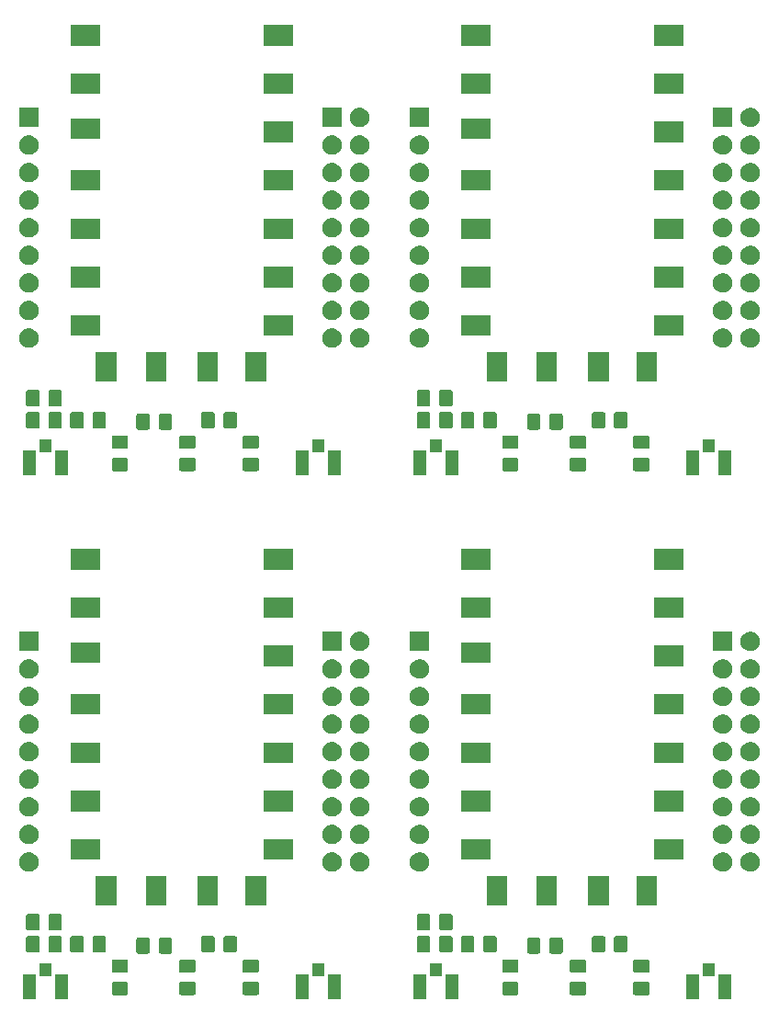
<source format=gbr>
G04 #@! TF.GenerationSoftware,KiCad,Pcbnew,5.1.5+dfsg1-2build2*
G04 #@! TF.CreationDate,2021-10-04T21:44:55-05:00*
G04 #@! TF.ProjectId,,58585858-5858-4585-9858-585858585858,rev?*
G04 #@! TF.SameCoordinates,Original*
G04 #@! TF.FileFunction,Soldermask,Top*
G04 #@! TF.FilePolarity,Negative*
%FSLAX46Y46*%
G04 Gerber Fmt 4.6, Leading zero omitted, Abs format (unit mm)*
G04 Created by KiCad (PCBNEW 5.1.5+dfsg1-2build2) date 2021-10-04 21:44:55*
%MOMM*%
%LPD*%
G04 APERTURE LIST*
%ADD10C,0.100000*%
G04 APERTURE END LIST*
D10*
G36*
X125490000Y-126086000D02*
G01*
X124338000Y-126086000D01*
X124338000Y-123784000D01*
X125490000Y-123784000D01*
X125490000Y-126086000D01*
G37*
G36*
X122540000Y-126086000D02*
G01*
X121388000Y-126086000D01*
X121388000Y-123784000D01*
X122540000Y-123784000D01*
X122540000Y-126086000D01*
G37*
G36*
X161490000Y-126086000D02*
G01*
X160338000Y-126086000D01*
X160338000Y-123784000D01*
X161490000Y-123784000D01*
X161490000Y-126086000D01*
G37*
G36*
X158540000Y-126086000D02*
G01*
X157388000Y-126086000D01*
X157388000Y-123784000D01*
X158540000Y-123784000D01*
X158540000Y-126086000D01*
G37*
G36*
X150641000Y-126086000D02*
G01*
X149489000Y-126086000D01*
X149489000Y-123784000D01*
X150641000Y-123784000D01*
X150641000Y-126086000D01*
G37*
G36*
X147691000Y-126086000D02*
G01*
X146539000Y-126086000D01*
X146539000Y-123784000D01*
X147691000Y-123784000D01*
X147691000Y-126086000D01*
G37*
G36*
X186641000Y-126086000D02*
G01*
X185489000Y-126086000D01*
X185489000Y-123784000D01*
X186641000Y-123784000D01*
X186641000Y-126086000D01*
G37*
G36*
X183691000Y-126086000D02*
G01*
X182539000Y-126086000D01*
X182539000Y-123784000D01*
X183691000Y-123784000D01*
X183691000Y-126086000D01*
G37*
G36*
X166890674Y-124482465D02*
G01*
X166928367Y-124493899D01*
X166963103Y-124512466D01*
X166993548Y-124537452D01*
X167018534Y-124567897D01*
X167037101Y-124602633D01*
X167048535Y-124640326D01*
X167053000Y-124685661D01*
X167053000Y-125522339D01*
X167048535Y-125567674D01*
X167037101Y-125605367D01*
X167018534Y-125640103D01*
X166993548Y-125670548D01*
X166963103Y-125695534D01*
X166928367Y-125714101D01*
X166890674Y-125725535D01*
X166845339Y-125730000D01*
X165758661Y-125730000D01*
X165713326Y-125725535D01*
X165675633Y-125714101D01*
X165640897Y-125695534D01*
X165610452Y-125670548D01*
X165585466Y-125640103D01*
X165566899Y-125605367D01*
X165555465Y-125567674D01*
X165551000Y-125522339D01*
X165551000Y-124685661D01*
X165555465Y-124640326D01*
X165566899Y-124602633D01*
X165585466Y-124567897D01*
X165610452Y-124537452D01*
X165640897Y-124512466D01*
X165675633Y-124493899D01*
X165713326Y-124482465D01*
X165758661Y-124478000D01*
X166845339Y-124478000D01*
X166890674Y-124482465D01*
G37*
G36*
X178955674Y-124482465D02*
G01*
X178993367Y-124493899D01*
X179028103Y-124512466D01*
X179058548Y-124537452D01*
X179083534Y-124567897D01*
X179102101Y-124602633D01*
X179113535Y-124640326D01*
X179118000Y-124685661D01*
X179118000Y-125522339D01*
X179113535Y-125567674D01*
X179102101Y-125605367D01*
X179083534Y-125640103D01*
X179058548Y-125670548D01*
X179028103Y-125695534D01*
X178993367Y-125714101D01*
X178955674Y-125725535D01*
X178910339Y-125730000D01*
X177823661Y-125730000D01*
X177778326Y-125725535D01*
X177740633Y-125714101D01*
X177705897Y-125695534D01*
X177675452Y-125670548D01*
X177650466Y-125640103D01*
X177631899Y-125605367D01*
X177620465Y-125567674D01*
X177616000Y-125522339D01*
X177616000Y-124685661D01*
X177620465Y-124640326D01*
X177631899Y-124602633D01*
X177650466Y-124567897D01*
X177675452Y-124537452D01*
X177705897Y-124512466D01*
X177740633Y-124493899D01*
X177778326Y-124482465D01*
X177823661Y-124478000D01*
X178910339Y-124478000D01*
X178955674Y-124482465D01*
G37*
G36*
X173113674Y-124482465D02*
G01*
X173151367Y-124493899D01*
X173186103Y-124512466D01*
X173216548Y-124537452D01*
X173241534Y-124567897D01*
X173260101Y-124602633D01*
X173271535Y-124640326D01*
X173276000Y-124685661D01*
X173276000Y-125522339D01*
X173271535Y-125567674D01*
X173260101Y-125605367D01*
X173241534Y-125640103D01*
X173216548Y-125670548D01*
X173186103Y-125695534D01*
X173151367Y-125714101D01*
X173113674Y-125725535D01*
X173068339Y-125730000D01*
X171981661Y-125730000D01*
X171936326Y-125725535D01*
X171898633Y-125714101D01*
X171863897Y-125695534D01*
X171833452Y-125670548D01*
X171808466Y-125640103D01*
X171789899Y-125605367D01*
X171778465Y-125567674D01*
X171774000Y-125522339D01*
X171774000Y-124685661D01*
X171778465Y-124640326D01*
X171789899Y-124602633D01*
X171808466Y-124567897D01*
X171833452Y-124537452D01*
X171863897Y-124512466D01*
X171898633Y-124493899D01*
X171936326Y-124482465D01*
X171981661Y-124478000D01*
X173068339Y-124478000D01*
X173113674Y-124482465D01*
G37*
G36*
X137113674Y-124482465D02*
G01*
X137151367Y-124493899D01*
X137186103Y-124512466D01*
X137216548Y-124537452D01*
X137241534Y-124567897D01*
X137260101Y-124602633D01*
X137271535Y-124640326D01*
X137276000Y-124685661D01*
X137276000Y-125522339D01*
X137271535Y-125567674D01*
X137260101Y-125605367D01*
X137241534Y-125640103D01*
X137216548Y-125670548D01*
X137186103Y-125695534D01*
X137151367Y-125714101D01*
X137113674Y-125725535D01*
X137068339Y-125730000D01*
X135981661Y-125730000D01*
X135936326Y-125725535D01*
X135898633Y-125714101D01*
X135863897Y-125695534D01*
X135833452Y-125670548D01*
X135808466Y-125640103D01*
X135789899Y-125605367D01*
X135778465Y-125567674D01*
X135774000Y-125522339D01*
X135774000Y-124685661D01*
X135778465Y-124640326D01*
X135789899Y-124602633D01*
X135808466Y-124567897D01*
X135833452Y-124537452D01*
X135863897Y-124512466D01*
X135898633Y-124493899D01*
X135936326Y-124482465D01*
X135981661Y-124478000D01*
X137068339Y-124478000D01*
X137113674Y-124482465D01*
G37*
G36*
X130890674Y-124482465D02*
G01*
X130928367Y-124493899D01*
X130963103Y-124512466D01*
X130993548Y-124537452D01*
X131018534Y-124567897D01*
X131037101Y-124602633D01*
X131048535Y-124640326D01*
X131053000Y-124685661D01*
X131053000Y-125522339D01*
X131048535Y-125567674D01*
X131037101Y-125605367D01*
X131018534Y-125640103D01*
X130993548Y-125670548D01*
X130963103Y-125695534D01*
X130928367Y-125714101D01*
X130890674Y-125725535D01*
X130845339Y-125730000D01*
X129758661Y-125730000D01*
X129713326Y-125725535D01*
X129675633Y-125714101D01*
X129640897Y-125695534D01*
X129610452Y-125670548D01*
X129585466Y-125640103D01*
X129566899Y-125605367D01*
X129555465Y-125567674D01*
X129551000Y-125522339D01*
X129551000Y-124685661D01*
X129555465Y-124640326D01*
X129566899Y-124602633D01*
X129585466Y-124567897D01*
X129610452Y-124537452D01*
X129640897Y-124512466D01*
X129675633Y-124493899D01*
X129713326Y-124482465D01*
X129758661Y-124478000D01*
X130845339Y-124478000D01*
X130890674Y-124482465D01*
G37*
G36*
X142955674Y-124482465D02*
G01*
X142993367Y-124493899D01*
X143028103Y-124512466D01*
X143058548Y-124537452D01*
X143083534Y-124567897D01*
X143102101Y-124602633D01*
X143113535Y-124640326D01*
X143118000Y-124685661D01*
X143118000Y-125522339D01*
X143113535Y-125567674D01*
X143102101Y-125605367D01*
X143083534Y-125640103D01*
X143058548Y-125670548D01*
X143028103Y-125695534D01*
X142993367Y-125714101D01*
X142955674Y-125725535D01*
X142910339Y-125730000D01*
X141823661Y-125730000D01*
X141778326Y-125725535D01*
X141740633Y-125714101D01*
X141705897Y-125695534D01*
X141675452Y-125670548D01*
X141650466Y-125640103D01*
X141631899Y-125605367D01*
X141620465Y-125567674D01*
X141616000Y-125522339D01*
X141616000Y-124685661D01*
X141620465Y-124640326D01*
X141631899Y-124602633D01*
X141650466Y-124567897D01*
X141675452Y-124537452D01*
X141705897Y-124512466D01*
X141740633Y-124493899D01*
X141778326Y-124482465D01*
X141823661Y-124478000D01*
X142910339Y-124478000D01*
X142955674Y-124482465D01*
G37*
G36*
X149141000Y-123986000D02*
G01*
X148039000Y-123986000D01*
X148039000Y-122834000D01*
X149141000Y-122834000D01*
X149141000Y-123986000D01*
G37*
G36*
X185141000Y-123986000D02*
G01*
X184039000Y-123986000D01*
X184039000Y-122834000D01*
X185141000Y-122834000D01*
X185141000Y-123986000D01*
G37*
G36*
X123990000Y-123986000D02*
G01*
X122888000Y-123986000D01*
X122888000Y-122834000D01*
X123990000Y-122834000D01*
X123990000Y-123986000D01*
G37*
G36*
X159990000Y-123986000D02*
G01*
X158888000Y-123986000D01*
X158888000Y-122834000D01*
X159990000Y-122834000D01*
X159990000Y-123986000D01*
G37*
G36*
X173113674Y-122432465D02*
G01*
X173151367Y-122443899D01*
X173186103Y-122462466D01*
X173216548Y-122487452D01*
X173241534Y-122517897D01*
X173260101Y-122552633D01*
X173271535Y-122590326D01*
X173276000Y-122635661D01*
X173276000Y-123472339D01*
X173271535Y-123517674D01*
X173260101Y-123555367D01*
X173241534Y-123590103D01*
X173216548Y-123620548D01*
X173186103Y-123645534D01*
X173151367Y-123664101D01*
X173113674Y-123675535D01*
X173068339Y-123680000D01*
X171981661Y-123680000D01*
X171936326Y-123675535D01*
X171898633Y-123664101D01*
X171863897Y-123645534D01*
X171833452Y-123620548D01*
X171808466Y-123590103D01*
X171789899Y-123555367D01*
X171778465Y-123517674D01*
X171774000Y-123472339D01*
X171774000Y-122635661D01*
X171778465Y-122590326D01*
X171789899Y-122552633D01*
X171808466Y-122517897D01*
X171833452Y-122487452D01*
X171863897Y-122462466D01*
X171898633Y-122443899D01*
X171936326Y-122432465D01*
X171981661Y-122428000D01*
X173068339Y-122428000D01*
X173113674Y-122432465D01*
G37*
G36*
X137113674Y-122432465D02*
G01*
X137151367Y-122443899D01*
X137186103Y-122462466D01*
X137216548Y-122487452D01*
X137241534Y-122517897D01*
X137260101Y-122552633D01*
X137271535Y-122590326D01*
X137276000Y-122635661D01*
X137276000Y-123472339D01*
X137271535Y-123517674D01*
X137260101Y-123555367D01*
X137241534Y-123590103D01*
X137216548Y-123620548D01*
X137186103Y-123645534D01*
X137151367Y-123664101D01*
X137113674Y-123675535D01*
X137068339Y-123680000D01*
X135981661Y-123680000D01*
X135936326Y-123675535D01*
X135898633Y-123664101D01*
X135863897Y-123645534D01*
X135833452Y-123620548D01*
X135808466Y-123590103D01*
X135789899Y-123555367D01*
X135778465Y-123517674D01*
X135774000Y-123472339D01*
X135774000Y-122635661D01*
X135778465Y-122590326D01*
X135789899Y-122552633D01*
X135808466Y-122517897D01*
X135833452Y-122487452D01*
X135863897Y-122462466D01*
X135898633Y-122443899D01*
X135936326Y-122432465D01*
X135981661Y-122428000D01*
X137068339Y-122428000D01*
X137113674Y-122432465D01*
G37*
G36*
X166890674Y-122432465D02*
G01*
X166928367Y-122443899D01*
X166963103Y-122462466D01*
X166993548Y-122487452D01*
X167018534Y-122517897D01*
X167037101Y-122552633D01*
X167048535Y-122590326D01*
X167053000Y-122635661D01*
X167053000Y-123472339D01*
X167048535Y-123517674D01*
X167037101Y-123555367D01*
X167018534Y-123590103D01*
X166993548Y-123620548D01*
X166963103Y-123645534D01*
X166928367Y-123664101D01*
X166890674Y-123675535D01*
X166845339Y-123680000D01*
X165758661Y-123680000D01*
X165713326Y-123675535D01*
X165675633Y-123664101D01*
X165640897Y-123645534D01*
X165610452Y-123620548D01*
X165585466Y-123590103D01*
X165566899Y-123555367D01*
X165555465Y-123517674D01*
X165551000Y-123472339D01*
X165551000Y-122635661D01*
X165555465Y-122590326D01*
X165566899Y-122552633D01*
X165585466Y-122517897D01*
X165610452Y-122487452D01*
X165640897Y-122462466D01*
X165675633Y-122443899D01*
X165713326Y-122432465D01*
X165758661Y-122428000D01*
X166845339Y-122428000D01*
X166890674Y-122432465D01*
G37*
G36*
X130890674Y-122432465D02*
G01*
X130928367Y-122443899D01*
X130963103Y-122462466D01*
X130993548Y-122487452D01*
X131018534Y-122517897D01*
X131037101Y-122552633D01*
X131048535Y-122590326D01*
X131053000Y-122635661D01*
X131053000Y-123472339D01*
X131048535Y-123517674D01*
X131037101Y-123555367D01*
X131018534Y-123590103D01*
X130993548Y-123620548D01*
X130963103Y-123645534D01*
X130928367Y-123664101D01*
X130890674Y-123675535D01*
X130845339Y-123680000D01*
X129758661Y-123680000D01*
X129713326Y-123675535D01*
X129675633Y-123664101D01*
X129640897Y-123645534D01*
X129610452Y-123620548D01*
X129585466Y-123590103D01*
X129566899Y-123555367D01*
X129555465Y-123517674D01*
X129551000Y-123472339D01*
X129551000Y-122635661D01*
X129555465Y-122590326D01*
X129566899Y-122552633D01*
X129585466Y-122517897D01*
X129610452Y-122487452D01*
X129640897Y-122462466D01*
X129675633Y-122443899D01*
X129713326Y-122432465D01*
X129758661Y-122428000D01*
X130845339Y-122428000D01*
X130890674Y-122432465D01*
G37*
G36*
X142955674Y-122432465D02*
G01*
X142993367Y-122443899D01*
X143028103Y-122462466D01*
X143058548Y-122487452D01*
X143083534Y-122517897D01*
X143102101Y-122552633D01*
X143113535Y-122590326D01*
X143118000Y-122635661D01*
X143118000Y-123472339D01*
X143113535Y-123517674D01*
X143102101Y-123555367D01*
X143083534Y-123590103D01*
X143058548Y-123620548D01*
X143028103Y-123645534D01*
X142993367Y-123664101D01*
X142955674Y-123675535D01*
X142910339Y-123680000D01*
X141823661Y-123680000D01*
X141778326Y-123675535D01*
X141740633Y-123664101D01*
X141705897Y-123645534D01*
X141675452Y-123620548D01*
X141650466Y-123590103D01*
X141631899Y-123555367D01*
X141620465Y-123517674D01*
X141616000Y-123472339D01*
X141616000Y-122635661D01*
X141620465Y-122590326D01*
X141631899Y-122552633D01*
X141650466Y-122517897D01*
X141675452Y-122487452D01*
X141705897Y-122462466D01*
X141740633Y-122443899D01*
X141778326Y-122432465D01*
X141823661Y-122428000D01*
X142910339Y-122428000D01*
X142955674Y-122432465D01*
G37*
G36*
X178955674Y-122432465D02*
G01*
X178993367Y-122443899D01*
X179028103Y-122462466D01*
X179058548Y-122487452D01*
X179083534Y-122517897D01*
X179102101Y-122552633D01*
X179113535Y-122590326D01*
X179118000Y-122635661D01*
X179118000Y-123472339D01*
X179113535Y-123517674D01*
X179102101Y-123555367D01*
X179083534Y-123590103D01*
X179058548Y-123620548D01*
X179028103Y-123645534D01*
X178993367Y-123664101D01*
X178955674Y-123675535D01*
X178910339Y-123680000D01*
X177823661Y-123680000D01*
X177778326Y-123675535D01*
X177740633Y-123664101D01*
X177705897Y-123645534D01*
X177675452Y-123620548D01*
X177650466Y-123590103D01*
X177631899Y-123555367D01*
X177620465Y-123517674D01*
X177616000Y-123472339D01*
X177616000Y-122635661D01*
X177620465Y-122590326D01*
X177631899Y-122552633D01*
X177650466Y-122517897D01*
X177675452Y-122487452D01*
X177705897Y-122462466D01*
X177740633Y-122443899D01*
X177778326Y-122432465D01*
X177823661Y-122428000D01*
X178910339Y-122428000D01*
X178955674Y-122432465D01*
G37*
G36*
X170965674Y-120411465D02*
G01*
X171003367Y-120422899D01*
X171038103Y-120441466D01*
X171068548Y-120466452D01*
X171093534Y-120496897D01*
X171112101Y-120531633D01*
X171123535Y-120569326D01*
X171128000Y-120614661D01*
X171128000Y-121701339D01*
X171123535Y-121746674D01*
X171112101Y-121784367D01*
X171093534Y-121819103D01*
X171068548Y-121849548D01*
X171038103Y-121874534D01*
X171003367Y-121893101D01*
X170965674Y-121904535D01*
X170920339Y-121909000D01*
X170083661Y-121909000D01*
X170038326Y-121904535D01*
X170000633Y-121893101D01*
X169965897Y-121874534D01*
X169935452Y-121849548D01*
X169910466Y-121819103D01*
X169891899Y-121784367D01*
X169880465Y-121746674D01*
X169876000Y-121701339D01*
X169876000Y-120614661D01*
X169880465Y-120569326D01*
X169891899Y-120531633D01*
X169910466Y-120496897D01*
X169935452Y-120466452D01*
X169965897Y-120441466D01*
X170000633Y-120422899D01*
X170038326Y-120411465D01*
X170083661Y-120407000D01*
X170920339Y-120407000D01*
X170965674Y-120411465D01*
G37*
G36*
X168915674Y-120411465D02*
G01*
X168953367Y-120422899D01*
X168988103Y-120441466D01*
X169018548Y-120466452D01*
X169043534Y-120496897D01*
X169062101Y-120531633D01*
X169073535Y-120569326D01*
X169078000Y-120614661D01*
X169078000Y-121701339D01*
X169073535Y-121746674D01*
X169062101Y-121784367D01*
X169043534Y-121819103D01*
X169018548Y-121849548D01*
X168988103Y-121874534D01*
X168953367Y-121893101D01*
X168915674Y-121904535D01*
X168870339Y-121909000D01*
X168033661Y-121909000D01*
X167988326Y-121904535D01*
X167950633Y-121893101D01*
X167915897Y-121874534D01*
X167885452Y-121849548D01*
X167860466Y-121819103D01*
X167841899Y-121784367D01*
X167830465Y-121746674D01*
X167826000Y-121701339D01*
X167826000Y-120614661D01*
X167830465Y-120569326D01*
X167841899Y-120531633D01*
X167860466Y-120496897D01*
X167885452Y-120466452D01*
X167915897Y-120441466D01*
X167950633Y-120422899D01*
X167988326Y-120411465D01*
X168033661Y-120407000D01*
X168870339Y-120407000D01*
X168915674Y-120411465D01*
G37*
G36*
X132915674Y-120411465D02*
G01*
X132953367Y-120422899D01*
X132988103Y-120441466D01*
X133018548Y-120466452D01*
X133043534Y-120496897D01*
X133062101Y-120531633D01*
X133073535Y-120569326D01*
X133078000Y-120614661D01*
X133078000Y-121701339D01*
X133073535Y-121746674D01*
X133062101Y-121784367D01*
X133043534Y-121819103D01*
X133018548Y-121849548D01*
X132988103Y-121874534D01*
X132953367Y-121893101D01*
X132915674Y-121904535D01*
X132870339Y-121909000D01*
X132033661Y-121909000D01*
X131988326Y-121904535D01*
X131950633Y-121893101D01*
X131915897Y-121874534D01*
X131885452Y-121849548D01*
X131860466Y-121819103D01*
X131841899Y-121784367D01*
X131830465Y-121746674D01*
X131826000Y-121701339D01*
X131826000Y-120614661D01*
X131830465Y-120569326D01*
X131841899Y-120531633D01*
X131860466Y-120496897D01*
X131885452Y-120466452D01*
X131915897Y-120441466D01*
X131950633Y-120422899D01*
X131988326Y-120411465D01*
X132033661Y-120407000D01*
X132870339Y-120407000D01*
X132915674Y-120411465D01*
G37*
G36*
X134965674Y-120411465D02*
G01*
X135003367Y-120422899D01*
X135038103Y-120441466D01*
X135068548Y-120466452D01*
X135093534Y-120496897D01*
X135112101Y-120531633D01*
X135123535Y-120569326D01*
X135128000Y-120614661D01*
X135128000Y-121701339D01*
X135123535Y-121746674D01*
X135112101Y-121784367D01*
X135093534Y-121819103D01*
X135068548Y-121849548D01*
X135038103Y-121874534D01*
X135003367Y-121893101D01*
X134965674Y-121904535D01*
X134920339Y-121909000D01*
X134083661Y-121909000D01*
X134038326Y-121904535D01*
X134000633Y-121893101D01*
X133965897Y-121874534D01*
X133935452Y-121849548D01*
X133910466Y-121819103D01*
X133891899Y-121784367D01*
X133880465Y-121746674D01*
X133876000Y-121701339D01*
X133876000Y-120614661D01*
X133880465Y-120569326D01*
X133891899Y-120531633D01*
X133910466Y-120496897D01*
X133935452Y-120466452D01*
X133965897Y-120441466D01*
X134000633Y-120422899D01*
X134038326Y-120411465D01*
X134083661Y-120407000D01*
X134920339Y-120407000D01*
X134965674Y-120411465D01*
G37*
G36*
X128869674Y-120284465D02*
G01*
X128907367Y-120295899D01*
X128942103Y-120314466D01*
X128972548Y-120339452D01*
X128997534Y-120369897D01*
X129016101Y-120404633D01*
X129027535Y-120442326D01*
X129032000Y-120487661D01*
X129032000Y-121574339D01*
X129027535Y-121619674D01*
X129016101Y-121657367D01*
X128997534Y-121692103D01*
X128972548Y-121722548D01*
X128942103Y-121747534D01*
X128907367Y-121766101D01*
X128869674Y-121777535D01*
X128824339Y-121782000D01*
X127987661Y-121782000D01*
X127942326Y-121777535D01*
X127904633Y-121766101D01*
X127869897Y-121747534D01*
X127839452Y-121722548D01*
X127814466Y-121692103D01*
X127795899Y-121657367D01*
X127784465Y-121619674D01*
X127780000Y-121574339D01*
X127780000Y-120487661D01*
X127784465Y-120442326D01*
X127795899Y-120404633D01*
X127814466Y-120369897D01*
X127839452Y-120339452D01*
X127869897Y-120314466D01*
X127904633Y-120295899D01*
X127942326Y-120284465D01*
X127987661Y-120280000D01*
X128824339Y-120280000D01*
X128869674Y-120284465D01*
G37*
G36*
X122755674Y-120284465D02*
G01*
X122793367Y-120295899D01*
X122828103Y-120314466D01*
X122858548Y-120339452D01*
X122883534Y-120369897D01*
X122902101Y-120404633D01*
X122913535Y-120442326D01*
X122918000Y-120487661D01*
X122918000Y-121574339D01*
X122913535Y-121619674D01*
X122902101Y-121657367D01*
X122883534Y-121692103D01*
X122858548Y-121722548D01*
X122828103Y-121747534D01*
X122793367Y-121766101D01*
X122755674Y-121777535D01*
X122710339Y-121782000D01*
X121873661Y-121782000D01*
X121828326Y-121777535D01*
X121790633Y-121766101D01*
X121755897Y-121747534D01*
X121725452Y-121722548D01*
X121700466Y-121692103D01*
X121681899Y-121657367D01*
X121670465Y-121619674D01*
X121666000Y-121574339D01*
X121666000Y-120487661D01*
X121670465Y-120442326D01*
X121681899Y-120404633D01*
X121700466Y-120369897D01*
X121725452Y-120339452D01*
X121755897Y-120314466D01*
X121790633Y-120295899D01*
X121828326Y-120284465D01*
X121873661Y-120280000D01*
X122710339Y-120280000D01*
X122755674Y-120284465D01*
G37*
G36*
X124805674Y-120284465D02*
G01*
X124843367Y-120295899D01*
X124878103Y-120314466D01*
X124908548Y-120339452D01*
X124933534Y-120369897D01*
X124952101Y-120404633D01*
X124963535Y-120442326D01*
X124968000Y-120487661D01*
X124968000Y-121574339D01*
X124963535Y-121619674D01*
X124952101Y-121657367D01*
X124933534Y-121692103D01*
X124908548Y-121722548D01*
X124878103Y-121747534D01*
X124843367Y-121766101D01*
X124805674Y-121777535D01*
X124760339Y-121782000D01*
X123923661Y-121782000D01*
X123878326Y-121777535D01*
X123840633Y-121766101D01*
X123805897Y-121747534D01*
X123775452Y-121722548D01*
X123750466Y-121692103D01*
X123731899Y-121657367D01*
X123720465Y-121619674D01*
X123716000Y-121574339D01*
X123716000Y-120487661D01*
X123720465Y-120442326D01*
X123731899Y-120404633D01*
X123750466Y-120369897D01*
X123775452Y-120339452D01*
X123805897Y-120314466D01*
X123840633Y-120295899D01*
X123878326Y-120284465D01*
X123923661Y-120280000D01*
X124760339Y-120280000D01*
X124805674Y-120284465D01*
G37*
G36*
X138884674Y-120284465D02*
G01*
X138922367Y-120295899D01*
X138957103Y-120314466D01*
X138987548Y-120339452D01*
X139012534Y-120369897D01*
X139031101Y-120404633D01*
X139042535Y-120442326D01*
X139047000Y-120487661D01*
X139047000Y-121574339D01*
X139042535Y-121619674D01*
X139031101Y-121657367D01*
X139012534Y-121692103D01*
X138987548Y-121722548D01*
X138957103Y-121747534D01*
X138922367Y-121766101D01*
X138884674Y-121777535D01*
X138839339Y-121782000D01*
X138002661Y-121782000D01*
X137957326Y-121777535D01*
X137919633Y-121766101D01*
X137884897Y-121747534D01*
X137854452Y-121722548D01*
X137829466Y-121692103D01*
X137810899Y-121657367D01*
X137799465Y-121619674D01*
X137795000Y-121574339D01*
X137795000Y-120487661D01*
X137799465Y-120442326D01*
X137810899Y-120404633D01*
X137829466Y-120369897D01*
X137854452Y-120339452D01*
X137884897Y-120314466D01*
X137919633Y-120295899D01*
X137957326Y-120284465D01*
X138002661Y-120280000D01*
X138839339Y-120280000D01*
X138884674Y-120284465D01*
G37*
G36*
X140934674Y-120284465D02*
G01*
X140972367Y-120295899D01*
X141007103Y-120314466D01*
X141037548Y-120339452D01*
X141062534Y-120369897D01*
X141081101Y-120404633D01*
X141092535Y-120442326D01*
X141097000Y-120487661D01*
X141097000Y-121574339D01*
X141092535Y-121619674D01*
X141081101Y-121657367D01*
X141062534Y-121692103D01*
X141037548Y-121722548D01*
X141007103Y-121747534D01*
X140972367Y-121766101D01*
X140934674Y-121777535D01*
X140889339Y-121782000D01*
X140052661Y-121782000D01*
X140007326Y-121777535D01*
X139969633Y-121766101D01*
X139934897Y-121747534D01*
X139904452Y-121722548D01*
X139879466Y-121692103D01*
X139860899Y-121657367D01*
X139849465Y-121619674D01*
X139845000Y-121574339D01*
X139845000Y-120487661D01*
X139849465Y-120442326D01*
X139860899Y-120404633D01*
X139879466Y-120369897D01*
X139904452Y-120339452D01*
X139934897Y-120314466D01*
X139969633Y-120295899D01*
X140007326Y-120284465D01*
X140052661Y-120280000D01*
X140889339Y-120280000D01*
X140934674Y-120284465D01*
G37*
G36*
X160805674Y-120284465D02*
G01*
X160843367Y-120295899D01*
X160878103Y-120314466D01*
X160908548Y-120339452D01*
X160933534Y-120369897D01*
X160952101Y-120404633D01*
X160963535Y-120442326D01*
X160968000Y-120487661D01*
X160968000Y-121574339D01*
X160963535Y-121619674D01*
X160952101Y-121657367D01*
X160933534Y-121692103D01*
X160908548Y-121722548D01*
X160878103Y-121747534D01*
X160843367Y-121766101D01*
X160805674Y-121777535D01*
X160760339Y-121782000D01*
X159923661Y-121782000D01*
X159878326Y-121777535D01*
X159840633Y-121766101D01*
X159805897Y-121747534D01*
X159775452Y-121722548D01*
X159750466Y-121692103D01*
X159731899Y-121657367D01*
X159720465Y-121619674D01*
X159716000Y-121574339D01*
X159716000Y-120487661D01*
X159720465Y-120442326D01*
X159731899Y-120404633D01*
X159750466Y-120369897D01*
X159775452Y-120339452D01*
X159805897Y-120314466D01*
X159840633Y-120295899D01*
X159878326Y-120284465D01*
X159923661Y-120280000D01*
X160760339Y-120280000D01*
X160805674Y-120284465D01*
G37*
G36*
X162819674Y-120284465D02*
G01*
X162857367Y-120295899D01*
X162892103Y-120314466D01*
X162922548Y-120339452D01*
X162947534Y-120369897D01*
X162966101Y-120404633D01*
X162977535Y-120442326D01*
X162982000Y-120487661D01*
X162982000Y-121574339D01*
X162977535Y-121619674D01*
X162966101Y-121657367D01*
X162947534Y-121692103D01*
X162922548Y-121722548D01*
X162892103Y-121747534D01*
X162857367Y-121766101D01*
X162819674Y-121777535D01*
X162774339Y-121782000D01*
X161937661Y-121782000D01*
X161892326Y-121777535D01*
X161854633Y-121766101D01*
X161819897Y-121747534D01*
X161789452Y-121722548D01*
X161764466Y-121692103D01*
X161745899Y-121657367D01*
X161734465Y-121619674D01*
X161730000Y-121574339D01*
X161730000Y-120487661D01*
X161734465Y-120442326D01*
X161745899Y-120404633D01*
X161764466Y-120369897D01*
X161789452Y-120339452D01*
X161819897Y-120314466D01*
X161854633Y-120295899D01*
X161892326Y-120284465D01*
X161937661Y-120280000D01*
X162774339Y-120280000D01*
X162819674Y-120284465D01*
G37*
G36*
X126819674Y-120284465D02*
G01*
X126857367Y-120295899D01*
X126892103Y-120314466D01*
X126922548Y-120339452D01*
X126947534Y-120369897D01*
X126966101Y-120404633D01*
X126977535Y-120442326D01*
X126982000Y-120487661D01*
X126982000Y-121574339D01*
X126977535Y-121619674D01*
X126966101Y-121657367D01*
X126947534Y-121692103D01*
X126922548Y-121722548D01*
X126892103Y-121747534D01*
X126857367Y-121766101D01*
X126819674Y-121777535D01*
X126774339Y-121782000D01*
X125937661Y-121782000D01*
X125892326Y-121777535D01*
X125854633Y-121766101D01*
X125819897Y-121747534D01*
X125789452Y-121722548D01*
X125764466Y-121692103D01*
X125745899Y-121657367D01*
X125734465Y-121619674D01*
X125730000Y-121574339D01*
X125730000Y-120487661D01*
X125734465Y-120442326D01*
X125745899Y-120404633D01*
X125764466Y-120369897D01*
X125789452Y-120339452D01*
X125819897Y-120314466D01*
X125854633Y-120295899D01*
X125892326Y-120284465D01*
X125937661Y-120280000D01*
X126774339Y-120280000D01*
X126819674Y-120284465D01*
G37*
G36*
X158755674Y-120284465D02*
G01*
X158793367Y-120295899D01*
X158828103Y-120314466D01*
X158858548Y-120339452D01*
X158883534Y-120369897D01*
X158902101Y-120404633D01*
X158913535Y-120442326D01*
X158918000Y-120487661D01*
X158918000Y-121574339D01*
X158913535Y-121619674D01*
X158902101Y-121657367D01*
X158883534Y-121692103D01*
X158858548Y-121722548D01*
X158828103Y-121747534D01*
X158793367Y-121766101D01*
X158755674Y-121777535D01*
X158710339Y-121782000D01*
X157873661Y-121782000D01*
X157828326Y-121777535D01*
X157790633Y-121766101D01*
X157755897Y-121747534D01*
X157725452Y-121722548D01*
X157700466Y-121692103D01*
X157681899Y-121657367D01*
X157670465Y-121619674D01*
X157666000Y-121574339D01*
X157666000Y-120487661D01*
X157670465Y-120442326D01*
X157681899Y-120404633D01*
X157700466Y-120369897D01*
X157725452Y-120339452D01*
X157755897Y-120314466D01*
X157790633Y-120295899D01*
X157828326Y-120284465D01*
X157873661Y-120280000D01*
X158710339Y-120280000D01*
X158755674Y-120284465D01*
G37*
G36*
X164869674Y-120284465D02*
G01*
X164907367Y-120295899D01*
X164942103Y-120314466D01*
X164972548Y-120339452D01*
X164997534Y-120369897D01*
X165016101Y-120404633D01*
X165027535Y-120442326D01*
X165032000Y-120487661D01*
X165032000Y-121574339D01*
X165027535Y-121619674D01*
X165016101Y-121657367D01*
X164997534Y-121692103D01*
X164972548Y-121722548D01*
X164942103Y-121747534D01*
X164907367Y-121766101D01*
X164869674Y-121777535D01*
X164824339Y-121782000D01*
X163987661Y-121782000D01*
X163942326Y-121777535D01*
X163904633Y-121766101D01*
X163869897Y-121747534D01*
X163839452Y-121722548D01*
X163814466Y-121692103D01*
X163795899Y-121657367D01*
X163784465Y-121619674D01*
X163780000Y-121574339D01*
X163780000Y-120487661D01*
X163784465Y-120442326D01*
X163795899Y-120404633D01*
X163814466Y-120369897D01*
X163839452Y-120339452D01*
X163869897Y-120314466D01*
X163904633Y-120295899D01*
X163942326Y-120284465D01*
X163987661Y-120280000D01*
X164824339Y-120280000D01*
X164869674Y-120284465D01*
G37*
G36*
X176934674Y-120284465D02*
G01*
X176972367Y-120295899D01*
X177007103Y-120314466D01*
X177037548Y-120339452D01*
X177062534Y-120369897D01*
X177081101Y-120404633D01*
X177092535Y-120442326D01*
X177097000Y-120487661D01*
X177097000Y-121574339D01*
X177092535Y-121619674D01*
X177081101Y-121657367D01*
X177062534Y-121692103D01*
X177037548Y-121722548D01*
X177007103Y-121747534D01*
X176972367Y-121766101D01*
X176934674Y-121777535D01*
X176889339Y-121782000D01*
X176052661Y-121782000D01*
X176007326Y-121777535D01*
X175969633Y-121766101D01*
X175934897Y-121747534D01*
X175904452Y-121722548D01*
X175879466Y-121692103D01*
X175860899Y-121657367D01*
X175849465Y-121619674D01*
X175845000Y-121574339D01*
X175845000Y-120487661D01*
X175849465Y-120442326D01*
X175860899Y-120404633D01*
X175879466Y-120369897D01*
X175904452Y-120339452D01*
X175934897Y-120314466D01*
X175969633Y-120295899D01*
X176007326Y-120284465D01*
X176052661Y-120280000D01*
X176889339Y-120280000D01*
X176934674Y-120284465D01*
G37*
G36*
X174884674Y-120284465D02*
G01*
X174922367Y-120295899D01*
X174957103Y-120314466D01*
X174987548Y-120339452D01*
X175012534Y-120369897D01*
X175031101Y-120404633D01*
X175042535Y-120442326D01*
X175047000Y-120487661D01*
X175047000Y-121574339D01*
X175042535Y-121619674D01*
X175031101Y-121657367D01*
X175012534Y-121692103D01*
X174987548Y-121722548D01*
X174957103Y-121747534D01*
X174922367Y-121766101D01*
X174884674Y-121777535D01*
X174839339Y-121782000D01*
X174002661Y-121782000D01*
X173957326Y-121777535D01*
X173919633Y-121766101D01*
X173884897Y-121747534D01*
X173854452Y-121722548D01*
X173829466Y-121692103D01*
X173810899Y-121657367D01*
X173799465Y-121619674D01*
X173795000Y-121574339D01*
X173795000Y-120487661D01*
X173799465Y-120442326D01*
X173810899Y-120404633D01*
X173829466Y-120369897D01*
X173854452Y-120339452D01*
X173884897Y-120314466D01*
X173919633Y-120295899D01*
X173957326Y-120284465D01*
X174002661Y-120280000D01*
X174839339Y-120280000D01*
X174884674Y-120284465D01*
G37*
G36*
X160805674Y-118252465D02*
G01*
X160843367Y-118263899D01*
X160878103Y-118282466D01*
X160908548Y-118307452D01*
X160933534Y-118337897D01*
X160952101Y-118372633D01*
X160963535Y-118410326D01*
X160968000Y-118455661D01*
X160968000Y-119542339D01*
X160963535Y-119587674D01*
X160952101Y-119625367D01*
X160933534Y-119660103D01*
X160908548Y-119690548D01*
X160878103Y-119715534D01*
X160843367Y-119734101D01*
X160805674Y-119745535D01*
X160760339Y-119750000D01*
X159923661Y-119750000D01*
X159878326Y-119745535D01*
X159840633Y-119734101D01*
X159805897Y-119715534D01*
X159775452Y-119690548D01*
X159750466Y-119660103D01*
X159731899Y-119625367D01*
X159720465Y-119587674D01*
X159716000Y-119542339D01*
X159716000Y-118455661D01*
X159720465Y-118410326D01*
X159731899Y-118372633D01*
X159750466Y-118337897D01*
X159775452Y-118307452D01*
X159805897Y-118282466D01*
X159840633Y-118263899D01*
X159878326Y-118252465D01*
X159923661Y-118248000D01*
X160760339Y-118248000D01*
X160805674Y-118252465D01*
G37*
G36*
X158755674Y-118252465D02*
G01*
X158793367Y-118263899D01*
X158828103Y-118282466D01*
X158858548Y-118307452D01*
X158883534Y-118337897D01*
X158902101Y-118372633D01*
X158913535Y-118410326D01*
X158918000Y-118455661D01*
X158918000Y-119542339D01*
X158913535Y-119587674D01*
X158902101Y-119625367D01*
X158883534Y-119660103D01*
X158858548Y-119690548D01*
X158828103Y-119715534D01*
X158793367Y-119734101D01*
X158755674Y-119745535D01*
X158710339Y-119750000D01*
X157873661Y-119750000D01*
X157828326Y-119745535D01*
X157790633Y-119734101D01*
X157755897Y-119715534D01*
X157725452Y-119690548D01*
X157700466Y-119660103D01*
X157681899Y-119625367D01*
X157670465Y-119587674D01*
X157666000Y-119542339D01*
X157666000Y-118455661D01*
X157670465Y-118410326D01*
X157681899Y-118372633D01*
X157700466Y-118337897D01*
X157725452Y-118307452D01*
X157755897Y-118282466D01*
X157790633Y-118263899D01*
X157828326Y-118252465D01*
X157873661Y-118248000D01*
X158710339Y-118248000D01*
X158755674Y-118252465D01*
G37*
G36*
X122755674Y-118252465D02*
G01*
X122793367Y-118263899D01*
X122828103Y-118282466D01*
X122858548Y-118307452D01*
X122883534Y-118337897D01*
X122902101Y-118372633D01*
X122913535Y-118410326D01*
X122918000Y-118455661D01*
X122918000Y-119542339D01*
X122913535Y-119587674D01*
X122902101Y-119625367D01*
X122883534Y-119660103D01*
X122858548Y-119690548D01*
X122828103Y-119715534D01*
X122793367Y-119734101D01*
X122755674Y-119745535D01*
X122710339Y-119750000D01*
X121873661Y-119750000D01*
X121828326Y-119745535D01*
X121790633Y-119734101D01*
X121755897Y-119715534D01*
X121725452Y-119690548D01*
X121700466Y-119660103D01*
X121681899Y-119625367D01*
X121670465Y-119587674D01*
X121666000Y-119542339D01*
X121666000Y-118455661D01*
X121670465Y-118410326D01*
X121681899Y-118372633D01*
X121700466Y-118337897D01*
X121725452Y-118307452D01*
X121755897Y-118282466D01*
X121790633Y-118263899D01*
X121828326Y-118252465D01*
X121873661Y-118248000D01*
X122710339Y-118248000D01*
X122755674Y-118252465D01*
G37*
G36*
X124805674Y-118252465D02*
G01*
X124843367Y-118263899D01*
X124878103Y-118282466D01*
X124908548Y-118307452D01*
X124933534Y-118337897D01*
X124952101Y-118372633D01*
X124963535Y-118410326D01*
X124968000Y-118455661D01*
X124968000Y-119542339D01*
X124963535Y-119587674D01*
X124952101Y-119625367D01*
X124933534Y-119660103D01*
X124908548Y-119690548D01*
X124878103Y-119715534D01*
X124843367Y-119734101D01*
X124805674Y-119745535D01*
X124760339Y-119750000D01*
X123923661Y-119750000D01*
X123878326Y-119745535D01*
X123840633Y-119734101D01*
X123805897Y-119715534D01*
X123775452Y-119690548D01*
X123750466Y-119660103D01*
X123731899Y-119625367D01*
X123720465Y-119587674D01*
X123716000Y-119542339D01*
X123716000Y-118455661D01*
X123720465Y-118410326D01*
X123731899Y-118372633D01*
X123750466Y-118337897D01*
X123775452Y-118307452D01*
X123805897Y-118282466D01*
X123840633Y-118263899D01*
X123878326Y-118252465D01*
X123923661Y-118248000D01*
X124760339Y-118248000D01*
X124805674Y-118252465D01*
G37*
G36*
X134608000Y-117484000D02*
G01*
X132706000Y-117484000D01*
X132706000Y-114782000D01*
X134608000Y-114782000D01*
X134608000Y-117484000D01*
G37*
G36*
X130008000Y-117484000D02*
G01*
X128106000Y-117484000D01*
X128106000Y-114782000D01*
X130008000Y-114782000D01*
X130008000Y-117484000D01*
G37*
G36*
X179808000Y-117484000D02*
G01*
X177906000Y-117484000D01*
X177906000Y-114782000D01*
X179808000Y-114782000D01*
X179808000Y-117484000D01*
G37*
G36*
X139358000Y-117484000D02*
G01*
X137456000Y-117484000D01*
X137456000Y-114782000D01*
X139358000Y-114782000D01*
X139358000Y-117484000D01*
G37*
G36*
X143808000Y-117484000D02*
G01*
X141906000Y-117484000D01*
X141906000Y-114782000D01*
X143808000Y-114782000D01*
X143808000Y-117484000D01*
G37*
G36*
X166008000Y-117484000D02*
G01*
X164106000Y-117484000D01*
X164106000Y-114782000D01*
X166008000Y-114782000D01*
X166008000Y-117484000D01*
G37*
G36*
X170608000Y-117484000D02*
G01*
X168706000Y-117484000D01*
X168706000Y-114782000D01*
X170608000Y-114782000D01*
X170608000Y-117484000D01*
G37*
G36*
X175358000Y-117484000D02*
G01*
X173456000Y-117484000D01*
X173456000Y-114782000D01*
X175358000Y-114782000D01*
X175358000Y-117484000D01*
G37*
G36*
X158033512Y-112565927D02*
G01*
X158182812Y-112595624D01*
X158346784Y-112663544D01*
X158494354Y-112762147D01*
X158619853Y-112887646D01*
X158718456Y-113035216D01*
X158786376Y-113199188D01*
X158821000Y-113373259D01*
X158821000Y-113550741D01*
X158786376Y-113724812D01*
X158718456Y-113888784D01*
X158619853Y-114036354D01*
X158494354Y-114161853D01*
X158346784Y-114260456D01*
X158182812Y-114328376D01*
X158033512Y-114358073D01*
X158008742Y-114363000D01*
X157831258Y-114363000D01*
X157806488Y-114358073D01*
X157657188Y-114328376D01*
X157493216Y-114260456D01*
X157345646Y-114161853D01*
X157220147Y-114036354D01*
X157121544Y-113888784D01*
X157053624Y-113724812D01*
X157019000Y-113550741D01*
X157019000Y-113373259D01*
X157053624Y-113199188D01*
X157121544Y-113035216D01*
X157220147Y-112887646D01*
X157345646Y-112762147D01*
X157493216Y-112663544D01*
X157657188Y-112595624D01*
X157806488Y-112565927D01*
X157831258Y-112561000D01*
X158008742Y-112561000D01*
X158033512Y-112565927D01*
G37*
G36*
X188513512Y-112565927D02*
G01*
X188662812Y-112595624D01*
X188826784Y-112663544D01*
X188974354Y-112762147D01*
X189099853Y-112887646D01*
X189198456Y-113035216D01*
X189266376Y-113199188D01*
X189301000Y-113373259D01*
X189301000Y-113550741D01*
X189266376Y-113724812D01*
X189198456Y-113888784D01*
X189099853Y-114036354D01*
X188974354Y-114161853D01*
X188826784Y-114260456D01*
X188662812Y-114328376D01*
X188513512Y-114358073D01*
X188488742Y-114363000D01*
X188311258Y-114363000D01*
X188286488Y-114358073D01*
X188137188Y-114328376D01*
X187973216Y-114260456D01*
X187825646Y-114161853D01*
X187700147Y-114036354D01*
X187601544Y-113888784D01*
X187533624Y-113724812D01*
X187499000Y-113550741D01*
X187499000Y-113373259D01*
X187533624Y-113199188D01*
X187601544Y-113035216D01*
X187700147Y-112887646D01*
X187825646Y-112762147D01*
X187973216Y-112663544D01*
X188137188Y-112595624D01*
X188286488Y-112565927D01*
X188311258Y-112561000D01*
X188488742Y-112561000D01*
X188513512Y-112565927D01*
G37*
G36*
X122033512Y-112565927D02*
G01*
X122182812Y-112595624D01*
X122346784Y-112663544D01*
X122494354Y-112762147D01*
X122619853Y-112887646D01*
X122718456Y-113035216D01*
X122786376Y-113199188D01*
X122821000Y-113373259D01*
X122821000Y-113550741D01*
X122786376Y-113724812D01*
X122718456Y-113888784D01*
X122619853Y-114036354D01*
X122494354Y-114161853D01*
X122346784Y-114260456D01*
X122182812Y-114328376D01*
X122033512Y-114358073D01*
X122008742Y-114363000D01*
X121831258Y-114363000D01*
X121806488Y-114358073D01*
X121657188Y-114328376D01*
X121493216Y-114260456D01*
X121345646Y-114161853D01*
X121220147Y-114036354D01*
X121121544Y-113888784D01*
X121053624Y-113724812D01*
X121019000Y-113550741D01*
X121019000Y-113373259D01*
X121053624Y-113199188D01*
X121121544Y-113035216D01*
X121220147Y-112887646D01*
X121345646Y-112762147D01*
X121493216Y-112663544D01*
X121657188Y-112595624D01*
X121806488Y-112565927D01*
X121831258Y-112561000D01*
X122008742Y-112561000D01*
X122033512Y-112565927D01*
G37*
G36*
X149973512Y-112565927D02*
G01*
X150122812Y-112595624D01*
X150286784Y-112663544D01*
X150434354Y-112762147D01*
X150559853Y-112887646D01*
X150658456Y-113035216D01*
X150726376Y-113199188D01*
X150761000Y-113373259D01*
X150761000Y-113550741D01*
X150726376Y-113724812D01*
X150658456Y-113888784D01*
X150559853Y-114036354D01*
X150434354Y-114161853D01*
X150286784Y-114260456D01*
X150122812Y-114328376D01*
X149973512Y-114358073D01*
X149948742Y-114363000D01*
X149771258Y-114363000D01*
X149746488Y-114358073D01*
X149597188Y-114328376D01*
X149433216Y-114260456D01*
X149285646Y-114161853D01*
X149160147Y-114036354D01*
X149061544Y-113888784D01*
X148993624Y-113724812D01*
X148959000Y-113550741D01*
X148959000Y-113373259D01*
X148993624Y-113199188D01*
X149061544Y-113035216D01*
X149160147Y-112887646D01*
X149285646Y-112762147D01*
X149433216Y-112663544D01*
X149597188Y-112595624D01*
X149746488Y-112565927D01*
X149771258Y-112561000D01*
X149948742Y-112561000D01*
X149973512Y-112565927D01*
G37*
G36*
X152513512Y-112565927D02*
G01*
X152662812Y-112595624D01*
X152826784Y-112663544D01*
X152974354Y-112762147D01*
X153099853Y-112887646D01*
X153198456Y-113035216D01*
X153266376Y-113199188D01*
X153301000Y-113373259D01*
X153301000Y-113550741D01*
X153266376Y-113724812D01*
X153198456Y-113888784D01*
X153099853Y-114036354D01*
X152974354Y-114161853D01*
X152826784Y-114260456D01*
X152662812Y-114328376D01*
X152513512Y-114358073D01*
X152488742Y-114363000D01*
X152311258Y-114363000D01*
X152286488Y-114358073D01*
X152137188Y-114328376D01*
X151973216Y-114260456D01*
X151825646Y-114161853D01*
X151700147Y-114036354D01*
X151601544Y-113888784D01*
X151533624Y-113724812D01*
X151499000Y-113550741D01*
X151499000Y-113373259D01*
X151533624Y-113199188D01*
X151601544Y-113035216D01*
X151700147Y-112887646D01*
X151825646Y-112762147D01*
X151973216Y-112663544D01*
X152137188Y-112595624D01*
X152286488Y-112565927D01*
X152311258Y-112561000D01*
X152488742Y-112561000D01*
X152513512Y-112565927D01*
G37*
G36*
X185973512Y-112565927D02*
G01*
X186122812Y-112595624D01*
X186286784Y-112663544D01*
X186434354Y-112762147D01*
X186559853Y-112887646D01*
X186658456Y-113035216D01*
X186726376Y-113199188D01*
X186761000Y-113373259D01*
X186761000Y-113550741D01*
X186726376Y-113724812D01*
X186658456Y-113888784D01*
X186559853Y-114036354D01*
X186434354Y-114161853D01*
X186286784Y-114260456D01*
X186122812Y-114328376D01*
X185973512Y-114358073D01*
X185948742Y-114363000D01*
X185771258Y-114363000D01*
X185746488Y-114358073D01*
X185597188Y-114328376D01*
X185433216Y-114260456D01*
X185285646Y-114161853D01*
X185160147Y-114036354D01*
X185061544Y-113888784D01*
X184993624Y-113724812D01*
X184959000Y-113550741D01*
X184959000Y-113373259D01*
X184993624Y-113199188D01*
X185061544Y-113035216D01*
X185160147Y-112887646D01*
X185285646Y-112762147D01*
X185433216Y-112663544D01*
X185597188Y-112595624D01*
X185746488Y-112565927D01*
X185771258Y-112561000D01*
X185948742Y-112561000D01*
X185973512Y-112565927D01*
G37*
G36*
X128468000Y-113234000D02*
G01*
X125766000Y-113234000D01*
X125766000Y-111332000D01*
X128468000Y-111332000D01*
X128468000Y-113234000D01*
G37*
G36*
X146268000Y-113234000D02*
G01*
X143566000Y-113234000D01*
X143566000Y-111332000D01*
X146268000Y-111332000D01*
X146268000Y-113234000D01*
G37*
G36*
X182268000Y-113234000D02*
G01*
X179566000Y-113234000D01*
X179566000Y-111332000D01*
X182268000Y-111332000D01*
X182268000Y-113234000D01*
G37*
G36*
X164468000Y-113234000D02*
G01*
X161766000Y-113234000D01*
X161766000Y-111332000D01*
X164468000Y-111332000D01*
X164468000Y-113234000D01*
G37*
G36*
X152513512Y-110025927D02*
G01*
X152662812Y-110055624D01*
X152826784Y-110123544D01*
X152974354Y-110222147D01*
X153099853Y-110347646D01*
X153198456Y-110495216D01*
X153266376Y-110659188D01*
X153301000Y-110833259D01*
X153301000Y-111010741D01*
X153266376Y-111184812D01*
X153198456Y-111348784D01*
X153099853Y-111496354D01*
X152974354Y-111621853D01*
X152826784Y-111720456D01*
X152662812Y-111788376D01*
X152513512Y-111818073D01*
X152488742Y-111823000D01*
X152311258Y-111823000D01*
X152286488Y-111818073D01*
X152137188Y-111788376D01*
X151973216Y-111720456D01*
X151825646Y-111621853D01*
X151700147Y-111496354D01*
X151601544Y-111348784D01*
X151533624Y-111184812D01*
X151499000Y-111010741D01*
X151499000Y-110833259D01*
X151533624Y-110659188D01*
X151601544Y-110495216D01*
X151700147Y-110347646D01*
X151825646Y-110222147D01*
X151973216Y-110123544D01*
X152137188Y-110055624D01*
X152286488Y-110025927D01*
X152311258Y-110021000D01*
X152488742Y-110021000D01*
X152513512Y-110025927D01*
G37*
G36*
X158033512Y-110025927D02*
G01*
X158182812Y-110055624D01*
X158346784Y-110123544D01*
X158494354Y-110222147D01*
X158619853Y-110347646D01*
X158718456Y-110495216D01*
X158786376Y-110659188D01*
X158821000Y-110833259D01*
X158821000Y-111010741D01*
X158786376Y-111184812D01*
X158718456Y-111348784D01*
X158619853Y-111496354D01*
X158494354Y-111621853D01*
X158346784Y-111720456D01*
X158182812Y-111788376D01*
X158033512Y-111818073D01*
X158008742Y-111823000D01*
X157831258Y-111823000D01*
X157806488Y-111818073D01*
X157657188Y-111788376D01*
X157493216Y-111720456D01*
X157345646Y-111621853D01*
X157220147Y-111496354D01*
X157121544Y-111348784D01*
X157053624Y-111184812D01*
X157019000Y-111010741D01*
X157019000Y-110833259D01*
X157053624Y-110659188D01*
X157121544Y-110495216D01*
X157220147Y-110347646D01*
X157345646Y-110222147D01*
X157493216Y-110123544D01*
X157657188Y-110055624D01*
X157806488Y-110025927D01*
X157831258Y-110021000D01*
X158008742Y-110021000D01*
X158033512Y-110025927D01*
G37*
G36*
X149973512Y-110025927D02*
G01*
X150122812Y-110055624D01*
X150286784Y-110123544D01*
X150434354Y-110222147D01*
X150559853Y-110347646D01*
X150658456Y-110495216D01*
X150726376Y-110659188D01*
X150761000Y-110833259D01*
X150761000Y-111010741D01*
X150726376Y-111184812D01*
X150658456Y-111348784D01*
X150559853Y-111496354D01*
X150434354Y-111621853D01*
X150286784Y-111720456D01*
X150122812Y-111788376D01*
X149973512Y-111818073D01*
X149948742Y-111823000D01*
X149771258Y-111823000D01*
X149746488Y-111818073D01*
X149597188Y-111788376D01*
X149433216Y-111720456D01*
X149285646Y-111621853D01*
X149160147Y-111496354D01*
X149061544Y-111348784D01*
X148993624Y-111184812D01*
X148959000Y-111010741D01*
X148959000Y-110833259D01*
X148993624Y-110659188D01*
X149061544Y-110495216D01*
X149160147Y-110347646D01*
X149285646Y-110222147D01*
X149433216Y-110123544D01*
X149597188Y-110055624D01*
X149746488Y-110025927D01*
X149771258Y-110021000D01*
X149948742Y-110021000D01*
X149973512Y-110025927D01*
G37*
G36*
X188513512Y-110025927D02*
G01*
X188662812Y-110055624D01*
X188826784Y-110123544D01*
X188974354Y-110222147D01*
X189099853Y-110347646D01*
X189198456Y-110495216D01*
X189266376Y-110659188D01*
X189301000Y-110833259D01*
X189301000Y-111010741D01*
X189266376Y-111184812D01*
X189198456Y-111348784D01*
X189099853Y-111496354D01*
X188974354Y-111621853D01*
X188826784Y-111720456D01*
X188662812Y-111788376D01*
X188513512Y-111818073D01*
X188488742Y-111823000D01*
X188311258Y-111823000D01*
X188286488Y-111818073D01*
X188137188Y-111788376D01*
X187973216Y-111720456D01*
X187825646Y-111621853D01*
X187700147Y-111496354D01*
X187601544Y-111348784D01*
X187533624Y-111184812D01*
X187499000Y-111010741D01*
X187499000Y-110833259D01*
X187533624Y-110659188D01*
X187601544Y-110495216D01*
X187700147Y-110347646D01*
X187825646Y-110222147D01*
X187973216Y-110123544D01*
X188137188Y-110055624D01*
X188286488Y-110025927D01*
X188311258Y-110021000D01*
X188488742Y-110021000D01*
X188513512Y-110025927D01*
G37*
G36*
X122033512Y-110025927D02*
G01*
X122182812Y-110055624D01*
X122346784Y-110123544D01*
X122494354Y-110222147D01*
X122619853Y-110347646D01*
X122718456Y-110495216D01*
X122786376Y-110659188D01*
X122821000Y-110833259D01*
X122821000Y-111010741D01*
X122786376Y-111184812D01*
X122718456Y-111348784D01*
X122619853Y-111496354D01*
X122494354Y-111621853D01*
X122346784Y-111720456D01*
X122182812Y-111788376D01*
X122033512Y-111818073D01*
X122008742Y-111823000D01*
X121831258Y-111823000D01*
X121806488Y-111818073D01*
X121657188Y-111788376D01*
X121493216Y-111720456D01*
X121345646Y-111621853D01*
X121220147Y-111496354D01*
X121121544Y-111348784D01*
X121053624Y-111184812D01*
X121019000Y-111010741D01*
X121019000Y-110833259D01*
X121053624Y-110659188D01*
X121121544Y-110495216D01*
X121220147Y-110347646D01*
X121345646Y-110222147D01*
X121493216Y-110123544D01*
X121657188Y-110055624D01*
X121806488Y-110025927D01*
X121831258Y-110021000D01*
X122008742Y-110021000D01*
X122033512Y-110025927D01*
G37*
G36*
X185973512Y-110025927D02*
G01*
X186122812Y-110055624D01*
X186286784Y-110123544D01*
X186434354Y-110222147D01*
X186559853Y-110347646D01*
X186658456Y-110495216D01*
X186726376Y-110659188D01*
X186761000Y-110833259D01*
X186761000Y-111010741D01*
X186726376Y-111184812D01*
X186658456Y-111348784D01*
X186559853Y-111496354D01*
X186434354Y-111621853D01*
X186286784Y-111720456D01*
X186122812Y-111788376D01*
X185973512Y-111818073D01*
X185948742Y-111823000D01*
X185771258Y-111823000D01*
X185746488Y-111818073D01*
X185597188Y-111788376D01*
X185433216Y-111720456D01*
X185285646Y-111621853D01*
X185160147Y-111496354D01*
X185061544Y-111348784D01*
X184993624Y-111184812D01*
X184959000Y-111010741D01*
X184959000Y-110833259D01*
X184993624Y-110659188D01*
X185061544Y-110495216D01*
X185160147Y-110347646D01*
X185285646Y-110222147D01*
X185433216Y-110123544D01*
X185597188Y-110055624D01*
X185746488Y-110025927D01*
X185771258Y-110021000D01*
X185948742Y-110021000D01*
X185973512Y-110025927D01*
G37*
G36*
X149973512Y-107485927D02*
G01*
X150122812Y-107515624D01*
X150286784Y-107583544D01*
X150434354Y-107682147D01*
X150559853Y-107807646D01*
X150658456Y-107955216D01*
X150726376Y-108119188D01*
X150761000Y-108293259D01*
X150761000Y-108470741D01*
X150726376Y-108644812D01*
X150658456Y-108808784D01*
X150559853Y-108956354D01*
X150434354Y-109081853D01*
X150286784Y-109180456D01*
X150122812Y-109248376D01*
X149973512Y-109278073D01*
X149948742Y-109283000D01*
X149771258Y-109283000D01*
X149746488Y-109278073D01*
X149597188Y-109248376D01*
X149433216Y-109180456D01*
X149285646Y-109081853D01*
X149160147Y-108956354D01*
X149061544Y-108808784D01*
X148993624Y-108644812D01*
X148959000Y-108470741D01*
X148959000Y-108293259D01*
X148993624Y-108119188D01*
X149061544Y-107955216D01*
X149160147Y-107807646D01*
X149285646Y-107682147D01*
X149433216Y-107583544D01*
X149597188Y-107515624D01*
X149746488Y-107485927D01*
X149771258Y-107481000D01*
X149948742Y-107481000D01*
X149973512Y-107485927D01*
G37*
G36*
X122033512Y-107485927D02*
G01*
X122182812Y-107515624D01*
X122346784Y-107583544D01*
X122494354Y-107682147D01*
X122619853Y-107807646D01*
X122718456Y-107955216D01*
X122786376Y-108119188D01*
X122821000Y-108293259D01*
X122821000Y-108470741D01*
X122786376Y-108644812D01*
X122718456Y-108808784D01*
X122619853Y-108956354D01*
X122494354Y-109081853D01*
X122346784Y-109180456D01*
X122182812Y-109248376D01*
X122033512Y-109278073D01*
X122008742Y-109283000D01*
X121831258Y-109283000D01*
X121806488Y-109278073D01*
X121657188Y-109248376D01*
X121493216Y-109180456D01*
X121345646Y-109081853D01*
X121220147Y-108956354D01*
X121121544Y-108808784D01*
X121053624Y-108644812D01*
X121019000Y-108470741D01*
X121019000Y-108293259D01*
X121053624Y-108119188D01*
X121121544Y-107955216D01*
X121220147Y-107807646D01*
X121345646Y-107682147D01*
X121493216Y-107583544D01*
X121657188Y-107515624D01*
X121806488Y-107485927D01*
X121831258Y-107481000D01*
X122008742Y-107481000D01*
X122033512Y-107485927D01*
G37*
G36*
X158033512Y-107485927D02*
G01*
X158182812Y-107515624D01*
X158346784Y-107583544D01*
X158494354Y-107682147D01*
X158619853Y-107807646D01*
X158718456Y-107955216D01*
X158786376Y-108119188D01*
X158821000Y-108293259D01*
X158821000Y-108470741D01*
X158786376Y-108644812D01*
X158718456Y-108808784D01*
X158619853Y-108956354D01*
X158494354Y-109081853D01*
X158346784Y-109180456D01*
X158182812Y-109248376D01*
X158033512Y-109278073D01*
X158008742Y-109283000D01*
X157831258Y-109283000D01*
X157806488Y-109278073D01*
X157657188Y-109248376D01*
X157493216Y-109180456D01*
X157345646Y-109081853D01*
X157220147Y-108956354D01*
X157121544Y-108808784D01*
X157053624Y-108644812D01*
X157019000Y-108470741D01*
X157019000Y-108293259D01*
X157053624Y-108119188D01*
X157121544Y-107955216D01*
X157220147Y-107807646D01*
X157345646Y-107682147D01*
X157493216Y-107583544D01*
X157657188Y-107515624D01*
X157806488Y-107485927D01*
X157831258Y-107481000D01*
X158008742Y-107481000D01*
X158033512Y-107485927D01*
G37*
G36*
X188513512Y-107485927D02*
G01*
X188662812Y-107515624D01*
X188826784Y-107583544D01*
X188974354Y-107682147D01*
X189099853Y-107807646D01*
X189198456Y-107955216D01*
X189266376Y-108119188D01*
X189301000Y-108293259D01*
X189301000Y-108470741D01*
X189266376Y-108644812D01*
X189198456Y-108808784D01*
X189099853Y-108956354D01*
X188974354Y-109081853D01*
X188826784Y-109180456D01*
X188662812Y-109248376D01*
X188513512Y-109278073D01*
X188488742Y-109283000D01*
X188311258Y-109283000D01*
X188286488Y-109278073D01*
X188137188Y-109248376D01*
X187973216Y-109180456D01*
X187825646Y-109081853D01*
X187700147Y-108956354D01*
X187601544Y-108808784D01*
X187533624Y-108644812D01*
X187499000Y-108470741D01*
X187499000Y-108293259D01*
X187533624Y-108119188D01*
X187601544Y-107955216D01*
X187700147Y-107807646D01*
X187825646Y-107682147D01*
X187973216Y-107583544D01*
X188137188Y-107515624D01*
X188286488Y-107485927D01*
X188311258Y-107481000D01*
X188488742Y-107481000D01*
X188513512Y-107485927D01*
G37*
G36*
X185973512Y-107485927D02*
G01*
X186122812Y-107515624D01*
X186286784Y-107583544D01*
X186434354Y-107682147D01*
X186559853Y-107807646D01*
X186658456Y-107955216D01*
X186726376Y-108119188D01*
X186761000Y-108293259D01*
X186761000Y-108470741D01*
X186726376Y-108644812D01*
X186658456Y-108808784D01*
X186559853Y-108956354D01*
X186434354Y-109081853D01*
X186286784Y-109180456D01*
X186122812Y-109248376D01*
X185973512Y-109278073D01*
X185948742Y-109283000D01*
X185771258Y-109283000D01*
X185746488Y-109278073D01*
X185597188Y-109248376D01*
X185433216Y-109180456D01*
X185285646Y-109081853D01*
X185160147Y-108956354D01*
X185061544Y-108808784D01*
X184993624Y-108644812D01*
X184959000Y-108470741D01*
X184959000Y-108293259D01*
X184993624Y-108119188D01*
X185061544Y-107955216D01*
X185160147Y-107807646D01*
X185285646Y-107682147D01*
X185433216Y-107583544D01*
X185597188Y-107515624D01*
X185746488Y-107485927D01*
X185771258Y-107481000D01*
X185948742Y-107481000D01*
X185973512Y-107485927D01*
G37*
G36*
X152513512Y-107485927D02*
G01*
X152662812Y-107515624D01*
X152826784Y-107583544D01*
X152974354Y-107682147D01*
X153099853Y-107807646D01*
X153198456Y-107955216D01*
X153266376Y-108119188D01*
X153301000Y-108293259D01*
X153301000Y-108470741D01*
X153266376Y-108644812D01*
X153198456Y-108808784D01*
X153099853Y-108956354D01*
X152974354Y-109081853D01*
X152826784Y-109180456D01*
X152662812Y-109248376D01*
X152513512Y-109278073D01*
X152488742Y-109283000D01*
X152311258Y-109283000D01*
X152286488Y-109278073D01*
X152137188Y-109248376D01*
X151973216Y-109180456D01*
X151825646Y-109081853D01*
X151700147Y-108956354D01*
X151601544Y-108808784D01*
X151533624Y-108644812D01*
X151499000Y-108470741D01*
X151499000Y-108293259D01*
X151533624Y-108119188D01*
X151601544Y-107955216D01*
X151700147Y-107807646D01*
X151825646Y-107682147D01*
X151973216Y-107583544D01*
X152137188Y-107515624D01*
X152286488Y-107485927D01*
X152311258Y-107481000D01*
X152488742Y-107481000D01*
X152513512Y-107485927D01*
G37*
G36*
X164468000Y-108784000D02*
G01*
X161766000Y-108784000D01*
X161766000Y-106882000D01*
X164468000Y-106882000D01*
X164468000Y-108784000D01*
G37*
G36*
X182268000Y-108784000D02*
G01*
X179566000Y-108784000D01*
X179566000Y-106882000D01*
X182268000Y-106882000D01*
X182268000Y-108784000D01*
G37*
G36*
X128468000Y-108784000D02*
G01*
X125766000Y-108784000D01*
X125766000Y-106882000D01*
X128468000Y-106882000D01*
X128468000Y-108784000D01*
G37*
G36*
X146268000Y-108784000D02*
G01*
X143566000Y-108784000D01*
X143566000Y-106882000D01*
X146268000Y-106882000D01*
X146268000Y-108784000D01*
G37*
G36*
X122033512Y-104945927D02*
G01*
X122182812Y-104975624D01*
X122346784Y-105043544D01*
X122494354Y-105142147D01*
X122619853Y-105267646D01*
X122718456Y-105415216D01*
X122786376Y-105579188D01*
X122821000Y-105753259D01*
X122821000Y-105930741D01*
X122786376Y-106104812D01*
X122718456Y-106268784D01*
X122619853Y-106416354D01*
X122494354Y-106541853D01*
X122346784Y-106640456D01*
X122182812Y-106708376D01*
X122033512Y-106738073D01*
X122008742Y-106743000D01*
X121831258Y-106743000D01*
X121806488Y-106738073D01*
X121657188Y-106708376D01*
X121493216Y-106640456D01*
X121345646Y-106541853D01*
X121220147Y-106416354D01*
X121121544Y-106268784D01*
X121053624Y-106104812D01*
X121019000Y-105930741D01*
X121019000Y-105753259D01*
X121053624Y-105579188D01*
X121121544Y-105415216D01*
X121220147Y-105267646D01*
X121345646Y-105142147D01*
X121493216Y-105043544D01*
X121657188Y-104975624D01*
X121806488Y-104945927D01*
X121831258Y-104941000D01*
X122008742Y-104941000D01*
X122033512Y-104945927D01*
G37*
G36*
X149973512Y-104945927D02*
G01*
X150122812Y-104975624D01*
X150286784Y-105043544D01*
X150434354Y-105142147D01*
X150559853Y-105267646D01*
X150658456Y-105415216D01*
X150726376Y-105579188D01*
X150761000Y-105753259D01*
X150761000Y-105930741D01*
X150726376Y-106104812D01*
X150658456Y-106268784D01*
X150559853Y-106416354D01*
X150434354Y-106541853D01*
X150286784Y-106640456D01*
X150122812Y-106708376D01*
X149973512Y-106738073D01*
X149948742Y-106743000D01*
X149771258Y-106743000D01*
X149746488Y-106738073D01*
X149597188Y-106708376D01*
X149433216Y-106640456D01*
X149285646Y-106541853D01*
X149160147Y-106416354D01*
X149061544Y-106268784D01*
X148993624Y-106104812D01*
X148959000Y-105930741D01*
X148959000Y-105753259D01*
X148993624Y-105579188D01*
X149061544Y-105415216D01*
X149160147Y-105267646D01*
X149285646Y-105142147D01*
X149433216Y-105043544D01*
X149597188Y-104975624D01*
X149746488Y-104945927D01*
X149771258Y-104941000D01*
X149948742Y-104941000D01*
X149973512Y-104945927D01*
G37*
G36*
X188513512Y-104945927D02*
G01*
X188662812Y-104975624D01*
X188826784Y-105043544D01*
X188974354Y-105142147D01*
X189099853Y-105267646D01*
X189198456Y-105415216D01*
X189266376Y-105579188D01*
X189301000Y-105753259D01*
X189301000Y-105930741D01*
X189266376Y-106104812D01*
X189198456Y-106268784D01*
X189099853Y-106416354D01*
X188974354Y-106541853D01*
X188826784Y-106640456D01*
X188662812Y-106708376D01*
X188513512Y-106738073D01*
X188488742Y-106743000D01*
X188311258Y-106743000D01*
X188286488Y-106738073D01*
X188137188Y-106708376D01*
X187973216Y-106640456D01*
X187825646Y-106541853D01*
X187700147Y-106416354D01*
X187601544Y-106268784D01*
X187533624Y-106104812D01*
X187499000Y-105930741D01*
X187499000Y-105753259D01*
X187533624Y-105579188D01*
X187601544Y-105415216D01*
X187700147Y-105267646D01*
X187825646Y-105142147D01*
X187973216Y-105043544D01*
X188137188Y-104975624D01*
X188286488Y-104945927D01*
X188311258Y-104941000D01*
X188488742Y-104941000D01*
X188513512Y-104945927D01*
G37*
G36*
X185973512Y-104945927D02*
G01*
X186122812Y-104975624D01*
X186286784Y-105043544D01*
X186434354Y-105142147D01*
X186559853Y-105267646D01*
X186658456Y-105415216D01*
X186726376Y-105579188D01*
X186761000Y-105753259D01*
X186761000Y-105930741D01*
X186726376Y-106104812D01*
X186658456Y-106268784D01*
X186559853Y-106416354D01*
X186434354Y-106541853D01*
X186286784Y-106640456D01*
X186122812Y-106708376D01*
X185973512Y-106738073D01*
X185948742Y-106743000D01*
X185771258Y-106743000D01*
X185746488Y-106738073D01*
X185597188Y-106708376D01*
X185433216Y-106640456D01*
X185285646Y-106541853D01*
X185160147Y-106416354D01*
X185061544Y-106268784D01*
X184993624Y-106104812D01*
X184959000Y-105930741D01*
X184959000Y-105753259D01*
X184993624Y-105579188D01*
X185061544Y-105415216D01*
X185160147Y-105267646D01*
X185285646Y-105142147D01*
X185433216Y-105043544D01*
X185597188Y-104975624D01*
X185746488Y-104945927D01*
X185771258Y-104941000D01*
X185948742Y-104941000D01*
X185973512Y-104945927D01*
G37*
G36*
X158033512Y-104945927D02*
G01*
X158182812Y-104975624D01*
X158346784Y-105043544D01*
X158494354Y-105142147D01*
X158619853Y-105267646D01*
X158718456Y-105415216D01*
X158786376Y-105579188D01*
X158821000Y-105753259D01*
X158821000Y-105930741D01*
X158786376Y-106104812D01*
X158718456Y-106268784D01*
X158619853Y-106416354D01*
X158494354Y-106541853D01*
X158346784Y-106640456D01*
X158182812Y-106708376D01*
X158033512Y-106738073D01*
X158008742Y-106743000D01*
X157831258Y-106743000D01*
X157806488Y-106738073D01*
X157657188Y-106708376D01*
X157493216Y-106640456D01*
X157345646Y-106541853D01*
X157220147Y-106416354D01*
X157121544Y-106268784D01*
X157053624Y-106104812D01*
X157019000Y-105930741D01*
X157019000Y-105753259D01*
X157053624Y-105579188D01*
X157121544Y-105415216D01*
X157220147Y-105267646D01*
X157345646Y-105142147D01*
X157493216Y-105043544D01*
X157657188Y-104975624D01*
X157806488Y-104945927D01*
X157831258Y-104941000D01*
X158008742Y-104941000D01*
X158033512Y-104945927D01*
G37*
G36*
X152513512Y-104945927D02*
G01*
X152662812Y-104975624D01*
X152826784Y-105043544D01*
X152974354Y-105142147D01*
X153099853Y-105267646D01*
X153198456Y-105415216D01*
X153266376Y-105579188D01*
X153301000Y-105753259D01*
X153301000Y-105930741D01*
X153266376Y-106104812D01*
X153198456Y-106268784D01*
X153099853Y-106416354D01*
X152974354Y-106541853D01*
X152826784Y-106640456D01*
X152662812Y-106708376D01*
X152513512Y-106738073D01*
X152488742Y-106743000D01*
X152311258Y-106743000D01*
X152286488Y-106738073D01*
X152137188Y-106708376D01*
X151973216Y-106640456D01*
X151825646Y-106541853D01*
X151700147Y-106416354D01*
X151601544Y-106268784D01*
X151533624Y-106104812D01*
X151499000Y-105930741D01*
X151499000Y-105753259D01*
X151533624Y-105579188D01*
X151601544Y-105415216D01*
X151700147Y-105267646D01*
X151825646Y-105142147D01*
X151973216Y-105043544D01*
X152137188Y-104975624D01*
X152286488Y-104945927D01*
X152311258Y-104941000D01*
X152488742Y-104941000D01*
X152513512Y-104945927D01*
G37*
G36*
X164468000Y-104334000D02*
G01*
X161766000Y-104334000D01*
X161766000Y-102432000D01*
X164468000Y-102432000D01*
X164468000Y-104334000D01*
G37*
G36*
X182268000Y-104334000D02*
G01*
X179566000Y-104334000D01*
X179566000Y-102432000D01*
X182268000Y-102432000D01*
X182268000Y-104334000D01*
G37*
G36*
X146268000Y-104334000D02*
G01*
X143566000Y-104334000D01*
X143566000Y-102432000D01*
X146268000Y-102432000D01*
X146268000Y-104334000D01*
G37*
G36*
X128468000Y-104334000D02*
G01*
X125766000Y-104334000D01*
X125766000Y-102432000D01*
X128468000Y-102432000D01*
X128468000Y-104334000D01*
G37*
G36*
X152513512Y-102405927D02*
G01*
X152662812Y-102435624D01*
X152826784Y-102503544D01*
X152974354Y-102602147D01*
X153099853Y-102727646D01*
X153198456Y-102875216D01*
X153266376Y-103039188D01*
X153301000Y-103213259D01*
X153301000Y-103390741D01*
X153266376Y-103564812D01*
X153198456Y-103728784D01*
X153099853Y-103876354D01*
X152974354Y-104001853D01*
X152826784Y-104100456D01*
X152662812Y-104168376D01*
X152513512Y-104198073D01*
X152488742Y-104203000D01*
X152311258Y-104203000D01*
X152286488Y-104198073D01*
X152137188Y-104168376D01*
X151973216Y-104100456D01*
X151825646Y-104001853D01*
X151700147Y-103876354D01*
X151601544Y-103728784D01*
X151533624Y-103564812D01*
X151499000Y-103390741D01*
X151499000Y-103213259D01*
X151533624Y-103039188D01*
X151601544Y-102875216D01*
X151700147Y-102727646D01*
X151825646Y-102602147D01*
X151973216Y-102503544D01*
X152137188Y-102435624D01*
X152286488Y-102405927D01*
X152311258Y-102401000D01*
X152488742Y-102401000D01*
X152513512Y-102405927D01*
G37*
G36*
X185973512Y-102405927D02*
G01*
X186122812Y-102435624D01*
X186286784Y-102503544D01*
X186434354Y-102602147D01*
X186559853Y-102727646D01*
X186658456Y-102875216D01*
X186726376Y-103039188D01*
X186761000Y-103213259D01*
X186761000Y-103390741D01*
X186726376Y-103564812D01*
X186658456Y-103728784D01*
X186559853Y-103876354D01*
X186434354Y-104001853D01*
X186286784Y-104100456D01*
X186122812Y-104168376D01*
X185973512Y-104198073D01*
X185948742Y-104203000D01*
X185771258Y-104203000D01*
X185746488Y-104198073D01*
X185597188Y-104168376D01*
X185433216Y-104100456D01*
X185285646Y-104001853D01*
X185160147Y-103876354D01*
X185061544Y-103728784D01*
X184993624Y-103564812D01*
X184959000Y-103390741D01*
X184959000Y-103213259D01*
X184993624Y-103039188D01*
X185061544Y-102875216D01*
X185160147Y-102727646D01*
X185285646Y-102602147D01*
X185433216Y-102503544D01*
X185597188Y-102435624D01*
X185746488Y-102405927D01*
X185771258Y-102401000D01*
X185948742Y-102401000D01*
X185973512Y-102405927D01*
G37*
G36*
X158033512Y-102405927D02*
G01*
X158182812Y-102435624D01*
X158346784Y-102503544D01*
X158494354Y-102602147D01*
X158619853Y-102727646D01*
X158718456Y-102875216D01*
X158786376Y-103039188D01*
X158821000Y-103213259D01*
X158821000Y-103390741D01*
X158786376Y-103564812D01*
X158718456Y-103728784D01*
X158619853Y-103876354D01*
X158494354Y-104001853D01*
X158346784Y-104100456D01*
X158182812Y-104168376D01*
X158033512Y-104198073D01*
X158008742Y-104203000D01*
X157831258Y-104203000D01*
X157806488Y-104198073D01*
X157657188Y-104168376D01*
X157493216Y-104100456D01*
X157345646Y-104001853D01*
X157220147Y-103876354D01*
X157121544Y-103728784D01*
X157053624Y-103564812D01*
X157019000Y-103390741D01*
X157019000Y-103213259D01*
X157053624Y-103039188D01*
X157121544Y-102875216D01*
X157220147Y-102727646D01*
X157345646Y-102602147D01*
X157493216Y-102503544D01*
X157657188Y-102435624D01*
X157806488Y-102405927D01*
X157831258Y-102401000D01*
X158008742Y-102401000D01*
X158033512Y-102405927D01*
G37*
G36*
X188513512Y-102405927D02*
G01*
X188662812Y-102435624D01*
X188826784Y-102503544D01*
X188974354Y-102602147D01*
X189099853Y-102727646D01*
X189198456Y-102875216D01*
X189266376Y-103039188D01*
X189301000Y-103213259D01*
X189301000Y-103390741D01*
X189266376Y-103564812D01*
X189198456Y-103728784D01*
X189099853Y-103876354D01*
X188974354Y-104001853D01*
X188826784Y-104100456D01*
X188662812Y-104168376D01*
X188513512Y-104198073D01*
X188488742Y-104203000D01*
X188311258Y-104203000D01*
X188286488Y-104198073D01*
X188137188Y-104168376D01*
X187973216Y-104100456D01*
X187825646Y-104001853D01*
X187700147Y-103876354D01*
X187601544Y-103728784D01*
X187533624Y-103564812D01*
X187499000Y-103390741D01*
X187499000Y-103213259D01*
X187533624Y-103039188D01*
X187601544Y-102875216D01*
X187700147Y-102727646D01*
X187825646Y-102602147D01*
X187973216Y-102503544D01*
X188137188Y-102435624D01*
X188286488Y-102405927D01*
X188311258Y-102401000D01*
X188488742Y-102401000D01*
X188513512Y-102405927D01*
G37*
G36*
X122033512Y-102405927D02*
G01*
X122182812Y-102435624D01*
X122346784Y-102503544D01*
X122494354Y-102602147D01*
X122619853Y-102727646D01*
X122718456Y-102875216D01*
X122786376Y-103039188D01*
X122821000Y-103213259D01*
X122821000Y-103390741D01*
X122786376Y-103564812D01*
X122718456Y-103728784D01*
X122619853Y-103876354D01*
X122494354Y-104001853D01*
X122346784Y-104100456D01*
X122182812Y-104168376D01*
X122033512Y-104198073D01*
X122008742Y-104203000D01*
X121831258Y-104203000D01*
X121806488Y-104198073D01*
X121657188Y-104168376D01*
X121493216Y-104100456D01*
X121345646Y-104001853D01*
X121220147Y-103876354D01*
X121121544Y-103728784D01*
X121053624Y-103564812D01*
X121019000Y-103390741D01*
X121019000Y-103213259D01*
X121053624Y-103039188D01*
X121121544Y-102875216D01*
X121220147Y-102727646D01*
X121345646Y-102602147D01*
X121493216Y-102503544D01*
X121657188Y-102435624D01*
X121806488Y-102405927D01*
X121831258Y-102401000D01*
X122008742Y-102401000D01*
X122033512Y-102405927D01*
G37*
G36*
X149973512Y-102405927D02*
G01*
X150122812Y-102435624D01*
X150286784Y-102503544D01*
X150434354Y-102602147D01*
X150559853Y-102727646D01*
X150658456Y-102875216D01*
X150726376Y-103039188D01*
X150761000Y-103213259D01*
X150761000Y-103390741D01*
X150726376Y-103564812D01*
X150658456Y-103728784D01*
X150559853Y-103876354D01*
X150434354Y-104001853D01*
X150286784Y-104100456D01*
X150122812Y-104168376D01*
X149973512Y-104198073D01*
X149948742Y-104203000D01*
X149771258Y-104203000D01*
X149746488Y-104198073D01*
X149597188Y-104168376D01*
X149433216Y-104100456D01*
X149285646Y-104001853D01*
X149160147Y-103876354D01*
X149061544Y-103728784D01*
X148993624Y-103564812D01*
X148959000Y-103390741D01*
X148959000Y-103213259D01*
X148993624Y-103039188D01*
X149061544Y-102875216D01*
X149160147Y-102727646D01*
X149285646Y-102602147D01*
X149433216Y-102503544D01*
X149597188Y-102435624D01*
X149746488Y-102405927D01*
X149771258Y-102401000D01*
X149948742Y-102401000D01*
X149973512Y-102405927D01*
G37*
G36*
X188513512Y-99865927D02*
G01*
X188662812Y-99895624D01*
X188826784Y-99963544D01*
X188974354Y-100062147D01*
X189099853Y-100187646D01*
X189198456Y-100335216D01*
X189266376Y-100499188D01*
X189301000Y-100673259D01*
X189301000Y-100850741D01*
X189266376Y-101024812D01*
X189198456Y-101188784D01*
X189099853Y-101336354D01*
X188974354Y-101461853D01*
X188826784Y-101560456D01*
X188662812Y-101628376D01*
X188513512Y-101658073D01*
X188488742Y-101663000D01*
X188311258Y-101663000D01*
X188286488Y-101658073D01*
X188137188Y-101628376D01*
X187973216Y-101560456D01*
X187825646Y-101461853D01*
X187700147Y-101336354D01*
X187601544Y-101188784D01*
X187533624Y-101024812D01*
X187499000Y-100850741D01*
X187499000Y-100673259D01*
X187533624Y-100499188D01*
X187601544Y-100335216D01*
X187700147Y-100187646D01*
X187825646Y-100062147D01*
X187973216Y-99963544D01*
X188137188Y-99895624D01*
X188286488Y-99865927D01*
X188311258Y-99861000D01*
X188488742Y-99861000D01*
X188513512Y-99865927D01*
G37*
G36*
X122033512Y-99865927D02*
G01*
X122182812Y-99895624D01*
X122346784Y-99963544D01*
X122494354Y-100062147D01*
X122619853Y-100187646D01*
X122718456Y-100335216D01*
X122786376Y-100499188D01*
X122821000Y-100673259D01*
X122821000Y-100850741D01*
X122786376Y-101024812D01*
X122718456Y-101188784D01*
X122619853Y-101336354D01*
X122494354Y-101461853D01*
X122346784Y-101560456D01*
X122182812Y-101628376D01*
X122033512Y-101658073D01*
X122008742Y-101663000D01*
X121831258Y-101663000D01*
X121806488Y-101658073D01*
X121657188Y-101628376D01*
X121493216Y-101560456D01*
X121345646Y-101461853D01*
X121220147Y-101336354D01*
X121121544Y-101188784D01*
X121053624Y-101024812D01*
X121019000Y-100850741D01*
X121019000Y-100673259D01*
X121053624Y-100499188D01*
X121121544Y-100335216D01*
X121220147Y-100187646D01*
X121345646Y-100062147D01*
X121493216Y-99963544D01*
X121657188Y-99895624D01*
X121806488Y-99865927D01*
X121831258Y-99861000D01*
X122008742Y-99861000D01*
X122033512Y-99865927D01*
G37*
G36*
X149973512Y-99865927D02*
G01*
X150122812Y-99895624D01*
X150286784Y-99963544D01*
X150434354Y-100062147D01*
X150559853Y-100187646D01*
X150658456Y-100335216D01*
X150726376Y-100499188D01*
X150761000Y-100673259D01*
X150761000Y-100850741D01*
X150726376Y-101024812D01*
X150658456Y-101188784D01*
X150559853Y-101336354D01*
X150434354Y-101461853D01*
X150286784Y-101560456D01*
X150122812Y-101628376D01*
X149973512Y-101658073D01*
X149948742Y-101663000D01*
X149771258Y-101663000D01*
X149746488Y-101658073D01*
X149597188Y-101628376D01*
X149433216Y-101560456D01*
X149285646Y-101461853D01*
X149160147Y-101336354D01*
X149061544Y-101188784D01*
X148993624Y-101024812D01*
X148959000Y-100850741D01*
X148959000Y-100673259D01*
X148993624Y-100499188D01*
X149061544Y-100335216D01*
X149160147Y-100187646D01*
X149285646Y-100062147D01*
X149433216Y-99963544D01*
X149597188Y-99895624D01*
X149746488Y-99865927D01*
X149771258Y-99861000D01*
X149948742Y-99861000D01*
X149973512Y-99865927D01*
G37*
G36*
X152513512Y-99865927D02*
G01*
X152662812Y-99895624D01*
X152826784Y-99963544D01*
X152974354Y-100062147D01*
X153099853Y-100187646D01*
X153198456Y-100335216D01*
X153266376Y-100499188D01*
X153301000Y-100673259D01*
X153301000Y-100850741D01*
X153266376Y-101024812D01*
X153198456Y-101188784D01*
X153099853Y-101336354D01*
X152974354Y-101461853D01*
X152826784Y-101560456D01*
X152662812Y-101628376D01*
X152513512Y-101658073D01*
X152488742Y-101663000D01*
X152311258Y-101663000D01*
X152286488Y-101658073D01*
X152137188Y-101628376D01*
X151973216Y-101560456D01*
X151825646Y-101461853D01*
X151700147Y-101336354D01*
X151601544Y-101188784D01*
X151533624Y-101024812D01*
X151499000Y-100850741D01*
X151499000Y-100673259D01*
X151533624Y-100499188D01*
X151601544Y-100335216D01*
X151700147Y-100187646D01*
X151825646Y-100062147D01*
X151973216Y-99963544D01*
X152137188Y-99895624D01*
X152286488Y-99865927D01*
X152311258Y-99861000D01*
X152488742Y-99861000D01*
X152513512Y-99865927D01*
G37*
G36*
X185973512Y-99865927D02*
G01*
X186122812Y-99895624D01*
X186286784Y-99963544D01*
X186434354Y-100062147D01*
X186559853Y-100187646D01*
X186658456Y-100335216D01*
X186726376Y-100499188D01*
X186761000Y-100673259D01*
X186761000Y-100850741D01*
X186726376Y-101024812D01*
X186658456Y-101188784D01*
X186559853Y-101336354D01*
X186434354Y-101461853D01*
X186286784Y-101560456D01*
X186122812Y-101628376D01*
X185973512Y-101658073D01*
X185948742Y-101663000D01*
X185771258Y-101663000D01*
X185746488Y-101658073D01*
X185597188Y-101628376D01*
X185433216Y-101560456D01*
X185285646Y-101461853D01*
X185160147Y-101336354D01*
X185061544Y-101188784D01*
X184993624Y-101024812D01*
X184959000Y-100850741D01*
X184959000Y-100673259D01*
X184993624Y-100499188D01*
X185061544Y-100335216D01*
X185160147Y-100187646D01*
X185285646Y-100062147D01*
X185433216Y-99963544D01*
X185597188Y-99895624D01*
X185746488Y-99865927D01*
X185771258Y-99861000D01*
X185948742Y-99861000D01*
X185973512Y-99865927D01*
G37*
G36*
X158033512Y-99865927D02*
G01*
X158182812Y-99895624D01*
X158346784Y-99963544D01*
X158494354Y-100062147D01*
X158619853Y-100187646D01*
X158718456Y-100335216D01*
X158786376Y-100499188D01*
X158821000Y-100673259D01*
X158821000Y-100850741D01*
X158786376Y-101024812D01*
X158718456Y-101188784D01*
X158619853Y-101336354D01*
X158494354Y-101461853D01*
X158346784Y-101560456D01*
X158182812Y-101628376D01*
X158033512Y-101658073D01*
X158008742Y-101663000D01*
X157831258Y-101663000D01*
X157806488Y-101658073D01*
X157657188Y-101628376D01*
X157493216Y-101560456D01*
X157345646Y-101461853D01*
X157220147Y-101336354D01*
X157121544Y-101188784D01*
X157053624Y-101024812D01*
X157019000Y-100850741D01*
X157019000Y-100673259D01*
X157053624Y-100499188D01*
X157121544Y-100335216D01*
X157220147Y-100187646D01*
X157345646Y-100062147D01*
X157493216Y-99963544D01*
X157657188Y-99895624D01*
X157806488Y-99865927D01*
X157831258Y-99861000D01*
X158008742Y-99861000D01*
X158033512Y-99865927D01*
G37*
G36*
X128468000Y-99884000D02*
G01*
X125766000Y-99884000D01*
X125766000Y-97982000D01*
X128468000Y-97982000D01*
X128468000Y-99884000D01*
G37*
G36*
X182268000Y-99884000D02*
G01*
X179566000Y-99884000D01*
X179566000Y-97982000D01*
X182268000Y-97982000D01*
X182268000Y-99884000D01*
G37*
G36*
X146268000Y-99884000D02*
G01*
X143566000Y-99884000D01*
X143566000Y-97982000D01*
X146268000Y-97982000D01*
X146268000Y-99884000D01*
G37*
G36*
X164468000Y-99884000D02*
G01*
X161766000Y-99884000D01*
X161766000Y-97982000D01*
X164468000Y-97982000D01*
X164468000Y-99884000D01*
G37*
G36*
X122033512Y-97325927D02*
G01*
X122182812Y-97355624D01*
X122346784Y-97423544D01*
X122494354Y-97522147D01*
X122619853Y-97647646D01*
X122718456Y-97795216D01*
X122786376Y-97959188D01*
X122821000Y-98133259D01*
X122821000Y-98310741D01*
X122786376Y-98484812D01*
X122718456Y-98648784D01*
X122619853Y-98796354D01*
X122494354Y-98921853D01*
X122346784Y-99020456D01*
X122182812Y-99088376D01*
X122033512Y-99118073D01*
X122008742Y-99123000D01*
X121831258Y-99123000D01*
X121806488Y-99118073D01*
X121657188Y-99088376D01*
X121493216Y-99020456D01*
X121345646Y-98921853D01*
X121220147Y-98796354D01*
X121121544Y-98648784D01*
X121053624Y-98484812D01*
X121019000Y-98310741D01*
X121019000Y-98133259D01*
X121053624Y-97959188D01*
X121121544Y-97795216D01*
X121220147Y-97647646D01*
X121345646Y-97522147D01*
X121493216Y-97423544D01*
X121657188Y-97355624D01*
X121806488Y-97325927D01*
X121831258Y-97321000D01*
X122008742Y-97321000D01*
X122033512Y-97325927D01*
G37*
G36*
X149973512Y-97325927D02*
G01*
X150122812Y-97355624D01*
X150286784Y-97423544D01*
X150434354Y-97522147D01*
X150559853Y-97647646D01*
X150658456Y-97795216D01*
X150726376Y-97959188D01*
X150761000Y-98133259D01*
X150761000Y-98310741D01*
X150726376Y-98484812D01*
X150658456Y-98648784D01*
X150559853Y-98796354D01*
X150434354Y-98921853D01*
X150286784Y-99020456D01*
X150122812Y-99088376D01*
X149973512Y-99118073D01*
X149948742Y-99123000D01*
X149771258Y-99123000D01*
X149746488Y-99118073D01*
X149597188Y-99088376D01*
X149433216Y-99020456D01*
X149285646Y-98921853D01*
X149160147Y-98796354D01*
X149061544Y-98648784D01*
X148993624Y-98484812D01*
X148959000Y-98310741D01*
X148959000Y-98133259D01*
X148993624Y-97959188D01*
X149061544Y-97795216D01*
X149160147Y-97647646D01*
X149285646Y-97522147D01*
X149433216Y-97423544D01*
X149597188Y-97355624D01*
X149746488Y-97325927D01*
X149771258Y-97321000D01*
X149948742Y-97321000D01*
X149973512Y-97325927D01*
G37*
G36*
X152513512Y-97325927D02*
G01*
X152662812Y-97355624D01*
X152826784Y-97423544D01*
X152974354Y-97522147D01*
X153099853Y-97647646D01*
X153198456Y-97795216D01*
X153266376Y-97959188D01*
X153301000Y-98133259D01*
X153301000Y-98310741D01*
X153266376Y-98484812D01*
X153198456Y-98648784D01*
X153099853Y-98796354D01*
X152974354Y-98921853D01*
X152826784Y-99020456D01*
X152662812Y-99088376D01*
X152513512Y-99118073D01*
X152488742Y-99123000D01*
X152311258Y-99123000D01*
X152286488Y-99118073D01*
X152137188Y-99088376D01*
X151973216Y-99020456D01*
X151825646Y-98921853D01*
X151700147Y-98796354D01*
X151601544Y-98648784D01*
X151533624Y-98484812D01*
X151499000Y-98310741D01*
X151499000Y-98133259D01*
X151533624Y-97959188D01*
X151601544Y-97795216D01*
X151700147Y-97647646D01*
X151825646Y-97522147D01*
X151973216Y-97423544D01*
X152137188Y-97355624D01*
X152286488Y-97325927D01*
X152311258Y-97321000D01*
X152488742Y-97321000D01*
X152513512Y-97325927D01*
G37*
G36*
X185973512Y-97325927D02*
G01*
X186122812Y-97355624D01*
X186286784Y-97423544D01*
X186434354Y-97522147D01*
X186559853Y-97647646D01*
X186658456Y-97795216D01*
X186726376Y-97959188D01*
X186761000Y-98133259D01*
X186761000Y-98310741D01*
X186726376Y-98484812D01*
X186658456Y-98648784D01*
X186559853Y-98796354D01*
X186434354Y-98921853D01*
X186286784Y-99020456D01*
X186122812Y-99088376D01*
X185973512Y-99118073D01*
X185948742Y-99123000D01*
X185771258Y-99123000D01*
X185746488Y-99118073D01*
X185597188Y-99088376D01*
X185433216Y-99020456D01*
X185285646Y-98921853D01*
X185160147Y-98796354D01*
X185061544Y-98648784D01*
X184993624Y-98484812D01*
X184959000Y-98310741D01*
X184959000Y-98133259D01*
X184993624Y-97959188D01*
X185061544Y-97795216D01*
X185160147Y-97647646D01*
X185285646Y-97522147D01*
X185433216Y-97423544D01*
X185597188Y-97355624D01*
X185746488Y-97325927D01*
X185771258Y-97321000D01*
X185948742Y-97321000D01*
X185973512Y-97325927D01*
G37*
G36*
X188513512Y-97325927D02*
G01*
X188662812Y-97355624D01*
X188826784Y-97423544D01*
X188974354Y-97522147D01*
X189099853Y-97647646D01*
X189198456Y-97795216D01*
X189266376Y-97959188D01*
X189301000Y-98133259D01*
X189301000Y-98310741D01*
X189266376Y-98484812D01*
X189198456Y-98648784D01*
X189099853Y-98796354D01*
X188974354Y-98921853D01*
X188826784Y-99020456D01*
X188662812Y-99088376D01*
X188513512Y-99118073D01*
X188488742Y-99123000D01*
X188311258Y-99123000D01*
X188286488Y-99118073D01*
X188137188Y-99088376D01*
X187973216Y-99020456D01*
X187825646Y-98921853D01*
X187700147Y-98796354D01*
X187601544Y-98648784D01*
X187533624Y-98484812D01*
X187499000Y-98310741D01*
X187499000Y-98133259D01*
X187533624Y-97959188D01*
X187601544Y-97795216D01*
X187700147Y-97647646D01*
X187825646Y-97522147D01*
X187973216Y-97423544D01*
X188137188Y-97355624D01*
X188286488Y-97325927D01*
X188311258Y-97321000D01*
X188488742Y-97321000D01*
X188513512Y-97325927D01*
G37*
G36*
X158033512Y-97325927D02*
G01*
X158182812Y-97355624D01*
X158346784Y-97423544D01*
X158494354Y-97522147D01*
X158619853Y-97647646D01*
X158718456Y-97795216D01*
X158786376Y-97959188D01*
X158821000Y-98133259D01*
X158821000Y-98310741D01*
X158786376Y-98484812D01*
X158718456Y-98648784D01*
X158619853Y-98796354D01*
X158494354Y-98921853D01*
X158346784Y-99020456D01*
X158182812Y-99088376D01*
X158033512Y-99118073D01*
X158008742Y-99123000D01*
X157831258Y-99123000D01*
X157806488Y-99118073D01*
X157657188Y-99088376D01*
X157493216Y-99020456D01*
X157345646Y-98921853D01*
X157220147Y-98796354D01*
X157121544Y-98648784D01*
X157053624Y-98484812D01*
X157019000Y-98310741D01*
X157019000Y-98133259D01*
X157053624Y-97959188D01*
X157121544Y-97795216D01*
X157220147Y-97647646D01*
X157345646Y-97522147D01*
X157493216Y-97423544D01*
X157657188Y-97355624D01*
X157806488Y-97325927D01*
X157831258Y-97321000D01*
X158008742Y-97321000D01*
X158033512Y-97325927D01*
G37*
G36*
X188513512Y-94785927D02*
G01*
X188662812Y-94815624D01*
X188826784Y-94883544D01*
X188974354Y-94982147D01*
X189099853Y-95107646D01*
X189198456Y-95255216D01*
X189266376Y-95419188D01*
X189301000Y-95593259D01*
X189301000Y-95770741D01*
X189266376Y-95944812D01*
X189198456Y-96108784D01*
X189099853Y-96256354D01*
X188974354Y-96381853D01*
X188826784Y-96480456D01*
X188662812Y-96548376D01*
X188513512Y-96578073D01*
X188488742Y-96583000D01*
X188311258Y-96583000D01*
X188286488Y-96578073D01*
X188137188Y-96548376D01*
X187973216Y-96480456D01*
X187825646Y-96381853D01*
X187700147Y-96256354D01*
X187601544Y-96108784D01*
X187533624Y-95944812D01*
X187499000Y-95770741D01*
X187499000Y-95593259D01*
X187533624Y-95419188D01*
X187601544Y-95255216D01*
X187700147Y-95107646D01*
X187825646Y-94982147D01*
X187973216Y-94883544D01*
X188137188Y-94815624D01*
X188286488Y-94785927D01*
X188311258Y-94781000D01*
X188488742Y-94781000D01*
X188513512Y-94785927D01*
G37*
G36*
X122033512Y-94785927D02*
G01*
X122182812Y-94815624D01*
X122346784Y-94883544D01*
X122494354Y-94982147D01*
X122619853Y-95107646D01*
X122718456Y-95255216D01*
X122786376Y-95419188D01*
X122821000Y-95593259D01*
X122821000Y-95770741D01*
X122786376Y-95944812D01*
X122718456Y-96108784D01*
X122619853Y-96256354D01*
X122494354Y-96381853D01*
X122346784Y-96480456D01*
X122182812Y-96548376D01*
X122033512Y-96578073D01*
X122008742Y-96583000D01*
X121831258Y-96583000D01*
X121806488Y-96578073D01*
X121657188Y-96548376D01*
X121493216Y-96480456D01*
X121345646Y-96381853D01*
X121220147Y-96256354D01*
X121121544Y-96108784D01*
X121053624Y-95944812D01*
X121019000Y-95770741D01*
X121019000Y-95593259D01*
X121053624Y-95419188D01*
X121121544Y-95255216D01*
X121220147Y-95107646D01*
X121345646Y-94982147D01*
X121493216Y-94883544D01*
X121657188Y-94815624D01*
X121806488Y-94785927D01*
X121831258Y-94781000D01*
X122008742Y-94781000D01*
X122033512Y-94785927D01*
G37*
G36*
X149973512Y-94785927D02*
G01*
X150122812Y-94815624D01*
X150286784Y-94883544D01*
X150434354Y-94982147D01*
X150559853Y-95107646D01*
X150658456Y-95255216D01*
X150726376Y-95419188D01*
X150761000Y-95593259D01*
X150761000Y-95770741D01*
X150726376Y-95944812D01*
X150658456Y-96108784D01*
X150559853Y-96256354D01*
X150434354Y-96381853D01*
X150286784Y-96480456D01*
X150122812Y-96548376D01*
X149973512Y-96578073D01*
X149948742Y-96583000D01*
X149771258Y-96583000D01*
X149746488Y-96578073D01*
X149597188Y-96548376D01*
X149433216Y-96480456D01*
X149285646Y-96381853D01*
X149160147Y-96256354D01*
X149061544Y-96108784D01*
X148993624Y-95944812D01*
X148959000Y-95770741D01*
X148959000Y-95593259D01*
X148993624Y-95419188D01*
X149061544Y-95255216D01*
X149160147Y-95107646D01*
X149285646Y-94982147D01*
X149433216Y-94883544D01*
X149597188Y-94815624D01*
X149746488Y-94785927D01*
X149771258Y-94781000D01*
X149948742Y-94781000D01*
X149973512Y-94785927D01*
G37*
G36*
X152513512Y-94785927D02*
G01*
X152662812Y-94815624D01*
X152826784Y-94883544D01*
X152974354Y-94982147D01*
X153099853Y-95107646D01*
X153198456Y-95255216D01*
X153266376Y-95419188D01*
X153301000Y-95593259D01*
X153301000Y-95770741D01*
X153266376Y-95944812D01*
X153198456Y-96108784D01*
X153099853Y-96256354D01*
X152974354Y-96381853D01*
X152826784Y-96480456D01*
X152662812Y-96548376D01*
X152513512Y-96578073D01*
X152488742Y-96583000D01*
X152311258Y-96583000D01*
X152286488Y-96578073D01*
X152137188Y-96548376D01*
X151973216Y-96480456D01*
X151825646Y-96381853D01*
X151700147Y-96256354D01*
X151601544Y-96108784D01*
X151533624Y-95944812D01*
X151499000Y-95770741D01*
X151499000Y-95593259D01*
X151533624Y-95419188D01*
X151601544Y-95255216D01*
X151700147Y-95107646D01*
X151825646Y-94982147D01*
X151973216Y-94883544D01*
X152137188Y-94815624D01*
X152286488Y-94785927D01*
X152311258Y-94781000D01*
X152488742Y-94781000D01*
X152513512Y-94785927D01*
G37*
G36*
X158033512Y-94785927D02*
G01*
X158182812Y-94815624D01*
X158346784Y-94883544D01*
X158494354Y-94982147D01*
X158619853Y-95107646D01*
X158718456Y-95255216D01*
X158786376Y-95419188D01*
X158821000Y-95593259D01*
X158821000Y-95770741D01*
X158786376Y-95944812D01*
X158718456Y-96108784D01*
X158619853Y-96256354D01*
X158494354Y-96381853D01*
X158346784Y-96480456D01*
X158182812Y-96548376D01*
X158033512Y-96578073D01*
X158008742Y-96583000D01*
X157831258Y-96583000D01*
X157806488Y-96578073D01*
X157657188Y-96548376D01*
X157493216Y-96480456D01*
X157345646Y-96381853D01*
X157220147Y-96256354D01*
X157121544Y-96108784D01*
X157053624Y-95944812D01*
X157019000Y-95770741D01*
X157019000Y-95593259D01*
X157053624Y-95419188D01*
X157121544Y-95255216D01*
X157220147Y-95107646D01*
X157345646Y-94982147D01*
X157493216Y-94883544D01*
X157657188Y-94815624D01*
X157806488Y-94785927D01*
X157831258Y-94781000D01*
X158008742Y-94781000D01*
X158033512Y-94785927D01*
G37*
G36*
X185973512Y-94785927D02*
G01*
X186122812Y-94815624D01*
X186286784Y-94883544D01*
X186434354Y-94982147D01*
X186559853Y-95107646D01*
X186658456Y-95255216D01*
X186726376Y-95419188D01*
X186761000Y-95593259D01*
X186761000Y-95770741D01*
X186726376Y-95944812D01*
X186658456Y-96108784D01*
X186559853Y-96256354D01*
X186434354Y-96381853D01*
X186286784Y-96480456D01*
X186122812Y-96548376D01*
X185973512Y-96578073D01*
X185948742Y-96583000D01*
X185771258Y-96583000D01*
X185746488Y-96578073D01*
X185597188Y-96548376D01*
X185433216Y-96480456D01*
X185285646Y-96381853D01*
X185160147Y-96256354D01*
X185061544Y-96108784D01*
X184993624Y-95944812D01*
X184959000Y-95770741D01*
X184959000Y-95593259D01*
X184993624Y-95419188D01*
X185061544Y-95255216D01*
X185160147Y-95107646D01*
X185285646Y-94982147D01*
X185433216Y-94883544D01*
X185597188Y-94815624D01*
X185746488Y-94785927D01*
X185771258Y-94781000D01*
X185948742Y-94781000D01*
X185973512Y-94785927D01*
G37*
G36*
X182268000Y-95434000D02*
G01*
X179566000Y-95434000D01*
X179566000Y-93532000D01*
X182268000Y-93532000D01*
X182268000Y-95434000D01*
G37*
G36*
X146268000Y-95434000D02*
G01*
X143566000Y-95434000D01*
X143566000Y-93532000D01*
X146268000Y-93532000D01*
X146268000Y-95434000D01*
G37*
G36*
X164468000Y-95134000D02*
G01*
X161766000Y-95134000D01*
X161766000Y-93232000D01*
X164468000Y-93232000D01*
X164468000Y-95134000D01*
G37*
G36*
X128468000Y-95134000D02*
G01*
X125766000Y-95134000D01*
X125766000Y-93232000D01*
X128468000Y-93232000D01*
X128468000Y-95134000D01*
G37*
G36*
X122821000Y-94043000D02*
G01*
X121019000Y-94043000D01*
X121019000Y-92241000D01*
X122821000Y-92241000D01*
X122821000Y-94043000D01*
G37*
G36*
X186761000Y-94043000D02*
G01*
X184959000Y-94043000D01*
X184959000Y-92241000D01*
X186761000Y-92241000D01*
X186761000Y-94043000D01*
G37*
G36*
X188513512Y-92245927D02*
G01*
X188662812Y-92275624D01*
X188826784Y-92343544D01*
X188974354Y-92442147D01*
X189099853Y-92567646D01*
X189198456Y-92715216D01*
X189266376Y-92879188D01*
X189301000Y-93053259D01*
X189301000Y-93230741D01*
X189266376Y-93404812D01*
X189198456Y-93568784D01*
X189099853Y-93716354D01*
X188974354Y-93841853D01*
X188826784Y-93940456D01*
X188662812Y-94008376D01*
X188513512Y-94038073D01*
X188488742Y-94043000D01*
X188311258Y-94043000D01*
X188286488Y-94038073D01*
X188137188Y-94008376D01*
X187973216Y-93940456D01*
X187825646Y-93841853D01*
X187700147Y-93716354D01*
X187601544Y-93568784D01*
X187533624Y-93404812D01*
X187499000Y-93230741D01*
X187499000Y-93053259D01*
X187533624Y-92879188D01*
X187601544Y-92715216D01*
X187700147Y-92567646D01*
X187825646Y-92442147D01*
X187973216Y-92343544D01*
X188137188Y-92275624D01*
X188286488Y-92245927D01*
X188311258Y-92241000D01*
X188488742Y-92241000D01*
X188513512Y-92245927D01*
G37*
G36*
X158821000Y-94043000D02*
G01*
X157019000Y-94043000D01*
X157019000Y-92241000D01*
X158821000Y-92241000D01*
X158821000Y-94043000D01*
G37*
G36*
X152513512Y-92245927D02*
G01*
X152662812Y-92275624D01*
X152826784Y-92343544D01*
X152974354Y-92442147D01*
X153099853Y-92567646D01*
X153198456Y-92715216D01*
X153266376Y-92879188D01*
X153301000Y-93053259D01*
X153301000Y-93230741D01*
X153266376Y-93404812D01*
X153198456Y-93568784D01*
X153099853Y-93716354D01*
X152974354Y-93841853D01*
X152826784Y-93940456D01*
X152662812Y-94008376D01*
X152513512Y-94038073D01*
X152488742Y-94043000D01*
X152311258Y-94043000D01*
X152286488Y-94038073D01*
X152137188Y-94008376D01*
X151973216Y-93940456D01*
X151825646Y-93841853D01*
X151700147Y-93716354D01*
X151601544Y-93568784D01*
X151533624Y-93404812D01*
X151499000Y-93230741D01*
X151499000Y-93053259D01*
X151533624Y-92879188D01*
X151601544Y-92715216D01*
X151700147Y-92567646D01*
X151825646Y-92442147D01*
X151973216Y-92343544D01*
X152137188Y-92275624D01*
X152286488Y-92245927D01*
X152311258Y-92241000D01*
X152488742Y-92241000D01*
X152513512Y-92245927D01*
G37*
G36*
X150761000Y-94043000D02*
G01*
X148959000Y-94043000D01*
X148959000Y-92241000D01*
X150761000Y-92241000D01*
X150761000Y-94043000D01*
G37*
G36*
X128468000Y-90984000D02*
G01*
X125766000Y-90984000D01*
X125766000Y-89082000D01*
X128468000Y-89082000D01*
X128468000Y-90984000D01*
G37*
G36*
X146268000Y-90984000D02*
G01*
X143566000Y-90984000D01*
X143566000Y-89082000D01*
X146268000Y-89082000D01*
X146268000Y-90984000D01*
G37*
G36*
X182268000Y-90984000D02*
G01*
X179566000Y-90984000D01*
X179566000Y-89082000D01*
X182268000Y-89082000D01*
X182268000Y-90984000D01*
G37*
G36*
X164468000Y-90984000D02*
G01*
X161766000Y-90984000D01*
X161766000Y-89082000D01*
X164468000Y-89082000D01*
X164468000Y-90984000D01*
G37*
G36*
X146268000Y-86534000D02*
G01*
X143566000Y-86534000D01*
X143566000Y-84632000D01*
X146268000Y-84632000D01*
X146268000Y-86534000D01*
G37*
G36*
X128468000Y-86534000D02*
G01*
X125766000Y-86534000D01*
X125766000Y-84632000D01*
X128468000Y-84632000D01*
X128468000Y-86534000D01*
G37*
G36*
X164468000Y-86534000D02*
G01*
X161766000Y-86534000D01*
X161766000Y-84632000D01*
X164468000Y-84632000D01*
X164468000Y-86534000D01*
G37*
G36*
X182268000Y-86534000D02*
G01*
X179566000Y-86534000D01*
X179566000Y-84632000D01*
X182268000Y-84632000D01*
X182268000Y-86534000D01*
G37*
G36*
X161490000Y-77826000D02*
G01*
X160338000Y-77826000D01*
X160338000Y-75524000D01*
X161490000Y-75524000D01*
X161490000Y-77826000D01*
G37*
G36*
X183691000Y-77826000D02*
G01*
X182539000Y-77826000D01*
X182539000Y-75524000D01*
X183691000Y-75524000D01*
X183691000Y-77826000D01*
G37*
G36*
X186641000Y-77826000D02*
G01*
X185489000Y-77826000D01*
X185489000Y-75524000D01*
X186641000Y-75524000D01*
X186641000Y-77826000D01*
G37*
G36*
X122540000Y-77826000D02*
G01*
X121388000Y-77826000D01*
X121388000Y-75524000D01*
X122540000Y-75524000D01*
X122540000Y-77826000D01*
G37*
G36*
X147691000Y-77826000D02*
G01*
X146539000Y-77826000D01*
X146539000Y-75524000D01*
X147691000Y-75524000D01*
X147691000Y-77826000D01*
G37*
G36*
X150641000Y-77826000D02*
G01*
X149489000Y-77826000D01*
X149489000Y-75524000D01*
X150641000Y-75524000D01*
X150641000Y-77826000D01*
G37*
G36*
X158540000Y-77826000D02*
G01*
X157388000Y-77826000D01*
X157388000Y-75524000D01*
X158540000Y-75524000D01*
X158540000Y-77826000D01*
G37*
G36*
X125490000Y-77826000D02*
G01*
X124338000Y-77826000D01*
X124338000Y-75524000D01*
X125490000Y-75524000D01*
X125490000Y-77826000D01*
G37*
G36*
X173113674Y-76222465D02*
G01*
X173151367Y-76233899D01*
X173186103Y-76252466D01*
X173216548Y-76277452D01*
X173241534Y-76307897D01*
X173260101Y-76342633D01*
X173271535Y-76380326D01*
X173276000Y-76425661D01*
X173276000Y-77262339D01*
X173271535Y-77307674D01*
X173260101Y-77345367D01*
X173241534Y-77380103D01*
X173216548Y-77410548D01*
X173186103Y-77435534D01*
X173151367Y-77454101D01*
X173113674Y-77465535D01*
X173068339Y-77470000D01*
X171981661Y-77470000D01*
X171936326Y-77465535D01*
X171898633Y-77454101D01*
X171863897Y-77435534D01*
X171833452Y-77410548D01*
X171808466Y-77380103D01*
X171789899Y-77345367D01*
X171778465Y-77307674D01*
X171774000Y-77262339D01*
X171774000Y-76425661D01*
X171778465Y-76380326D01*
X171789899Y-76342633D01*
X171808466Y-76307897D01*
X171833452Y-76277452D01*
X171863897Y-76252466D01*
X171898633Y-76233899D01*
X171936326Y-76222465D01*
X171981661Y-76218000D01*
X173068339Y-76218000D01*
X173113674Y-76222465D01*
G37*
G36*
X130890674Y-76222465D02*
G01*
X130928367Y-76233899D01*
X130963103Y-76252466D01*
X130993548Y-76277452D01*
X131018534Y-76307897D01*
X131037101Y-76342633D01*
X131048535Y-76380326D01*
X131053000Y-76425661D01*
X131053000Y-77262339D01*
X131048535Y-77307674D01*
X131037101Y-77345367D01*
X131018534Y-77380103D01*
X130993548Y-77410548D01*
X130963103Y-77435534D01*
X130928367Y-77454101D01*
X130890674Y-77465535D01*
X130845339Y-77470000D01*
X129758661Y-77470000D01*
X129713326Y-77465535D01*
X129675633Y-77454101D01*
X129640897Y-77435534D01*
X129610452Y-77410548D01*
X129585466Y-77380103D01*
X129566899Y-77345367D01*
X129555465Y-77307674D01*
X129551000Y-77262339D01*
X129551000Y-76425661D01*
X129555465Y-76380326D01*
X129566899Y-76342633D01*
X129585466Y-76307897D01*
X129610452Y-76277452D01*
X129640897Y-76252466D01*
X129675633Y-76233899D01*
X129713326Y-76222465D01*
X129758661Y-76218000D01*
X130845339Y-76218000D01*
X130890674Y-76222465D01*
G37*
G36*
X137113674Y-76222465D02*
G01*
X137151367Y-76233899D01*
X137186103Y-76252466D01*
X137216548Y-76277452D01*
X137241534Y-76307897D01*
X137260101Y-76342633D01*
X137271535Y-76380326D01*
X137276000Y-76425661D01*
X137276000Y-77262339D01*
X137271535Y-77307674D01*
X137260101Y-77345367D01*
X137241534Y-77380103D01*
X137216548Y-77410548D01*
X137186103Y-77435534D01*
X137151367Y-77454101D01*
X137113674Y-77465535D01*
X137068339Y-77470000D01*
X135981661Y-77470000D01*
X135936326Y-77465535D01*
X135898633Y-77454101D01*
X135863897Y-77435534D01*
X135833452Y-77410548D01*
X135808466Y-77380103D01*
X135789899Y-77345367D01*
X135778465Y-77307674D01*
X135774000Y-77262339D01*
X135774000Y-76425661D01*
X135778465Y-76380326D01*
X135789899Y-76342633D01*
X135808466Y-76307897D01*
X135833452Y-76277452D01*
X135863897Y-76252466D01*
X135898633Y-76233899D01*
X135936326Y-76222465D01*
X135981661Y-76218000D01*
X137068339Y-76218000D01*
X137113674Y-76222465D01*
G37*
G36*
X178955674Y-76222465D02*
G01*
X178993367Y-76233899D01*
X179028103Y-76252466D01*
X179058548Y-76277452D01*
X179083534Y-76307897D01*
X179102101Y-76342633D01*
X179113535Y-76380326D01*
X179118000Y-76425661D01*
X179118000Y-77262339D01*
X179113535Y-77307674D01*
X179102101Y-77345367D01*
X179083534Y-77380103D01*
X179058548Y-77410548D01*
X179028103Y-77435534D01*
X178993367Y-77454101D01*
X178955674Y-77465535D01*
X178910339Y-77470000D01*
X177823661Y-77470000D01*
X177778326Y-77465535D01*
X177740633Y-77454101D01*
X177705897Y-77435534D01*
X177675452Y-77410548D01*
X177650466Y-77380103D01*
X177631899Y-77345367D01*
X177620465Y-77307674D01*
X177616000Y-77262339D01*
X177616000Y-76425661D01*
X177620465Y-76380326D01*
X177631899Y-76342633D01*
X177650466Y-76307897D01*
X177675452Y-76277452D01*
X177705897Y-76252466D01*
X177740633Y-76233899D01*
X177778326Y-76222465D01*
X177823661Y-76218000D01*
X178910339Y-76218000D01*
X178955674Y-76222465D01*
G37*
G36*
X142955674Y-76222465D02*
G01*
X142993367Y-76233899D01*
X143028103Y-76252466D01*
X143058548Y-76277452D01*
X143083534Y-76307897D01*
X143102101Y-76342633D01*
X143113535Y-76380326D01*
X143118000Y-76425661D01*
X143118000Y-77262339D01*
X143113535Y-77307674D01*
X143102101Y-77345367D01*
X143083534Y-77380103D01*
X143058548Y-77410548D01*
X143028103Y-77435534D01*
X142993367Y-77454101D01*
X142955674Y-77465535D01*
X142910339Y-77470000D01*
X141823661Y-77470000D01*
X141778326Y-77465535D01*
X141740633Y-77454101D01*
X141705897Y-77435534D01*
X141675452Y-77410548D01*
X141650466Y-77380103D01*
X141631899Y-77345367D01*
X141620465Y-77307674D01*
X141616000Y-77262339D01*
X141616000Y-76425661D01*
X141620465Y-76380326D01*
X141631899Y-76342633D01*
X141650466Y-76307897D01*
X141675452Y-76277452D01*
X141705897Y-76252466D01*
X141740633Y-76233899D01*
X141778326Y-76222465D01*
X141823661Y-76218000D01*
X142910339Y-76218000D01*
X142955674Y-76222465D01*
G37*
G36*
X166890674Y-76222465D02*
G01*
X166928367Y-76233899D01*
X166963103Y-76252466D01*
X166993548Y-76277452D01*
X167018534Y-76307897D01*
X167037101Y-76342633D01*
X167048535Y-76380326D01*
X167053000Y-76425661D01*
X167053000Y-77262339D01*
X167048535Y-77307674D01*
X167037101Y-77345367D01*
X167018534Y-77380103D01*
X166993548Y-77410548D01*
X166963103Y-77435534D01*
X166928367Y-77454101D01*
X166890674Y-77465535D01*
X166845339Y-77470000D01*
X165758661Y-77470000D01*
X165713326Y-77465535D01*
X165675633Y-77454101D01*
X165640897Y-77435534D01*
X165610452Y-77410548D01*
X165585466Y-77380103D01*
X165566899Y-77345367D01*
X165555465Y-77307674D01*
X165551000Y-77262339D01*
X165551000Y-76425661D01*
X165555465Y-76380326D01*
X165566899Y-76342633D01*
X165585466Y-76307897D01*
X165610452Y-76277452D01*
X165640897Y-76252466D01*
X165675633Y-76233899D01*
X165713326Y-76222465D01*
X165758661Y-76218000D01*
X166845339Y-76218000D01*
X166890674Y-76222465D01*
G37*
G36*
X123990000Y-75726000D02*
G01*
X122888000Y-75726000D01*
X122888000Y-74574000D01*
X123990000Y-74574000D01*
X123990000Y-75726000D01*
G37*
G36*
X159990000Y-75726000D02*
G01*
X158888000Y-75726000D01*
X158888000Y-74574000D01*
X159990000Y-74574000D01*
X159990000Y-75726000D01*
G37*
G36*
X149141000Y-75726000D02*
G01*
X148039000Y-75726000D01*
X148039000Y-74574000D01*
X149141000Y-74574000D01*
X149141000Y-75726000D01*
G37*
G36*
X185141000Y-75726000D02*
G01*
X184039000Y-75726000D01*
X184039000Y-74574000D01*
X185141000Y-74574000D01*
X185141000Y-75726000D01*
G37*
G36*
X178955674Y-74172465D02*
G01*
X178993367Y-74183899D01*
X179028103Y-74202466D01*
X179058548Y-74227452D01*
X179083534Y-74257897D01*
X179102101Y-74292633D01*
X179113535Y-74330326D01*
X179118000Y-74375661D01*
X179118000Y-75212339D01*
X179113535Y-75257674D01*
X179102101Y-75295367D01*
X179083534Y-75330103D01*
X179058548Y-75360548D01*
X179028103Y-75385534D01*
X178993367Y-75404101D01*
X178955674Y-75415535D01*
X178910339Y-75420000D01*
X177823661Y-75420000D01*
X177778326Y-75415535D01*
X177740633Y-75404101D01*
X177705897Y-75385534D01*
X177675452Y-75360548D01*
X177650466Y-75330103D01*
X177631899Y-75295367D01*
X177620465Y-75257674D01*
X177616000Y-75212339D01*
X177616000Y-74375661D01*
X177620465Y-74330326D01*
X177631899Y-74292633D01*
X177650466Y-74257897D01*
X177675452Y-74227452D01*
X177705897Y-74202466D01*
X177740633Y-74183899D01*
X177778326Y-74172465D01*
X177823661Y-74168000D01*
X178910339Y-74168000D01*
X178955674Y-74172465D01*
G37*
G36*
X173113674Y-74172465D02*
G01*
X173151367Y-74183899D01*
X173186103Y-74202466D01*
X173216548Y-74227452D01*
X173241534Y-74257897D01*
X173260101Y-74292633D01*
X173271535Y-74330326D01*
X173276000Y-74375661D01*
X173276000Y-75212339D01*
X173271535Y-75257674D01*
X173260101Y-75295367D01*
X173241534Y-75330103D01*
X173216548Y-75360548D01*
X173186103Y-75385534D01*
X173151367Y-75404101D01*
X173113674Y-75415535D01*
X173068339Y-75420000D01*
X171981661Y-75420000D01*
X171936326Y-75415535D01*
X171898633Y-75404101D01*
X171863897Y-75385534D01*
X171833452Y-75360548D01*
X171808466Y-75330103D01*
X171789899Y-75295367D01*
X171778465Y-75257674D01*
X171774000Y-75212339D01*
X171774000Y-74375661D01*
X171778465Y-74330326D01*
X171789899Y-74292633D01*
X171808466Y-74257897D01*
X171833452Y-74227452D01*
X171863897Y-74202466D01*
X171898633Y-74183899D01*
X171936326Y-74172465D01*
X171981661Y-74168000D01*
X173068339Y-74168000D01*
X173113674Y-74172465D01*
G37*
G36*
X166890674Y-74172465D02*
G01*
X166928367Y-74183899D01*
X166963103Y-74202466D01*
X166993548Y-74227452D01*
X167018534Y-74257897D01*
X167037101Y-74292633D01*
X167048535Y-74330326D01*
X167053000Y-74375661D01*
X167053000Y-75212339D01*
X167048535Y-75257674D01*
X167037101Y-75295367D01*
X167018534Y-75330103D01*
X166993548Y-75360548D01*
X166963103Y-75385534D01*
X166928367Y-75404101D01*
X166890674Y-75415535D01*
X166845339Y-75420000D01*
X165758661Y-75420000D01*
X165713326Y-75415535D01*
X165675633Y-75404101D01*
X165640897Y-75385534D01*
X165610452Y-75360548D01*
X165585466Y-75330103D01*
X165566899Y-75295367D01*
X165555465Y-75257674D01*
X165551000Y-75212339D01*
X165551000Y-74375661D01*
X165555465Y-74330326D01*
X165566899Y-74292633D01*
X165585466Y-74257897D01*
X165610452Y-74227452D01*
X165640897Y-74202466D01*
X165675633Y-74183899D01*
X165713326Y-74172465D01*
X165758661Y-74168000D01*
X166845339Y-74168000D01*
X166890674Y-74172465D01*
G37*
G36*
X130890674Y-74172465D02*
G01*
X130928367Y-74183899D01*
X130963103Y-74202466D01*
X130993548Y-74227452D01*
X131018534Y-74257897D01*
X131037101Y-74292633D01*
X131048535Y-74330326D01*
X131053000Y-74375661D01*
X131053000Y-75212339D01*
X131048535Y-75257674D01*
X131037101Y-75295367D01*
X131018534Y-75330103D01*
X130993548Y-75360548D01*
X130963103Y-75385534D01*
X130928367Y-75404101D01*
X130890674Y-75415535D01*
X130845339Y-75420000D01*
X129758661Y-75420000D01*
X129713326Y-75415535D01*
X129675633Y-75404101D01*
X129640897Y-75385534D01*
X129610452Y-75360548D01*
X129585466Y-75330103D01*
X129566899Y-75295367D01*
X129555465Y-75257674D01*
X129551000Y-75212339D01*
X129551000Y-74375661D01*
X129555465Y-74330326D01*
X129566899Y-74292633D01*
X129585466Y-74257897D01*
X129610452Y-74227452D01*
X129640897Y-74202466D01*
X129675633Y-74183899D01*
X129713326Y-74172465D01*
X129758661Y-74168000D01*
X130845339Y-74168000D01*
X130890674Y-74172465D01*
G37*
G36*
X137113674Y-74172465D02*
G01*
X137151367Y-74183899D01*
X137186103Y-74202466D01*
X137216548Y-74227452D01*
X137241534Y-74257897D01*
X137260101Y-74292633D01*
X137271535Y-74330326D01*
X137276000Y-74375661D01*
X137276000Y-75212339D01*
X137271535Y-75257674D01*
X137260101Y-75295367D01*
X137241534Y-75330103D01*
X137216548Y-75360548D01*
X137186103Y-75385534D01*
X137151367Y-75404101D01*
X137113674Y-75415535D01*
X137068339Y-75420000D01*
X135981661Y-75420000D01*
X135936326Y-75415535D01*
X135898633Y-75404101D01*
X135863897Y-75385534D01*
X135833452Y-75360548D01*
X135808466Y-75330103D01*
X135789899Y-75295367D01*
X135778465Y-75257674D01*
X135774000Y-75212339D01*
X135774000Y-74375661D01*
X135778465Y-74330326D01*
X135789899Y-74292633D01*
X135808466Y-74257897D01*
X135833452Y-74227452D01*
X135863897Y-74202466D01*
X135898633Y-74183899D01*
X135936326Y-74172465D01*
X135981661Y-74168000D01*
X137068339Y-74168000D01*
X137113674Y-74172465D01*
G37*
G36*
X142955674Y-74172465D02*
G01*
X142993367Y-74183899D01*
X143028103Y-74202466D01*
X143058548Y-74227452D01*
X143083534Y-74257897D01*
X143102101Y-74292633D01*
X143113535Y-74330326D01*
X143118000Y-74375661D01*
X143118000Y-75212339D01*
X143113535Y-75257674D01*
X143102101Y-75295367D01*
X143083534Y-75330103D01*
X143058548Y-75360548D01*
X143028103Y-75385534D01*
X142993367Y-75404101D01*
X142955674Y-75415535D01*
X142910339Y-75420000D01*
X141823661Y-75420000D01*
X141778326Y-75415535D01*
X141740633Y-75404101D01*
X141705897Y-75385534D01*
X141675452Y-75360548D01*
X141650466Y-75330103D01*
X141631899Y-75295367D01*
X141620465Y-75257674D01*
X141616000Y-75212339D01*
X141616000Y-74375661D01*
X141620465Y-74330326D01*
X141631899Y-74292633D01*
X141650466Y-74257897D01*
X141675452Y-74227452D01*
X141705897Y-74202466D01*
X141740633Y-74183899D01*
X141778326Y-74172465D01*
X141823661Y-74168000D01*
X142910339Y-74168000D01*
X142955674Y-74172465D01*
G37*
G36*
X132915674Y-72151465D02*
G01*
X132953367Y-72162899D01*
X132988103Y-72181466D01*
X133018548Y-72206452D01*
X133043534Y-72236897D01*
X133062101Y-72271633D01*
X133073535Y-72309326D01*
X133078000Y-72354661D01*
X133078000Y-73441339D01*
X133073535Y-73486674D01*
X133062101Y-73524367D01*
X133043534Y-73559103D01*
X133018548Y-73589548D01*
X132988103Y-73614534D01*
X132953367Y-73633101D01*
X132915674Y-73644535D01*
X132870339Y-73649000D01*
X132033661Y-73649000D01*
X131988326Y-73644535D01*
X131950633Y-73633101D01*
X131915897Y-73614534D01*
X131885452Y-73589548D01*
X131860466Y-73559103D01*
X131841899Y-73524367D01*
X131830465Y-73486674D01*
X131826000Y-73441339D01*
X131826000Y-72354661D01*
X131830465Y-72309326D01*
X131841899Y-72271633D01*
X131860466Y-72236897D01*
X131885452Y-72206452D01*
X131915897Y-72181466D01*
X131950633Y-72162899D01*
X131988326Y-72151465D01*
X132033661Y-72147000D01*
X132870339Y-72147000D01*
X132915674Y-72151465D01*
G37*
G36*
X134965674Y-72151465D02*
G01*
X135003367Y-72162899D01*
X135038103Y-72181466D01*
X135068548Y-72206452D01*
X135093534Y-72236897D01*
X135112101Y-72271633D01*
X135123535Y-72309326D01*
X135128000Y-72354661D01*
X135128000Y-73441339D01*
X135123535Y-73486674D01*
X135112101Y-73524367D01*
X135093534Y-73559103D01*
X135068548Y-73589548D01*
X135038103Y-73614534D01*
X135003367Y-73633101D01*
X134965674Y-73644535D01*
X134920339Y-73649000D01*
X134083661Y-73649000D01*
X134038326Y-73644535D01*
X134000633Y-73633101D01*
X133965897Y-73614534D01*
X133935452Y-73589548D01*
X133910466Y-73559103D01*
X133891899Y-73524367D01*
X133880465Y-73486674D01*
X133876000Y-73441339D01*
X133876000Y-72354661D01*
X133880465Y-72309326D01*
X133891899Y-72271633D01*
X133910466Y-72236897D01*
X133935452Y-72206452D01*
X133965897Y-72181466D01*
X134000633Y-72162899D01*
X134038326Y-72151465D01*
X134083661Y-72147000D01*
X134920339Y-72147000D01*
X134965674Y-72151465D01*
G37*
G36*
X168915674Y-72151465D02*
G01*
X168953367Y-72162899D01*
X168988103Y-72181466D01*
X169018548Y-72206452D01*
X169043534Y-72236897D01*
X169062101Y-72271633D01*
X169073535Y-72309326D01*
X169078000Y-72354661D01*
X169078000Y-73441339D01*
X169073535Y-73486674D01*
X169062101Y-73524367D01*
X169043534Y-73559103D01*
X169018548Y-73589548D01*
X168988103Y-73614534D01*
X168953367Y-73633101D01*
X168915674Y-73644535D01*
X168870339Y-73649000D01*
X168033661Y-73649000D01*
X167988326Y-73644535D01*
X167950633Y-73633101D01*
X167915897Y-73614534D01*
X167885452Y-73589548D01*
X167860466Y-73559103D01*
X167841899Y-73524367D01*
X167830465Y-73486674D01*
X167826000Y-73441339D01*
X167826000Y-72354661D01*
X167830465Y-72309326D01*
X167841899Y-72271633D01*
X167860466Y-72236897D01*
X167885452Y-72206452D01*
X167915897Y-72181466D01*
X167950633Y-72162899D01*
X167988326Y-72151465D01*
X168033661Y-72147000D01*
X168870339Y-72147000D01*
X168915674Y-72151465D01*
G37*
G36*
X170965674Y-72151465D02*
G01*
X171003367Y-72162899D01*
X171038103Y-72181466D01*
X171068548Y-72206452D01*
X171093534Y-72236897D01*
X171112101Y-72271633D01*
X171123535Y-72309326D01*
X171128000Y-72354661D01*
X171128000Y-73441339D01*
X171123535Y-73486674D01*
X171112101Y-73524367D01*
X171093534Y-73559103D01*
X171068548Y-73589548D01*
X171038103Y-73614534D01*
X171003367Y-73633101D01*
X170965674Y-73644535D01*
X170920339Y-73649000D01*
X170083661Y-73649000D01*
X170038326Y-73644535D01*
X170000633Y-73633101D01*
X169965897Y-73614534D01*
X169935452Y-73589548D01*
X169910466Y-73559103D01*
X169891899Y-73524367D01*
X169880465Y-73486674D01*
X169876000Y-73441339D01*
X169876000Y-72354661D01*
X169880465Y-72309326D01*
X169891899Y-72271633D01*
X169910466Y-72236897D01*
X169935452Y-72206452D01*
X169965897Y-72181466D01*
X170000633Y-72162899D01*
X170038326Y-72151465D01*
X170083661Y-72147000D01*
X170920339Y-72147000D01*
X170965674Y-72151465D01*
G37*
G36*
X140934674Y-72024465D02*
G01*
X140972367Y-72035899D01*
X141007103Y-72054466D01*
X141037548Y-72079452D01*
X141062534Y-72109897D01*
X141081101Y-72144633D01*
X141092535Y-72182326D01*
X141097000Y-72227661D01*
X141097000Y-73314339D01*
X141092535Y-73359674D01*
X141081101Y-73397367D01*
X141062534Y-73432103D01*
X141037548Y-73462548D01*
X141007103Y-73487534D01*
X140972367Y-73506101D01*
X140934674Y-73517535D01*
X140889339Y-73522000D01*
X140052661Y-73522000D01*
X140007326Y-73517535D01*
X139969633Y-73506101D01*
X139934897Y-73487534D01*
X139904452Y-73462548D01*
X139879466Y-73432103D01*
X139860899Y-73397367D01*
X139849465Y-73359674D01*
X139845000Y-73314339D01*
X139845000Y-72227661D01*
X139849465Y-72182326D01*
X139860899Y-72144633D01*
X139879466Y-72109897D01*
X139904452Y-72079452D01*
X139934897Y-72054466D01*
X139969633Y-72035899D01*
X140007326Y-72024465D01*
X140052661Y-72020000D01*
X140889339Y-72020000D01*
X140934674Y-72024465D01*
G37*
G36*
X176934674Y-72024465D02*
G01*
X176972367Y-72035899D01*
X177007103Y-72054466D01*
X177037548Y-72079452D01*
X177062534Y-72109897D01*
X177081101Y-72144633D01*
X177092535Y-72182326D01*
X177097000Y-72227661D01*
X177097000Y-73314339D01*
X177092535Y-73359674D01*
X177081101Y-73397367D01*
X177062534Y-73432103D01*
X177037548Y-73462548D01*
X177007103Y-73487534D01*
X176972367Y-73506101D01*
X176934674Y-73517535D01*
X176889339Y-73522000D01*
X176052661Y-73522000D01*
X176007326Y-73517535D01*
X175969633Y-73506101D01*
X175934897Y-73487534D01*
X175904452Y-73462548D01*
X175879466Y-73432103D01*
X175860899Y-73397367D01*
X175849465Y-73359674D01*
X175845000Y-73314339D01*
X175845000Y-72227661D01*
X175849465Y-72182326D01*
X175860899Y-72144633D01*
X175879466Y-72109897D01*
X175904452Y-72079452D01*
X175934897Y-72054466D01*
X175969633Y-72035899D01*
X176007326Y-72024465D01*
X176052661Y-72020000D01*
X176889339Y-72020000D01*
X176934674Y-72024465D01*
G37*
G36*
X138884674Y-72024465D02*
G01*
X138922367Y-72035899D01*
X138957103Y-72054466D01*
X138987548Y-72079452D01*
X139012534Y-72109897D01*
X139031101Y-72144633D01*
X139042535Y-72182326D01*
X139047000Y-72227661D01*
X139047000Y-73314339D01*
X139042535Y-73359674D01*
X139031101Y-73397367D01*
X139012534Y-73432103D01*
X138987548Y-73462548D01*
X138957103Y-73487534D01*
X138922367Y-73506101D01*
X138884674Y-73517535D01*
X138839339Y-73522000D01*
X138002661Y-73522000D01*
X137957326Y-73517535D01*
X137919633Y-73506101D01*
X137884897Y-73487534D01*
X137854452Y-73462548D01*
X137829466Y-73432103D01*
X137810899Y-73397367D01*
X137799465Y-73359674D01*
X137795000Y-73314339D01*
X137795000Y-72227661D01*
X137799465Y-72182326D01*
X137810899Y-72144633D01*
X137829466Y-72109897D01*
X137854452Y-72079452D01*
X137884897Y-72054466D01*
X137919633Y-72035899D01*
X137957326Y-72024465D01*
X138002661Y-72020000D01*
X138839339Y-72020000D01*
X138884674Y-72024465D01*
G37*
G36*
X158755674Y-72024465D02*
G01*
X158793367Y-72035899D01*
X158828103Y-72054466D01*
X158858548Y-72079452D01*
X158883534Y-72109897D01*
X158902101Y-72144633D01*
X158913535Y-72182326D01*
X158918000Y-72227661D01*
X158918000Y-73314339D01*
X158913535Y-73359674D01*
X158902101Y-73397367D01*
X158883534Y-73432103D01*
X158858548Y-73462548D01*
X158828103Y-73487534D01*
X158793367Y-73506101D01*
X158755674Y-73517535D01*
X158710339Y-73522000D01*
X157873661Y-73522000D01*
X157828326Y-73517535D01*
X157790633Y-73506101D01*
X157755897Y-73487534D01*
X157725452Y-73462548D01*
X157700466Y-73432103D01*
X157681899Y-73397367D01*
X157670465Y-73359674D01*
X157666000Y-73314339D01*
X157666000Y-72227661D01*
X157670465Y-72182326D01*
X157681899Y-72144633D01*
X157700466Y-72109897D01*
X157725452Y-72079452D01*
X157755897Y-72054466D01*
X157790633Y-72035899D01*
X157828326Y-72024465D01*
X157873661Y-72020000D01*
X158710339Y-72020000D01*
X158755674Y-72024465D01*
G37*
G36*
X160805674Y-72024465D02*
G01*
X160843367Y-72035899D01*
X160878103Y-72054466D01*
X160908548Y-72079452D01*
X160933534Y-72109897D01*
X160952101Y-72144633D01*
X160963535Y-72182326D01*
X160968000Y-72227661D01*
X160968000Y-73314339D01*
X160963535Y-73359674D01*
X160952101Y-73397367D01*
X160933534Y-73432103D01*
X160908548Y-73462548D01*
X160878103Y-73487534D01*
X160843367Y-73506101D01*
X160805674Y-73517535D01*
X160760339Y-73522000D01*
X159923661Y-73522000D01*
X159878326Y-73517535D01*
X159840633Y-73506101D01*
X159805897Y-73487534D01*
X159775452Y-73462548D01*
X159750466Y-73432103D01*
X159731899Y-73397367D01*
X159720465Y-73359674D01*
X159716000Y-73314339D01*
X159716000Y-72227661D01*
X159720465Y-72182326D01*
X159731899Y-72144633D01*
X159750466Y-72109897D01*
X159775452Y-72079452D01*
X159805897Y-72054466D01*
X159840633Y-72035899D01*
X159878326Y-72024465D01*
X159923661Y-72020000D01*
X160760339Y-72020000D01*
X160805674Y-72024465D01*
G37*
G36*
X162819674Y-72024465D02*
G01*
X162857367Y-72035899D01*
X162892103Y-72054466D01*
X162922548Y-72079452D01*
X162947534Y-72109897D01*
X162966101Y-72144633D01*
X162977535Y-72182326D01*
X162982000Y-72227661D01*
X162982000Y-73314339D01*
X162977535Y-73359674D01*
X162966101Y-73397367D01*
X162947534Y-73432103D01*
X162922548Y-73462548D01*
X162892103Y-73487534D01*
X162857367Y-73506101D01*
X162819674Y-73517535D01*
X162774339Y-73522000D01*
X161937661Y-73522000D01*
X161892326Y-73517535D01*
X161854633Y-73506101D01*
X161819897Y-73487534D01*
X161789452Y-73462548D01*
X161764466Y-73432103D01*
X161745899Y-73397367D01*
X161734465Y-73359674D01*
X161730000Y-73314339D01*
X161730000Y-72227661D01*
X161734465Y-72182326D01*
X161745899Y-72144633D01*
X161764466Y-72109897D01*
X161789452Y-72079452D01*
X161819897Y-72054466D01*
X161854633Y-72035899D01*
X161892326Y-72024465D01*
X161937661Y-72020000D01*
X162774339Y-72020000D01*
X162819674Y-72024465D01*
G37*
G36*
X128869674Y-72024465D02*
G01*
X128907367Y-72035899D01*
X128942103Y-72054466D01*
X128972548Y-72079452D01*
X128997534Y-72109897D01*
X129016101Y-72144633D01*
X129027535Y-72182326D01*
X129032000Y-72227661D01*
X129032000Y-73314339D01*
X129027535Y-73359674D01*
X129016101Y-73397367D01*
X128997534Y-73432103D01*
X128972548Y-73462548D01*
X128942103Y-73487534D01*
X128907367Y-73506101D01*
X128869674Y-73517535D01*
X128824339Y-73522000D01*
X127987661Y-73522000D01*
X127942326Y-73517535D01*
X127904633Y-73506101D01*
X127869897Y-73487534D01*
X127839452Y-73462548D01*
X127814466Y-73432103D01*
X127795899Y-73397367D01*
X127784465Y-73359674D01*
X127780000Y-73314339D01*
X127780000Y-72227661D01*
X127784465Y-72182326D01*
X127795899Y-72144633D01*
X127814466Y-72109897D01*
X127839452Y-72079452D01*
X127869897Y-72054466D01*
X127904633Y-72035899D01*
X127942326Y-72024465D01*
X127987661Y-72020000D01*
X128824339Y-72020000D01*
X128869674Y-72024465D01*
G37*
G36*
X174884674Y-72024465D02*
G01*
X174922367Y-72035899D01*
X174957103Y-72054466D01*
X174987548Y-72079452D01*
X175012534Y-72109897D01*
X175031101Y-72144633D01*
X175042535Y-72182326D01*
X175047000Y-72227661D01*
X175047000Y-73314339D01*
X175042535Y-73359674D01*
X175031101Y-73397367D01*
X175012534Y-73432103D01*
X174987548Y-73462548D01*
X174957103Y-73487534D01*
X174922367Y-73506101D01*
X174884674Y-73517535D01*
X174839339Y-73522000D01*
X174002661Y-73522000D01*
X173957326Y-73517535D01*
X173919633Y-73506101D01*
X173884897Y-73487534D01*
X173854452Y-73462548D01*
X173829466Y-73432103D01*
X173810899Y-73397367D01*
X173799465Y-73359674D01*
X173795000Y-73314339D01*
X173795000Y-72227661D01*
X173799465Y-72182326D01*
X173810899Y-72144633D01*
X173829466Y-72109897D01*
X173854452Y-72079452D01*
X173884897Y-72054466D01*
X173919633Y-72035899D01*
X173957326Y-72024465D01*
X174002661Y-72020000D01*
X174839339Y-72020000D01*
X174884674Y-72024465D01*
G37*
G36*
X126819674Y-72024465D02*
G01*
X126857367Y-72035899D01*
X126892103Y-72054466D01*
X126922548Y-72079452D01*
X126947534Y-72109897D01*
X126966101Y-72144633D01*
X126977535Y-72182326D01*
X126982000Y-72227661D01*
X126982000Y-73314339D01*
X126977535Y-73359674D01*
X126966101Y-73397367D01*
X126947534Y-73432103D01*
X126922548Y-73462548D01*
X126892103Y-73487534D01*
X126857367Y-73506101D01*
X126819674Y-73517535D01*
X126774339Y-73522000D01*
X125937661Y-73522000D01*
X125892326Y-73517535D01*
X125854633Y-73506101D01*
X125819897Y-73487534D01*
X125789452Y-73462548D01*
X125764466Y-73432103D01*
X125745899Y-73397367D01*
X125734465Y-73359674D01*
X125730000Y-73314339D01*
X125730000Y-72227661D01*
X125734465Y-72182326D01*
X125745899Y-72144633D01*
X125764466Y-72109897D01*
X125789452Y-72079452D01*
X125819897Y-72054466D01*
X125854633Y-72035899D01*
X125892326Y-72024465D01*
X125937661Y-72020000D01*
X126774339Y-72020000D01*
X126819674Y-72024465D01*
G37*
G36*
X124805674Y-72024465D02*
G01*
X124843367Y-72035899D01*
X124878103Y-72054466D01*
X124908548Y-72079452D01*
X124933534Y-72109897D01*
X124952101Y-72144633D01*
X124963535Y-72182326D01*
X124968000Y-72227661D01*
X124968000Y-73314339D01*
X124963535Y-73359674D01*
X124952101Y-73397367D01*
X124933534Y-73432103D01*
X124908548Y-73462548D01*
X124878103Y-73487534D01*
X124843367Y-73506101D01*
X124805674Y-73517535D01*
X124760339Y-73522000D01*
X123923661Y-73522000D01*
X123878326Y-73517535D01*
X123840633Y-73506101D01*
X123805897Y-73487534D01*
X123775452Y-73462548D01*
X123750466Y-73432103D01*
X123731899Y-73397367D01*
X123720465Y-73359674D01*
X123716000Y-73314339D01*
X123716000Y-72227661D01*
X123720465Y-72182326D01*
X123731899Y-72144633D01*
X123750466Y-72109897D01*
X123775452Y-72079452D01*
X123805897Y-72054466D01*
X123840633Y-72035899D01*
X123878326Y-72024465D01*
X123923661Y-72020000D01*
X124760339Y-72020000D01*
X124805674Y-72024465D01*
G37*
G36*
X122755674Y-72024465D02*
G01*
X122793367Y-72035899D01*
X122828103Y-72054466D01*
X122858548Y-72079452D01*
X122883534Y-72109897D01*
X122902101Y-72144633D01*
X122913535Y-72182326D01*
X122918000Y-72227661D01*
X122918000Y-73314339D01*
X122913535Y-73359674D01*
X122902101Y-73397367D01*
X122883534Y-73432103D01*
X122858548Y-73462548D01*
X122828103Y-73487534D01*
X122793367Y-73506101D01*
X122755674Y-73517535D01*
X122710339Y-73522000D01*
X121873661Y-73522000D01*
X121828326Y-73517535D01*
X121790633Y-73506101D01*
X121755897Y-73487534D01*
X121725452Y-73462548D01*
X121700466Y-73432103D01*
X121681899Y-73397367D01*
X121670465Y-73359674D01*
X121666000Y-73314339D01*
X121666000Y-72227661D01*
X121670465Y-72182326D01*
X121681899Y-72144633D01*
X121700466Y-72109897D01*
X121725452Y-72079452D01*
X121755897Y-72054466D01*
X121790633Y-72035899D01*
X121828326Y-72024465D01*
X121873661Y-72020000D01*
X122710339Y-72020000D01*
X122755674Y-72024465D01*
G37*
G36*
X164869674Y-72024465D02*
G01*
X164907367Y-72035899D01*
X164942103Y-72054466D01*
X164972548Y-72079452D01*
X164997534Y-72109897D01*
X165016101Y-72144633D01*
X165027535Y-72182326D01*
X165032000Y-72227661D01*
X165032000Y-73314339D01*
X165027535Y-73359674D01*
X165016101Y-73397367D01*
X164997534Y-73432103D01*
X164972548Y-73462548D01*
X164942103Y-73487534D01*
X164907367Y-73506101D01*
X164869674Y-73517535D01*
X164824339Y-73522000D01*
X163987661Y-73522000D01*
X163942326Y-73517535D01*
X163904633Y-73506101D01*
X163869897Y-73487534D01*
X163839452Y-73462548D01*
X163814466Y-73432103D01*
X163795899Y-73397367D01*
X163784465Y-73359674D01*
X163780000Y-73314339D01*
X163780000Y-72227661D01*
X163784465Y-72182326D01*
X163795899Y-72144633D01*
X163814466Y-72109897D01*
X163839452Y-72079452D01*
X163869897Y-72054466D01*
X163904633Y-72035899D01*
X163942326Y-72024465D01*
X163987661Y-72020000D01*
X164824339Y-72020000D01*
X164869674Y-72024465D01*
G37*
G36*
X160805674Y-69992465D02*
G01*
X160843367Y-70003899D01*
X160878103Y-70022466D01*
X160908548Y-70047452D01*
X160933534Y-70077897D01*
X160952101Y-70112633D01*
X160963535Y-70150326D01*
X160968000Y-70195661D01*
X160968000Y-71282339D01*
X160963535Y-71327674D01*
X160952101Y-71365367D01*
X160933534Y-71400103D01*
X160908548Y-71430548D01*
X160878103Y-71455534D01*
X160843367Y-71474101D01*
X160805674Y-71485535D01*
X160760339Y-71490000D01*
X159923661Y-71490000D01*
X159878326Y-71485535D01*
X159840633Y-71474101D01*
X159805897Y-71455534D01*
X159775452Y-71430548D01*
X159750466Y-71400103D01*
X159731899Y-71365367D01*
X159720465Y-71327674D01*
X159716000Y-71282339D01*
X159716000Y-70195661D01*
X159720465Y-70150326D01*
X159731899Y-70112633D01*
X159750466Y-70077897D01*
X159775452Y-70047452D01*
X159805897Y-70022466D01*
X159840633Y-70003899D01*
X159878326Y-69992465D01*
X159923661Y-69988000D01*
X160760339Y-69988000D01*
X160805674Y-69992465D01*
G37*
G36*
X158755674Y-69992465D02*
G01*
X158793367Y-70003899D01*
X158828103Y-70022466D01*
X158858548Y-70047452D01*
X158883534Y-70077897D01*
X158902101Y-70112633D01*
X158913535Y-70150326D01*
X158918000Y-70195661D01*
X158918000Y-71282339D01*
X158913535Y-71327674D01*
X158902101Y-71365367D01*
X158883534Y-71400103D01*
X158858548Y-71430548D01*
X158828103Y-71455534D01*
X158793367Y-71474101D01*
X158755674Y-71485535D01*
X158710339Y-71490000D01*
X157873661Y-71490000D01*
X157828326Y-71485535D01*
X157790633Y-71474101D01*
X157755897Y-71455534D01*
X157725452Y-71430548D01*
X157700466Y-71400103D01*
X157681899Y-71365367D01*
X157670465Y-71327674D01*
X157666000Y-71282339D01*
X157666000Y-70195661D01*
X157670465Y-70150326D01*
X157681899Y-70112633D01*
X157700466Y-70077897D01*
X157725452Y-70047452D01*
X157755897Y-70022466D01*
X157790633Y-70003899D01*
X157828326Y-69992465D01*
X157873661Y-69988000D01*
X158710339Y-69988000D01*
X158755674Y-69992465D01*
G37*
G36*
X124805674Y-69992465D02*
G01*
X124843367Y-70003899D01*
X124878103Y-70022466D01*
X124908548Y-70047452D01*
X124933534Y-70077897D01*
X124952101Y-70112633D01*
X124963535Y-70150326D01*
X124968000Y-70195661D01*
X124968000Y-71282339D01*
X124963535Y-71327674D01*
X124952101Y-71365367D01*
X124933534Y-71400103D01*
X124908548Y-71430548D01*
X124878103Y-71455534D01*
X124843367Y-71474101D01*
X124805674Y-71485535D01*
X124760339Y-71490000D01*
X123923661Y-71490000D01*
X123878326Y-71485535D01*
X123840633Y-71474101D01*
X123805897Y-71455534D01*
X123775452Y-71430548D01*
X123750466Y-71400103D01*
X123731899Y-71365367D01*
X123720465Y-71327674D01*
X123716000Y-71282339D01*
X123716000Y-70195661D01*
X123720465Y-70150326D01*
X123731899Y-70112633D01*
X123750466Y-70077897D01*
X123775452Y-70047452D01*
X123805897Y-70022466D01*
X123840633Y-70003899D01*
X123878326Y-69992465D01*
X123923661Y-69988000D01*
X124760339Y-69988000D01*
X124805674Y-69992465D01*
G37*
G36*
X122755674Y-69992465D02*
G01*
X122793367Y-70003899D01*
X122828103Y-70022466D01*
X122858548Y-70047452D01*
X122883534Y-70077897D01*
X122902101Y-70112633D01*
X122913535Y-70150326D01*
X122918000Y-70195661D01*
X122918000Y-71282339D01*
X122913535Y-71327674D01*
X122902101Y-71365367D01*
X122883534Y-71400103D01*
X122858548Y-71430548D01*
X122828103Y-71455534D01*
X122793367Y-71474101D01*
X122755674Y-71485535D01*
X122710339Y-71490000D01*
X121873661Y-71490000D01*
X121828326Y-71485535D01*
X121790633Y-71474101D01*
X121755897Y-71455534D01*
X121725452Y-71430548D01*
X121700466Y-71400103D01*
X121681899Y-71365367D01*
X121670465Y-71327674D01*
X121666000Y-71282339D01*
X121666000Y-70195661D01*
X121670465Y-70150326D01*
X121681899Y-70112633D01*
X121700466Y-70077897D01*
X121725452Y-70047452D01*
X121755897Y-70022466D01*
X121790633Y-70003899D01*
X121828326Y-69992465D01*
X121873661Y-69988000D01*
X122710339Y-69988000D01*
X122755674Y-69992465D01*
G37*
G36*
X175358000Y-69224000D02*
G01*
X173456000Y-69224000D01*
X173456000Y-66522000D01*
X175358000Y-66522000D01*
X175358000Y-69224000D01*
G37*
G36*
X130008000Y-69224000D02*
G01*
X128106000Y-69224000D01*
X128106000Y-66522000D01*
X130008000Y-66522000D01*
X130008000Y-69224000D01*
G37*
G36*
X134608000Y-69224000D02*
G01*
X132706000Y-69224000D01*
X132706000Y-66522000D01*
X134608000Y-66522000D01*
X134608000Y-69224000D01*
G37*
G36*
X139358000Y-69224000D02*
G01*
X137456000Y-69224000D01*
X137456000Y-66522000D01*
X139358000Y-66522000D01*
X139358000Y-69224000D01*
G37*
G36*
X143808000Y-69224000D02*
G01*
X141906000Y-69224000D01*
X141906000Y-66522000D01*
X143808000Y-66522000D01*
X143808000Y-69224000D01*
G37*
G36*
X166008000Y-69224000D02*
G01*
X164106000Y-69224000D01*
X164106000Y-66522000D01*
X166008000Y-66522000D01*
X166008000Y-69224000D01*
G37*
G36*
X170608000Y-69224000D02*
G01*
X168706000Y-69224000D01*
X168706000Y-66522000D01*
X170608000Y-66522000D01*
X170608000Y-69224000D01*
G37*
G36*
X179808000Y-69224000D02*
G01*
X177906000Y-69224000D01*
X177906000Y-66522000D01*
X179808000Y-66522000D01*
X179808000Y-69224000D01*
G37*
G36*
X158033512Y-64305927D02*
G01*
X158182812Y-64335624D01*
X158346784Y-64403544D01*
X158494354Y-64502147D01*
X158619853Y-64627646D01*
X158718456Y-64775216D01*
X158786376Y-64939188D01*
X158821000Y-65113259D01*
X158821000Y-65290741D01*
X158786376Y-65464812D01*
X158718456Y-65628784D01*
X158619853Y-65776354D01*
X158494354Y-65901853D01*
X158346784Y-66000456D01*
X158182812Y-66068376D01*
X158033512Y-66098073D01*
X158008742Y-66103000D01*
X157831258Y-66103000D01*
X157806488Y-66098073D01*
X157657188Y-66068376D01*
X157493216Y-66000456D01*
X157345646Y-65901853D01*
X157220147Y-65776354D01*
X157121544Y-65628784D01*
X157053624Y-65464812D01*
X157019000Y-65290741D01*
X157019000Y-65113259D01*
X157053624Y-64939188D01*
X157121544Y-64775216D01*
X157220147Y-64627646D01*
X157345646Y-64502147D01*
X157493216Y-64403544D01*
X157657188Y-64335624D01*
X157806488Y-64305927D01*
X157831258Y-64301000D01*
X158008742Y-64301000D01*
X158033512Y-64305927D01*
G37*
G36*
X122033512Y-64305927D02*
G01*
X122182812Y-64335624D01*
X122346784Y-64403544D01*
X122494354Y-64502147D01*
X122619853Y-64627646D01*
X122718456Y-64775216D01*
X122786376Y-64939188D01*
X122821000Y-65113259D01*
X122821000Y-65290741D01*
X122786376Y-65464812D01*
X122718456Y-65628784D01*
X122619853Y-65776354D01*
X122494354Y-65901853D01*
X122346784Y-66000456D01*
X122182812Y-66068376D01*
X122033512Y-66098073D01*
X122008742Y-66103000D01*
X121831258Y-66103000D01*
X121806488Y-66098073D01*
X121657188Y-66068376D01*
X121493216Y-66000456D01*
X121345646Y-65901853D01*
X121220147Y-65776354D01*
X121121544Y-65628784D01*
X121053624Y-65464812D01*
X121019000Y-65290741D01*
X121019000Y-65113259D01*
X121053624Y-64939188D01*
X121121544Y-64775216D01*
X121220147Y-64627646D01*
X121345646Y-64502147D01*
X121493216Y-64403544D01*
X121657188Y-64335624D01*
X121806488Y-64305927D01*
X121831258Y-64301000D01*
X122008742Y-64301000D01*
X122033512Y-64305927D01*
G37*
G36*
X149973512Y-64305927D02*
G01*
X150122812Y-64335624D01*
X150286784Y-64403544D01*
X150434354Y-64502147D01*
X150559853Y-64627646D01*
X150658456Y-64775216D01*
X150726376Y-64939188D01*
X150761000Y-65113259D01*
X150761000Y-65290741D01*
X150726376Y-65464812D01*
X150658456Y-65628784D01*
X150559853Y-65776354D01*
X150434354Y-65901853D01*
X150286784Y-66000456D01*
X150122812Y-66068376D01*
X149973512Y-66098073D01*
X149948742Y-66103000D01*
X149771258Y-66103000D01*
X149746488Y-66098073D01*
X149597188Y-66068376D01*
X149433216Y-66000456D01*
X149285646Y-65901853D01*
X149160147Y-65776354D01*
X149061544Y-65628784D01*
X148993624Y-65464812D01*
X148959000Y-65290741D01*
X148959000Y-65113259D01*
X148993624Y-64939188D01*
X149061544Y-64775216D01*
X149160147Y-64627646D01*
X149285646Y-64502147D01*
X149433216Y-64403544D01*
X149597188Y-64335624D01*
X149746488Y-64305927D01*
X149771258Y-64301000D01*
X149948742Y-64301000D01*
X149973512Y-64305927D01*
G37*
G36*
X188513512Y-64305927D02*
G01*
X188662812Y-64335624D01*
X188826784Y-64403544D01*
X188974354Y-64502147D01*
X189099853Y-64627646D01*
X189198456Y-64775216D01*
X189266376Y-64939188D01*
X189301000Y-65113259D01*
X189301000Y-65290741D01*
X189266376Y-65464812D01*
X189198456Y-65628784D01*
X189099853Y-65776354D01*
X188974354Y-65901853D01*
X188826784Y-66000456D01*
X188662812Y-66068376D01*
X188513512Y-66098073D01*
X188488742Y-66103000D01*
X188311258Y-66103000D01*
X188286488Y-66098073D01*
X188137188Y-66068376D01*
X187973216Y-66000456D01*
X187825646Y-65901853D01*
X187700147Y-65776354D01*
X187601544Y-65628784D01*
X187533624Y-65464812D01*
X187499000Y-65290741D01*
X187499000Y-65113259D01*
X187533624Y-64939188D01*
X187601544Y-64775216D01*
X187700147Y-64627646D01*
X187825646Y-64502147D01*
X187973216Y-64403544D01*
X188137188Y-64335624D01*
X188286488Y-64305927D01*
X188311258Y-64301000D01*
X188488742Y-64301000D01*
X188513512Y-64305927D01*
G37*
G36*
X185973512Y-64305927D02*
G01*
X186122812Y-64335624D01*
X186286784Y-64403544D01*
X186434354Y-64502147D01*
X186559853Y-64627646D01*
X186658456Y-64775216D01*
X186726376Y-64939188D01*
X186761000Y-65113259D01*
X186761000Y-65290741D01*
X186726376Y-65464812D01*
X186658456Y-65628784D01*
X186559853Y-65776354D01*
X186434354Y-65901853D01*
X186286784Y-66000456D01*
X186122812Y-66068376D01*
X185973512Y-66098073D01*
X185948742Y-66103000D01*
X185771258Y-66103000D01*
X185746488Y-66098073D01*
X185597188Y-66068376D01*
X185433216Y-66000456D01*
X185285646Y-65901853D01*
X185160147Y-65776354D01*
X185061544Y-65628784D01*
X184993624Y-65464812D01*
X184959000Y-65290741D01*
X184959000Y-65113259D01*
X184993624Y-64939188D01*
X185061544Y-64775216D01*
X185160147Y-64627646D01*
X185285646Y-64502147D01*
X185433216Y-64403544D01*
X185597188Y-64335624D01*
X185746488Y-64305927D01*
X185771258Y-64301000D01*
X185948742Y-64301000D01*
X185973512Y-64305927D01*
G37*
G36*
X152513512Y-64305927D02*
G01*
X152662812Y-64335624D01*
X152826784Y-64403544D01*
X152974354Y-64502147D01*
X153099853Y-64627646D01*
X153198456Y-64775216D01*
X153266376Y-64939188D01*
X153301000Y-65113259D01*
X153301000Y-65290741D01*
X153266376Y-65464812D01*
X153198456Y-65628784D01*
X153099853Y-65776354D01*
X152974354Y-65901853D01*
X152826784Y-66000456D01*
X152662812Y-66068376D01*
X152513512Y-66098073D01*
X152488742Y-66103000D01*
X152311258Y-66103000D01*
X152286488Y-66098073D01*
X152137188Y-66068376D01*
X151973216Y-66000456D01*
X151825646Y-65901853D01*
X151700147Y-65776354D01*
X151601544Y-65628784D01*
X151533624Y-65464812D01*
X151499000Y-65290741D01*
X151499000Y-65113259D01*
X151533624Y-64939188D01*
X151601544Y-64775216D01*
X151700147Y-64627646D01*
X151825646Y-64502147D01*
X151973216Y-64403544D01*
X152137188Y-64335624D01*
X152286488Y-64305927D01*
X152311258Y-64301000D01*
X152488742Y-64301000D01*
X152513512Y-64305927D01*
G37*
G36*
X128468000Y-64974000D02*
G01*
X125766000Y-64974000D01*
X125766000Y-63072000D01*
X128468000Y-63072000D01*
X128468000Y-64974000D01*
G37*
G36*
X146268000Y-64974000D02*
G01*
X143566000Y-64974000D01*
X143566000Y-63072000D01*
X146268000Y-63072000D01*
X146268000Y-64974000D01*
G37*
G36*
X164468000Y-64974000D02*
G01*
X161766000Y-64974000D01*
X161766000Y-63072000D01*
X164468000Y-63072000D01*
X164468000Y-64974000D01*
G37*
G36*
X182268000Y-64974000D02*
G01*
X179566000Y-64974000D01*
X179566000Y-63072000D01*
X182268000Y-63072000D01*
X182268000Y-64974000D01*
G37*
G36*
X122033512Y-61765927D02*
G01*
X122182812Y-61795624D01*
X122346784Y-61863544D01*
X122494354Y-61962147D01*
X122619853Y-62087646D01*
X122718456Y-62235216D01*
X122786376Y-62399188D01*
X122821000Y-62573259D01*
X122821000Y-62750741D01*
X122786376Y-62924812D01*
X122718456Y-63088784D01*
X122619853Y-63236354D01*
X122494354Y-63361853D01*
X122346784Y-63460456D01*
X122182812Y-63528376D01*
X122033512Y-63558073D01*
X122008742Y-63563000D01*
X121831258Y-63563000D01*
X121806488Y-63558073D01*
X121657188Y-63528376D01*
X121493216Y-63460456D01*
X121345646Y-63361853D01*
X121220147Y-63236354D01*
X121121544Y-63088784D01*
X121053624Y-62924812D01*
X121019000Y-62750741D01*
X121019000Y-62573259D01*
X121053624Y-62399188D01*
X121121544Y-62235216D01*
X121220147Y-62087646D01*
X121345646Y-61962147D01*
X121493216Y-61863544D01*
X121657188Y-61795624D01*
X121806488Y-61765927D01*
X121831258Y-61761000D01*
X122008742Y-61761000D01*
X122033512Y-61765927D01*
G37*
G36*
X158033512Y-61765927D02*
G01*
X158182812Y-61795624D01*
X158346784Y-61863544D01*
X158494354Y-61962147D01*
X158619853Y-62087646D01*
X158718456Y-62235216D01*
X158786376Y-62399188D01*
X158821000Y-62573259D01*
X158821000Y-62750741D01*
X158786376Y-62924812D01*
X158718456Y-63088784D01*
X158619853Y-63236354D01*
X158494354Y-63361853D01*
X158346784Y-63460456D01*
X158182812Y-63528376D01*
X158033512Y-63558073D01*
X158008742Y-63563000D01*
X157831258Y-63563000D01*
X157806488Y-63558073D01*
X157657188Y-63528376D01*
X157493216Y-63460456D01*
X157345646Y-63361853D01*
X157220147Y-63236354D01*
X157121544Y-63088784D01*
X157053624Y-62924812D01*
X157019000Y-62750741D01*
X157019000Y-62573259D01*
X157053624Y-62399188D01*
X157121544Y-62235216D01*
X157220147Y-62087646D01*
X157345646Y-61962147D01*
X157493216Y-61863544D01*
X157657188Y-61795624D01*
X157806488Y-61765927D01*
X157831258Y-61761000D01*
X158008742Y-61761000D01*
X158033512Y-61765927D01*
G37*
G36*
X149973512Y-61765927D02*
G01*
X150122812Y-61795624D01*
X150286784Y-61863544D01*
X150434354Y-61962147D01*
X150559853Y-62087646D01*
X150658456Y-62235216D01*
X150726376Y-62399188D01*
X150761000Y-62573259D01*
X150761000Y-62750741D01*
X150726376Y-62924812D01*
X150658456Y-63088784D01*
X150559853Y-63236354D01*
X150434354Y-63361853D01*
X150286784Y-63460456D01*
X150122812Y-63528376D01*
X149973512Y-63558073D01*
X149948742Y-63563000D01*
X149771258Y-63563000D01*
X149746488Y-63558073D01*
X149597188Y-63528376D01*
X149433216Y-63460456D01*
X149285646Y-63361853D01*
X149160147Y-63236354D01*
X149061544Y-63088784D01*
X148993624Y-62924812D01*
X148959000Y-62750741D01*
X148959000Y-62573259D01*
X148993624Y-62399188D01*
X149061544Y-62235216D01*
X149160147Y-62087646D01*
X149285646Y-61962147D01*
X149433216Y-61863544D01*
X149597188Y-61795624D01*
X149746488Y-61765927D01*
X149771258Y-61761000D01*
X149948742Y-61761000D01*
X149973512Y-61765927D01*
G37*
G36*
X152513512Y-61765927D02*
G01*
X152662812Y-61795624D01*
X152826784Y-61863544D01*
X152974354Y-61962147D01*
X153099853Y-62087646D01*
X153198456Y-62235216D01*
X153266376Y-62399188D01*
X153301000Y-62573259D01*
X153301000Y-62750741D01*
X153266376Y-62924812D01*
X153198456Y-63088784D01*
X153099853Y-63236354D01*
X152974354Y-63361853D01*
X152826784Y-63460456D01*
X152662812Y-63528376D01*
X152513512Y-63558073D01*
X152488742Y-63563000D01*
X152311258Y-63563000D01*
X152286488Y-63558073D01*
X152137188Y-63528376D01*
X151973216Y-63460456D01*
X151825646Y-63361853D01*
X151700147Y-63236354D01*
X151601544Y-63088784D01*
X151533624Y-62924812D01*
X151499000Y-62750741D01*
X151499000Y-62573259D01*
X151533624Y-62399188D01*
X151601544Y-62235216D01*
X151700147Y-62087646D01*
X151825646Y-61962147D01*
X151973216Y-61863544D01*
X152137188Y-61795624D01*
X152286488Y-61765927D01*
X152311258Y-61761000D01*
X152488742Y-61761000D01*
X152513512Y-61765927D01*
G37*
G36*
X188513512Y-61765927D02*
G01*
X188662812Y-61795624D01*
X188826784Y-61863544D01*
X188974354Y-61962147D01*
X189099853Y-62087646D01*
X189198456Y-62235216D01*
X189266376Y-62399188D01*
X189301000Y-62573259D01*
X189301000Y-62750741D01*
X189266376Y-62924812D01*
X189198456Y-63088784D01*
X189099853Y-63236354D01*
X188974354Y-63361853D01*
X188826784Y-63460456D01*
X188662812Y-63528376D01*
X188513512Y-63558073D01*
X188488742Y-63563000D01*
X188311258Y-63563000D01*
X188286488Y-63558073D01*
X188137188Y-63528376D01*
X187973216Y-63460456D01*
X187825646Y-63361853D01*
X187700147Y-63236354D01*
X187601544Y-63088784D01*
X187533624Y-62924812D01*
X187499000Y-62750741D01*
X187499000Y-62573259D01*
X187533624Y-62399188D01*
X187601544Y-62235216D01*
X187700147Y-62087646D01*
X187825646Y-61962147D01*
X187973216Y-61863544D01*
X188137188Y-61795624D01*
X188286488Y-61765927D01*
X188311258Y-61761000D01*
X188488742Y-61761000D01*
X188513512Y-61765927D01*
G37*
G36*
X185973512Y-61765927D02*
G01*
X186122812Y-61795624D01*
X186286784Y-61863544D01*
X186434354Y-61962147D01*
X186559853Y-62087646D01*
X186658456Y-62235216D01*
X186726376Y-62399188D01*
X186761000Y-62573259D01*
X186761000Y-62750741D01*
X186726376Y-62924812D01*
X186658456Y-63088784D01*
X186559853Y-63236354D01*
X186434354Y-63361853D01*
X186286784Y-63460456D01*
X186122812Y-63528376D01*
X185973512Y-63558073D01*
X185948742Y-63563000D01*
X185771258Y-63563000D01*
X185746488Y-63558073D01*
X185597188Y-63528376D01*
X185433216Y-63460456D01*
X185285646Y-63361853D01*
X185160147Y-63236354D01*
X185061544Y-63088784D01*
X184993624Y-62924812D01*
X184959000Y-62750741D01*
X184959000Y-62573259D01*
X184993624Y-62399188D01*
X185061544Y-62235216D01*
X185160147Y-62087646D01*
X185285646Y-61962147D01*
X185433216Y-61863544D01*
X185597188Y-61795624D01*
X185746488Y-61765927D01*
X185771258Y-61761000D01*
X185948742Y-61761000D01*
X185973512Y-61765927D01*
G37*
G36*
X122033512Y-59225927D02*
G01*
X122182812Y-59255624D01*
X122346784Y-59323544D01*
X122494354Y-59422147D01*
X122619853Y-59547646D01*
X122718456Y-59695216D01*
X122786376Y-59859188D01*
X122821000Y-60033259D01*
X122821000Y-60210741D01*
X122786376Y-60384812D01*
X122718456Y-60548784D01*
X122619853Y-60696354D01*
X122494354Y-60821853D01*
X122346784Y-60920456D01*
X122182812Y-60988376D01*
X122033512Y-61018073D01*
X122008742Y-61023000D01*
X121831258Y-61023000D01*
X121806488Y-61018073D01*
X121657188Y-60988376D01*
X121493216Y-60920456D01*
X121345646Y-60821853D01*
X121220147Y-60696354D01*
X121121544Y-60548784D01*
X121053624Y-60384812D01*
X121019000Y-60210741D01*
X121019000Y-60033259D01*
X121053624Y-59859188D01*
X121121544Y-59695216D01*
X121220147Y-59547646D01*
X121345646Y-59422147D01*
X121493216Y-59323544D01*
X121657188Y-59255624D01*
X121806488Y-59225927D01*
X121831258Y-59221000D01*
X122008742Y-59221000D01*
X122033512Y-59225927D01*
G37*
G36*
X185973512Y-59225927D02*
G01*
X186122812Y-59255624D01*
X186286784Y-59323544D01*
X186434354Y-59422147D01*
X186559853Y-59547646D01*
X186658456Y-59695216D01*
X186726376Y-59859188D01*
X186761000Y-60033259D01*
X186761000Y-60210741D01*
X186726376Y-60384812D01*
X186658456Y-60548784D01*
X186559853Y-60696354D01*
X186434354Y-60821853D01*
X186286784Y-60920456D01*
X186122812Y-60988376D01*
X185973512Y-61018073D01*
X185948742Y-61023000D01*
X185771258Y-61023000D01*
X185746488Y-61018073D01*
X185597188Y-60988376D01*
X185433216Y-60920456D01*
X185285646Y-60821853D01*
X185160147Y-60696354D01*
X185061544Y-60548784D01*
X184993624Y-60384812D01*
X184959000Y-60210741D01*
X184959000Y-60033259D01*
X184993624Y-59859188D01*
X185061544Y-59695216D01*
X185160147Y-59547646D01*
X185285646Y-59422147D01*
X185433216Y-59323544D01*
X185597188Y-59255624D01*
X185746488Y-59225927D01*
X185771258Y-59221000D01*
X185948742Y-59221000D01*
X185973512Y-59225927D01*
G37*
G36*
X188513512Y-59225927D02*
G01*
X188662812Y-59255624D01*
X188826784Y-59323544D01*
X188974354Y-59422147D01*
X189099853Y-59547646D01*
X189198456Y-59695216D01*
X189266376Y-59859188D01*
X189301000Y-60033259D01*
X189301000Y-60210741D01*
X189266376Y-60384812D01*
X189198456Y-60548784D01*
X189099853Y-60696354D01*
X188974354Y-60821853D01*
X188826784Y-60920456D01*
X188662812Y-60988376D01*
X188513512Y-61018073D01*
X188488742Y-61023000D01*
X188311258Y-61023000D01*
X188286488Y-61018073D01*
X188137188Y-60988376D01*
X187973216Y-60920456D01*
X187825646Y-60821853D01*
X187700147Y-60696354D01*
X187601544Y-60548784D01*
X187533624Y-60384812D01*
X187499000Y-60210741D01*
X187499000Y-60033259D01*
X187533624Y-59859188D01*
X187601544Y-59695216D01*
X187700147Y-59547646D01*
X187825646Y-59422147D01*
X187973216Y-59323544D01*
X188137188Y-59255624D01*
X188286488Y-59225927D01*
X188311258Y-59221000D01*
X188488742Y-59221000D01*
X188513512Y-59225927D01*
G37*
G36*
X149973512Y-59225927D02*
G01*
X150122812Y-59255624D01*
X150286784Y-59323544D01*
X150434354Y-59422147D01*
X150559853Y-59547646D01*
X150658456Y-59695216D01*
X150726376Y-59859188D01*
X150761000Y-60033259D01*
X150761000Y-60210741D01*
X150726376Y-60384812D01*
X150658456Y-60548784D01*
X150559853Y-60696354D01*
X150434354Y-60821853D01*
X150286784Y-60920456D01*
X150122812Y-60988376D01*
X149973512Y-61018073D01*
X149948742Y-61023000D01*
X149771258Y-61023000D01*
X149746488Y-61018073D01*
X149597188Y-60988376D01*
X149433216Y-60920456D01*
X149285646Y-60821853D01*
X149160147Y-60696354D01*
X149061544Y-60548784D01*
X148993624Y-60384812D01*
X148959000Y-60210741D01*
X148959000Y-60033259D01*
X148993624Y-59859188D01*
X149061544Y-59695216D01*
X149160147Y-59547646D01*
X149285646Y-59422147D01*
X149433216Y-59323544D01*
X149597188Y-59255624D01*
X149746488Y-59225927D01*
X149771258Y-59221000D01*
X149948742Y-59221000D01*
X149973512Y-59225927D01*
G37*
G36*
X152513512Y-59225927D02*
G01*
X152662812Y-59255624D01*
X152826784Y-59323544D01*
X152974354Y-59422147D01*
X153099853Y-59547646D01*
X153198456Y-59695216D01*
X153266376Y-59859188D01*
X153301000Y-60033259D01*
X153301000Y-60210741D01*
X153266376Y-60384812D01*
X153198456Y-60548784D01*
X153099853Y-60696354D01*
X152974354Y-60821853D01*
X152826784Y-60920456D01*
X152662812Y-60988376D01*
X152513512Y-61018073D01*
X152488742Y-61023000D01*
X152311258Y-61023000D01*
X152286488Y-61018073D01*
X152137188Y-60988376D01*
X151973216Y-60920456D01*
X151825646Y-60821853D01*
X151700147Y-60696354D01*
X151601544Y-60548784D01*
X151533624Y-60384812D01*
X151499000Y-60210741D01*
X151499000Y-60033259D01*
X151533624Y-59859188D01*
X151601544Y-59695216D01*
X151700147Y-59547646D01*
X151825646Y-59422147D01*
X151973216Y-59323544D01*
X152137188Y-59255624D01*
X152286488Y-59225927D01*
X152311258Y-59221000D01*
X152488742Y-59221000D01*
X152513512Y-59225927D01*
G37*
G36*
X158033512Y-59225927D02*
G01*
X158182812Y-59255624D01*
X158346784Y-59323544D01*
X158494354Y-59422147D01*
X158619853Y-59547646D01*
X158718456Y-59695216D01*
X158786376Y-59859188D01*
X158821000Y-60033259D01*
X158821000Y-60210741D01*
X158786376Y-60384812D01*
X158718456Y-60548784D01*
X158619853Y-60696354D01*
X158494354Y-60821853D01*
X158346784Y-60920456D01*
X158182812Y-60988376D01*
X158033512Y-61018073D01*
X158008742Y-61023000D01*
X157831258Y-61023000D01*
X157806488Y-61018073D01*
X157657188Y-60988376D01*
X157493216Y-60920456D01*
X157345646Y-60821853D01*
X157220147Y-60696354D01*
X157121544Y-60548784D01*
X157053624Y-60384812D01*
X157019000Y-60210741D01*
X157019000Y-60033259D01*
X157053624Y-59859188D01*
X157121544Y-59695216D01*
X157220147Y-59547646D01*
X157345646Y-59422147D01*
X157493216Y-59323544D01*
X157657188Y-59255624D01*
X157806488Y-59225927D01*
X157831258Y-59221000D01*
X158008742Y-59221000D01*
X158033512Y-59225927D01*
G37*
G36*
X164468000Y-60524000D02*
G01*
X161766000Y-60524000D01*
X161766000Y-58622000D01*
X164468000Y-58622000D01*
X164468000Y-60524000D01*
G37*
G36*
X146268000Y-60524000D02*
G01*
X143566000Y-60524000D01*
X143566000Y-58622000D01*
X146268000Y-58622000D01*
X146268000Y-60524000D01*
G37*
G36*
X128468000Y-60524000D02*
G01*
X125766000Y-60524000D01*
X125766000Y-58622000D01*
X128468000Y-58622000D01*
X128468000Y-60524000D01*
G37*
G36*
X182268000Y-60524000D02*
G01*
X179566000Y-60524000D01*
X179566000Y-58622000D01*
X182268000Y-58622000D01*
X182268000Y-60524000D01*
G37*
G36*
X185973512Y-56685927D02*
G01*
X186122812Y-56715624D01*
X186286784Y-56783544D01*
X186434354Y-56882147D01*
X186559853Y-57007646D01*
X186658456Y-57155216D01*
X186726376Y-57319188D01*
X186761000Y-57493259D01*
X186761000Y-57670741D01*
X186726376Y-57844812D01*
X186658456Y-58008784D01*
X186559853Y-58156354D01*
X186434354Y-58281853D01*
X186286784Y-58380456D01*
X186122812Y-58448376D01*
X185973512Y-58478073D01*
X185948742Y-58483000D01*
X185771258Y-58483000D01*
X185746488Y-58478073D01*
X185597188Y-58448376D01*
X185433216Y-58380456D01*
X185285646Y-58281853D01*
X185160147Y-58156354D01*
X185061544Y-58008784D01*
X184993624Y-57844812D01*
X184959000Y-57670741D01*
X184959000Y-57493259D01*
X184993624Y-57319188D01*
X185061544Y-57155216D01*
X185160147Y-57007646D01*
X185285646Y-56882147D01*
X185433216Y-56783544D01*
X185597188Y-56715624D01*
X185746488Y-56685927D01*
X185771258Y-56681000D01*
X185948742Y-56681000D01*
X185973512Y-56685927D01*
G37*
G36*
X158033512Y-56685927D02*
G01*
X158182812Y-56715624D01*
X158346784Y-56783544D01*
X158494354Y-56882147D01*
X158619853Y-57007646D01*
X158718456Y-57155216D01*
X158786376Y-57319188D01*
X158821000Y-57493259D01*
X158821000Y-57670741D01*
X158786376Y-57844812D01*
X158718456Y-58008784D01*
X158619853Y-58156354D01*
X158494354Y-58281853D01*
X158346784Y-58380456D01*
X158182812Y-58448376D01*
X158033512Y-58478073D01*
X158008742Y-58483000D01*
X157831258Y-58483000D01*
X157806488Y-58478073D01*
X157657188Y-58448376D01*
X157493216Y-58380456D01*
X157345646Y-58281853D01*
X157220147Y-58156354D01*
X157121544Y-58008784D01*
X157053624Y-57844812D01*
X157019000Y-57670741D01*
X157019000Y-57493259D01*
X157053624Y-57319188D01*
X157121544Y-57155216D01*
X157220147Y-57007646D01*
X157345646Y-56882147D01*
X157493216Y-56783544D01*
X157657188Y-56715624D01*
X157806488Y-56685927D01*
X157831258Y-56681000D01*
X158008742Y-56681000D01*
X158033512Y-56685927D01*
G37*
G36*
X122033512Y-56685927D02*
G01*
X122182812Y-56715624D01*
X122346784Y-56783544D01*
X122494354Y-56882147D01*
X122619853Y-57007646D01*
X122718456Y-57155216D01*
X122786376Y-57319188D01*
X122821000Y-57493259D01*
X122821000Y-57670741D01*
X122786376Y-57844812D01*
X122718456Y-58008784D01*
X122619853Y-58156354D01*
X122494354Y-58281853D01*
X122346784Y-58380456D01*
X122182812Y-58448376D01*
X122033512Y-58478073D01*
X122008742Y-58483000D01*
X121831258Y-58483000D01*
X121806488Y-58478073D01*
X121657188Y-58448376D01*
X121493216Y-58380456D01*
X121345646Y-58281853D01*
X121220147Y-58156354D01*
X121121544Y-58008784D01*
X121053624Y-57844812D01*
X121019000Y-57670741D01*
X121019000Y-57493259D01*
X121053624Y-57319188D01*
X121121544Y-57155216D01*
X121220147Y-57007646D01*
X121345646Y-56882147D01*
X121493216Y-56783544D01*
X121657188Y-56715624D01*
X121806488Y-56685927D01*
X121831258Y-56681000D01*
X122008742Y-56681000D01*
X122033512Y-56685927D01*
G37*
G36*
X188513512Y-56685927D02*
G01*
X188662812Y-56715624D01*
X188826784Y-56783544D01*
X188974354Y-56882147D01*
X189099853Y-57007646D01*
X189198456Y-57155216D01*
X189266376Y-57319188D01*
X189301000Y-57493259D01*
X189301000Y-57670741D01*
X189266376Y-57844812D01*
X189198456Y-58008784D01*
X189099853Y-58156354D01*
X188974354Y-58281853D01*
X188826784Y-58380456D01*
X188662812Y-58448376D01*
X188513512Y-58478073D01*
X188488742Y-58483000D01*
X188311258Y-58483000D01*
X188286488Y-58478073D01*
X188137188Y-58448376D01*
X187973216Y-58380456D01*
X187825646Y-58281853D01*
X187700147Y-58156354D01*
X187601544Y-58008784D01*
X187533624Y-57844812D01*
X187499000Y-57670741D01*
X187499000Y-57493259D01*
X187533624Y-57319188D01*
X187601544Y-57155216D01*
X187700147Y-57007646D01*
X187825646Y-56882147D01*
X187973216Y-56783544D01*
X188137188Y-56715624D01*
X188286488Y-56685927D01*
X188311258Y-56681000D01*
X188488742Y-56681000D01*
X188513512Y-56685927D01*
G37*
G36*
X149973512Y-56685927D02*
G01*
X150122812Y-56715624D01*
X150286784Y-56783544D01*
X150434354Y-56882147D01*
X150559853Y-57007646D01*
X150658456Y-57155216D01*
X150726376Y-57319188D01*
X150761000Y-57493259D01*
X150761000Y-57670741D01*
X150726376Y-57844812D01*
X150658456Y-58008784D01*
X150559853Y-58156354D01*
X150434354Y-58281853D01*
X150286784Y-58380456D01*
X150122812Y-58448376D01*
X149973512Y-58478073D01*
X149948742Y-58483000D01*
X149771258Y-58483000D01*
X149746488Y-58478073D01*
X149597188Y-58448376D01*
X149433216Y-58380456D01*
X149285646Y-58281853D01*
X149160147Y-58156354D01*
X149061544Y-58008784D01*
X148993624Y-57844812D01*
X148959000Y-57670741D01*
X148959000Y-57493259D01*
X148993624Y-57319188D01*
X149061544Y-57155216D01*
X149160147Y-57007646D01*
X149285646Y-56882147D01*
X149433216Y-56783544D01*
X149597188Y-56715624D01*
X149746488Y-56685927D01*
X149771258Y-56681000D01*
X149948742Y-56681000D01*
X149973512Y-56685927D01*
G37*
G36*
X152513512Y-56685927D02*
G01*
X152662812Y-56715624D01*
X152826784Y-56783544D01*
X152974354Y-56882147D01*
X153099853Y-57007646D01*
X153198456Y-57155216D01*
X153266376Y-57319188D01*
X153301000Y-57493259D01*
X153301000Y-57670741D01*
X153266376Y-57844812D01*
X153198456Y-58008784D01*
X153099853Y-58156354D01*
X152974354Y-58281853D01*
X152826784Y-58380456D01*
X152662812Y-58448376D01*
X152513512Y-58478073D01*
X152488742Y-58483000D01*
X152311258Y-58483000D01*
X152286488Y-58478073D01*
X152137188Y-58448376D01*
X151973216Y-58380456D01*
X151825646Y-58281853D01*
X151700147Y-58156354D01*
X151601544Y-58008784D01*
X151533624Y-57844812D01*
X151499000Y-57670741D01*
X151499000Y-57493259D01*
X151533624Y-57319188D01*
X151601544Y-57155216D01*
X151700147Y-57007646D01*
X151825646Y-56882147D01*
X151973216Y-56783544D01*
X152137188Y-56715624D01*
X152286488Y-56685927D01*
X152311258Y-56681000D01*
X152488742Y-56681000D01*
X152513512Y-56685927D01*
G37*
G36*
X128468000Y-56074000D02*
G01*
X125766000Y-56074000D01*
X125766000Y-54172000D01*
X128468000Y-54172000D01*
X128468000Y-56074000D01*
G37*
G36*
X146268000Y-56074000D02*
G01*
X143566000Y-56074000D01*
X143566000Y-54172000D01*
X146268000Y-54172000D01*
X146268000Y-56074000D01*
G37*
G36*
X164468000Y-56074000D02*
G01*
X161766000Y-56074000D01*
X161766000Y-54172000D01*
X164468000Y-54172000D01*
X164468000Y-56074000D01*
G37*
G36*
X182268000Y-56074000D02*
G01*
X179566000Y-56074000D01*
X179566000Y-54172000D01*
X182268000Y-54172000D01*
X182268000Y-56074000D01*
G37*
G36*
X149973512Y-54145927D02*
G01*
X150122812Y-54175624D01*
X150286784Y-54243544D01*
X150434354Y-54342147D01*
X150559853Y-54467646D01*
X150658456Y-54615216D01*
X150726376Y-54779188D01*
X150761000Y-54953259D01*
X150761000Y-55130741D01*
X150726376Y-55304812D01*
X150658456Y-55468784D01*
X150559853Y-55616354D01*
X150434354Y-55741853D01*
X150286784Y-55840456D01*
X150122812Y-55908376D01*
X149973512Y-55938073D01*
X149948742Y-55943000D01*
X149771258Y-55943000D01*
X149746488Y-55938073D01*
X149597188Y-55908376D01*
X149433216Y-55840456D01*
X149285646Y-55741853D01*
X149160147Y-55616354D01*
X149061544Y-55468784D01*
X148993624Y-55304812D01*
X148959000Y-55130741D01*
X148959000Y-54953259D01*
X148993624Y-54779188D01*
X149061544Y-54615216D01*
X149160147Y-54467646D01*
X149285646Y-54342147D01*
X149433216Y-54243544D01*
X149597188Y-54175624D01*
X149746488Y-54145927D01*
X149771258Y-54141000D01*
X149948742Y-54141000D01*
X149973512Y-54145927D01*
G37*
G36*
X152513512Y-54145927D02*
G01*
X152662812Y-54175624D01*
X152826784Y-54243544D01*
X152974354Y-54342147D01*
X153099853Y-54467646D01*
X153198456Y-54615216D01*
X153266376Y-54779188D01*
X153301000Y-54953259D01*
X153301000Y-55130741D01*
X153266376Y-55304812D01*
X153198456Y-55468784D01*
X153099853Y-55616354D01*
X152974354Y-55741853D01*
X152826784Y-55840456D01*
X152662812Y-55908376D01*
X152513512Y-55938073D01*
X152488742Y-55943000D01*
X152311258Y-55943000D01*
X152286488Y-55938073D01*
X152137188Y-55908376D01*
X151973216Y-55840456D01*
X151825646Y-55741853D01*
X151700147Y-55616354D01*
X151601544Y-55468784D01*
X151533624Y-55304812D01*
X151499000Y-55130741D01*
X151499000Y-54953259D01*
X151533624Y-54779188D01*
X151601544Y-54615216D01*
X151700147Y-54467646D01*
X151825646Y-54342147D01*
X151973216Y-54243544D01*
X152137188Y-54175624D01*
X152286488Y-54145927D01*
X152311258Y-54141000D01*
X152488742Y-54141000D01*
X152513512Y-54145927D01*
G37*
G36*
X188513512Y-54145927D02*
G01*
X188662812Y-54175624D01*
X188826784Y-54243544D01*
X188974354Y-54342147D01*
X189099853Y-54467646D01*
X189198456Y-54615216D01*
X189266376Y-54779188D01*
X189301000Y-54953259D01*
X189301000Y-55130741D01*
X189266376Y-55304812D01*
X189198456Y-55468784D01*
X189099853Y-55616354D01*
X188974354Y-55741853D01*
X188826784Y-55840456D01*
X188662812Y-55908376D01*
X188513512Y-55938073D01*
X188488742Y-55943000D01*
X188311258Y-55943000D01*
X188286488Y-55938073D01*
X188137188Y-55908376D01*
X187973216Y-55840456D01*
X187825646Y-55741853D01*
X187700147Y-55616354D01*
X187601544Y-55468784D01*
X187533624Y-55304812D01*
X187499000Y-55130741D01*
X187499000Y-54953259D01*
X187533624Y-54779188D01*
X187601544Y-54615216D01*
X187700147Y-54467646D01*
X187825646Y-54342147D01*
X187973216Y-54243544D01*
X188137188Y-54175624D01*
X188286488Y-54145927D01*
X188311258Y-54141000D01*
X188488742Y-54141000D01*
X188513512Y-54145927D01*
G37*
G36*
X158033512Y-54145927D02*
G01*
X158182812Y-54175624D01*
X158346784Y-54243544D01*
X158494354Y-54342147D01*
X158619853Y-54467646D01*
X158718456Y-54615216D01*
X158786376Y-54779188D01*
X158821000Y-54953259D01*
X158821000Y-55130741D01*
X158786376Y-55304812D01*
X158718456Y-55468784D01*
X158619853Y-55616354D01*
X158494354Y-55741853D01*
X158346784Y-55840456D01*
X158182812Y-55908376D01*
X158033512Y-55938073D01*
X158008742Y-55943000D01*
X157831258Y-55943000D01*
X157806488Y-55938073D01*
X157657188Y-55908376D01*
X157493216Y-55840456D01*
X157345646Y-55741853D01*
X157220147Y-55616354D01*
X157121544Y-55468784D01*
X157053624Y-55304812D01*
X157019000Y-55130741D01*
X157019000Y-54953259D01*
X157053624Y-54779188D01*
X157121544Y-54615216D01*
X157220147Y-54467646D01*
X157345646Y-54342147D01*
X157493216Y-54243544D01*
X157657188Y-54175624D01*
X157806488Y-54145927D01*
X157831258Y-54141000D01*
X158008742Y-54141000D01*
X158033512Y-54145927D01*
G37*
G36*
X122033512Y-54145927D02*
G01*
X122182812Y-54175624D01*
X122346784Y-54243544D01*
X122494354Y-54342147D01*
X122619853Y-54467646D01*
X122718456Y-54615216D01*
X122786376Y-54779188D01*
X122821000Y-54953259D01*
X122821000Y-55130741D01*
X122786376Y-55304812D01*
X122718456Y-55468784D01*
X122619853Y-55616354D01*
X122494354Y-55741853D01*
X122346784Y-55840456D01*
X122182812Y-55908376D01*
X122033512Y-55938073D01*
X122008742Y-55943000D01*
X121831258Y-55943000D01*
X121806488Y-55938073D01*
X121657188Y-55908376D01*
X121493216Y-55840456D01*
X121345646Y-55741853D01*
X121220147Y-55616354D01*
X121121544Y-55468784D01*
X121053624Y-55304812D01*
X121019000Y-55130741D01*
X121019000Y-54953259D01*
X121053624Y-54779188D01*
X121121544Y-54615216D01*
X121220147Y-54467646D01*
X121345646Y-54342147D01*
X121493216Y-54243544D01*
X121657188Y-54175624D01*
X121806488Y-54145927D01*
X121831258Y-54141000D01*
X122008742Y-54141000D01*
X122033512Y-54145927D01*
G37*
G36*
X185973512Y-54145927D02*
G01*
X186122812Y-54175624D01*
X186286784Y-54243544D01*
X186434354Y-54342147D01*
X186559853Y-54467646D01*
X186658456Y-54615216D01*
X186726376Y-54779188D01*
X186761000Y-54953259D01*
X186761000Y-55130741D01*
X186726376Y-55304812D01*
X186658456Y-55468784D01*
X186559853Y-55616354D01*
X186434354Y-55741853D01*
X186286784Y-55840456D01*
X186122812Y-55908376D01*
X185973512Y-55938073D01*
X185948742Y-55943000D01*
X185771258Y-55943000D01*
X185746488Y-55938073D01*
X185597188Y-55908376D01*
X185433216Y-55840456D01*
X185285646Y-55741853D01*
X185160147Y-55616354D01*
X185061544Y-55468784D01*
X184993624Y-55304812D01*
X184959000Y-55130741D01*
X184959000Y-54953259D01*
X184993624Y-54779188D01*
X185061544Y-54615216D01*
X185160147Y-54467646D01*
X185285646Y-54342147D01*
X185433216Y-54243544D01*
X185597188Y-54175624D01*
X185746488Y-54145927D01*
X185771258Y-54141000D01*
X185948742Y-54141000D01*
X185973512Y-54145927D01*
G37*
G36*
X149973512Y-51605927D02*
G01*
X150122812Y-51635624D01*
X150286784Y-51703544D01*
X150434354Y-51802147D01*
X150559853Y-51927646D01*
X150658456Y-52075216D01*
X150726376Y-52239188D01*
X150761000Y-52413259D01*
X150761000Y-52590741D01*
X150726376Y-52764812D01*
X150658456Y-52928784D01*
X150559853Y-53076354D01*
X150434354Y-53201853D01*
X150286784Y-53300456D01*
X150122812Y-53368376D01*
X149973512Y-53398073D01*
X149948742Y-53403000D01*
X149771258Y-53403000D01*
X149746488Y-53398073D01*
X149597188Y-53368376D01*
X149433216Y-53300456D01*
X149285646Y-53201853D01*
X149160147Y-53076354D01*
X149061544Y-52928784D01*
X148993624Y-52764812D01*
X148959000Y-52590741D01*
X148959000Y-52413259D01*
X148993624Y-52239188D01*
X149061544Y-52075216D01*
X149160147Y-51927646D01*
X149285646Y-51802147D01*
X149433216Y-51703544D01*
X149597188Y-51635624D01*
X149746488Y-51605927D01*
X149771258Y-51601000D01*
X149948742Y-51601000D01*
X149973512Y-51605927D01*
G37*
G36*
X152513512Y-51605927D02*
G01*
X152662812Y-51635624D01*
X152826784Y-51703544D01*
X152974354Y-51802147D01*
X153099853Y-51927646D01*
X153198456Y-52075216D01*
X153266376Y-52239188D01*
X153301000Y-52413259D01*
X153301000Y-52590741D01*
X153266376Y-52764812D01*
X153198456Y-52928784D01*
X153099853Y-53076354D01*
X152974354Y-53201853D01*
X152826784Y-53300456D01*
X152662812Y-53368376D01*
X152513512Y-53398073D01*
X152488742Y-53403000D01*
X152311258Y-53403000D01*
X152286488Y-53398073D01*
X152137188Y-53368376D01*
X151973216Y-53300456D01*
X151825646Y-53201853D01*
X151700147Y-53076354D01*
X151601544Y-52928784D01*
X151533624Y-52764812D01*
X151499000Y-52590741D01*
X151499000Y-52413259D01*
X151533624Y-52239188D01*
X151601544Y-52075216D01*
X151700147Y-51927646D01*
X151825646Y-51802147D01*
X151973216Y-51703544D01*
X152137188Y-51635624D01*
X152286488Y-51605927D01*
X152311258Y-51601000D01*
X152488742Y-51601000D01*
X152513512Y-51605927D01*
G37*
G36*
X158033512Y-51605927D02*
G01*
X158182812Y-51635624D01*
X158346784Y-51703544D01*
X158494354Y-51802147D01*
X158619853Y-51927646D01*
X158718456Y-52075216D01*
X158786376Y-52239188D01*
X158821000Y-52413259D01*
X158821000Y-52590741D01*
X158786376Y-52764812D01*
X158718456Y-52928784D01*
X158619853Y-53076354D01*
X158494354Y-53201853D01*
X158346784Y-53300456D01*
X158182812Y-53368376D01*
X158033512Y-53398073D01*
X158008742Y-53403000D01*
X157831258Y-53403000D01*
X157806488Y-53398073D01*
X157657188Y-53368376D01*
X157493216Y-53300456D01*
X157345646Y-53201853D01*
X157220147Y-53076354D01*
X157121544Y-52928784D01*
X157053624Y-52764812D01*
X157019000Y-52590741D01*
X157019000Y-52413259D01*
X157053624Y-52239188D01*
X157121544Y-52075216D01*
X157220147Y-51927646D01*
X157345646Y-51802147D01*
X157493216Y-51703544D01*
X157657188Y-51635624D01*
X157806488Y-51605927D01*
X157831258Y-51601000D01*
X158008742Y-51601000D01*
X158033512Y-51605927D01*
G37*
G36*
X122033512Y-51605927D02*
G01*
X122182812Y-51635624D01*
X122346784Y-51703544D01*
X122494354Y-51802147D01*
X122619853Y-51927646D01*
X122718456Y-52075216D01*
X122786376Y-52239188D01*
X122821000Y-52413259D01*
X122821000Y-52590741D01*
X122786376Y-52764812D01*
X122718456Y-52928784D01*
X122619853Y-53076354D01*
X122494354Y-53201853D01*
X122346784Y-53300456D01*
X122182812Y-53368376D01*
X122033512Y-53398073D01*
X122008742Y-53403000D01*
X121831258Y-53403000D01*
X121806488Y-53398073D01*
X121657188Y-53368376D01*
X121493216Y-53300456D01*
X121345646Y-53201853D01*
X121220147Y-53076354D01*
X121121544Y-52928784D01*
X121053624Y-52764812D01*
X121019000Y-52590741D01*
X121019000Y-52413259D01*
X121053624Y-52239188D01*
X121121544Y-52075216D01*
X121220147Y-51927646D01*
X121345646Y-51802147D01*
X121493216Y-51703544D01*
X121657188Y-51635624D01*
X121806488Y-51605927D01*
X121831258Y-51601000D01*
X122008742Y-51601000D01*
X122033512Y-51605927D01*
G37*
G36*
X188513512Y-51605927D02*
G01*
X188662812Y-51635624D01*
X188826784Y-51703544D01*
X188974354Y-51802147D01*
X189099853Y-51927646D01*
X189198456Y-52075216D01*
X189266376Y-52239188D01*
X189301000Y-52413259D01*
X189301000Y-52590741D01*
X189266376Y-52764812D01*
X189198456Y-52928784D01*
X189099853Y-53076354D01*
X188974354Y-53201853D01*
X188826784Y-53300456D01*
X188662812Y-53368376D01*
X188513512Y-53398073D01*
X188488742Y-53403000D01*
X188311258Y-53403000D01*
X188286488Y-53398073D01*
X188137188Y-53368376D01*
X187973216Y-53300456D01*
X187825646Y-53201853D01*
X187700147Y-53076354D01*
X187601544Y-52928784D01*
X187533624Y-52764812D01*
X187499000Y-52590741D01*
X187499000Y-52413259D01*
X187533624Y-52239188D01*
X187601544Y-52075216D01*
X187700147Y-51927646D01*
X187825646Y-51802147D01*
X187973216Y-51703544D01*
X188137188Y-51635624D01*
X188286488Y-51605927D01*
X188311258Y-51601000D01*
X188488742Y-51601000D01*
X188513512Y-51605927D01*
G37*
G36*
X185973512Y-51605927D02*
G01*
X186122812Y-51635624D01*
X186286784Y-51703544D01*
X186434354Y-51802147D01*
X186559853Y-51927646D01*
X186658456Y-52075216D01*
X186726376Y-52239188D01*
X186761000Y-52413259D01*
X186761000Y-52590741D01*
X186726376Y-52764812D01*
X186658456Y-52928784D01*
X186559853Y-53076354D01*
X186434354Y-53201853D01*
X186286784Y-53300456D01*
X186122812Y-53368376D01*
X185973512Y-53398073D01*
X185948742Y-53403000D01*
X185771258Y-53403000D01*
X185746488Y-53398073D01*
X185597188Y-53368376D01*
X185433216Y-53300456D01*
X185285646Y-53201853D01*
X185160147Y-53076354D01*
X185061544Y-52928784D01*
X184993624Y-52764812D01*
X184959000Y-52590741D01*
X184959000Y-52413259D01*
X184993624Y-52239188D01*
X185061544Y-52075216D01*
X185160147Y-51927646D01*
X185285646Y-51802147D01*
X185433216Y-51703544D01*
X185597188Y-51635624D01*
X185746488Y-51605927D01*
X185771258Y-51601000D01*
X185948742Y-51601000D01*
X185973512Y-51605927D01*
G37*
G36*
X146268000Y-51624000D02*
G01*
X143566000Y-51624000D01*
X143566000Y-49722000D01*
X146268000Y-49722000D01*
X146268000Y-51624000D01*
G37*
G36*
X128468000Y-51624000D02*
G01*
X125766000Y-51624000D01*
X125766000Y-49722000D01*
X128468000Y-49722000D01*
X128468000Y-51624000D01*
G37*
G36*
X182268000Y-51624000D02*
G01*
X179566000Y-51624000D01*
X179566000Y-49722000D01*
X182268000Y-49722000D01*
X182268000Y-51624000D01*
G37*
G36*
X164468000Y-51624000D02*
G01*
X161766000Y-51624000D01*
X161766000Y-49722000D01*
X164468000Y-49722000D01*
X164468000Y-51624000D01*
G37*
G36*
X188513512Y-49065927D02*
G01*
X188662812Y-49095624D01*
X188826784Y-49163544D01*
X188974354Y-49262147D01*
X189099853Y-49387646D01*
X189198456Y-49535216D01*
X189266376Y-49699188D01*
X189301000Y-49873259D01*
X189301000Y-50050741D01*
X189266376Y-50224812D01*
X189198456Y-50388784D01*
X189099853Y-50536354D01*
X188974354Y-50661853D01*
X188826784Y-50760456D01*
X188662812Y-50828376D01*
X188513512Y-50858073D01*
X188488742Y-50863000D01*
X188311258Y-50863000D01*
X188286488Y-50858073D01*
X188137188Y-50828376D01*
X187973216Y-50760456D01*
X187825646Y-50661853D01*
X187700147Y-50536354D01*
X187601544Y-50388784D01*
X187533624Y-50224812D01*
X187499000Y-50050741D01*
X187499000Y-49873259D01*
X187533624Y-49699188D01*
X187601544Y-49535216D01*
X187700147Y-49387646D01*
X187825646Y-49262147D01*
X187973216Y-49163544D01*
X188137188Y-49095624D01*
X188286488Y-49065927D01*
X188311258Y-49061000D01*
X188488742Y-49061000D01*
X188513512Y-49065927D01*
G37*
G36*
X149973512Y-49065927D02*
G01*
X150122812Y-49095624D01*
X150286784Y-49163544D01*
X150434354Y-49262147D01*
X150559853Y-49387646D01*
X150658456Y-49535216D01*
X150726376Y-49699188D01*
X150761000Y-49873259D01*
X150761000Y-50050741D01*
X150726376Y-50224812D01*
X150658456Y-50388784D01*
X150559853Y-50536354D01*
X150434354Y-50661853D01*
X150286784Y-50760456D01*
X150122812Y-50828376D01*
X149973512Y-50858073D01*
X149948742Y-50863000D01*
X149771258Y-50863000D01*
X149746488Y-50858073D01*
X149597188Y-50828376D01*
X149433216Y-50760456D01*
X149285646Y-50661853D01*
X149160147Y-50536354D01*
X149061544Y-50388784D01*
X148993624Y-50224812D01*
X148959000Y-50050741D01*
X148959000Y-49873259D01*
X148993624Y-49699188D01*
X149061544Y-49535216D01*
X149160147Y-49387646D01*
X149285646Y-49262147D01*
X149433216Y-49163544D01*
X149597188Y-49095624D01*
X149746488Y-49065927D01*
X149771258Y-49061000D01*
X149948742Y-49061000D01*
X149973512Y-49065927D01*
G37*
G36*
X152513512Y-49065927D02*
G01*
X152662812Y-49095624D01*
X152826784Y-49163544D01*
X152974354Y-49262147D01*
X153099853Y-49387646D01*
X153198456Y-49535216D01*
X153266376Y-49699188D01*
X153301000Y-49873259D01*
X153301000Y-50050741D01*
X153266376Y-50224812D01*
X153198456Y-50388784D01*
X153099853Y-50536354D01*
X152974354Y-50661853D01*
X152826784Y-50760456D01*
X152662812Y-50828376D01*
X152513512Y-50858073D01*
X152488742Y-50863000D01*
X152311258Y-50863000D01*
X152286488Y-50858073D01*
X152137188Y-50828376D01*
X151973216Y-50760456D01*
X151825646Y-50661853D01*
X151700147Y-50536354D01*
X151601544Y-50388784D01*
X151533624Y-50224812D01*
X151499000Y-50050741D01*
X151499000Y-49873259D01*
X151533624Y-49699188D01*
X151601544Y-49535216D01*
X151700147Y-49387646D01*
X151825646Y-49262147D01*
X151973216Y-49163544D01*
X152137188Y-49095624D01*
X152286488Y-49065927D01*
X152311258Y-49061000D01*
X152488742Y-49061000D01*
X152513512Y-49065927D01*
G37*
G36*
X185973512Y-49065927D02*
G01*
X186122812Y-49095624D01*
X186286784Y-49163544D01*
X186434354Y-49262147D01*
X186559853Y-49387646D01*
X186658456Y-49535216D01*
X186726376Y-49699188D01*
X186761000Y-49873259D01*
X186761000Y-50050741D01*
X186726376Y-50224812D01*
X186658456Y-50388784D01*
X186559853Y-50536354D01*
X186434354Y-50661853D01*
X186286784Y-50760456D01*
X186122812Y-50828376D01*
X185973512Y-50858073D01*
X185948742Y-50863000D01*
X185771258Y-50863000D01*
X185746488Y-50858073D01*
X185597188Y-50828376D01*
X185433216Y-50760456D01*
X185285646Y-50661853D01*
X185160147Y-50536354D01*
X185061544Y-50388784D01*
X184993624Y-50224812D01*
X184959000Y-50050741D01*
X184959000Y-49873259D01*
X184993624Y-49699188D01*
X185061544Y-49535216D01*
X185160147Y-49387646D01*
X185285646Y-49262147D01*
X185433216Y-49163544D01*
X185597188Y-49095624D01*
X185746488Y-49065927D01*
X185771258Y-49061000D01*
X185948742Y-49061000D01*
X185973512Y-49065927D01*
G37*
G36*
X122033512Y-49065927D02*
G01*
X122182812Y-49095624D01*
X122346784Y-49163544D01*
X122494354Y-49262147D01*
X122619853Y-49387646D01*
X122718456Y-49535216D01*
X122786376Y-49699188D01*
X122821000Y-49873259D01*
X122821000Y-50050741D01*
X122786376Y-50224812D01*
X122718456Y-50388784D01*
X122619853Y-50536354D01*
X122494354Y-50661853D01*
X122346784Y-50760456D01*
X122182812Y-50828376D01*
X122033512Y-50858073D01*
X122008742Y-50863000D01*
X121831258Y-50863000D01*
X121806488Y-50858073D01*
X121657188Y-50828376D01*
X121493216Y-50760456D01*
X121345646Y-50661853D01*
X121220147Y-50536354D01*
X121121544Y-50388784D01*
X121053624Y-50224812D01*
X121019000Y-50050741D01*
X121019000Y-49873259D01*
X121053624Y-49699188D01*
X121121544Y-49535216D01*
X121220147Y-49387646D01*
X121345646Y-49262147D01*
X121493216Y-49163544D01*
X121657188Y-49095624D01*
X121806488Y-49065927D01*
X121831258Y-49061000D01*
X122008742Y-49061000D01*
X122033512Y-49065927D01*
G37*
G36*
X158033512Y-49065927D02*
G01*
X158182812Y-49095624D01*
X158346784Y-49163544D01*
X158494354Y-49262147D01*
X158619853Y-49387646D01*
X158718456Y-49535216D01*
X158786376Y-49699188D01*
X158821000Y-49873259D01*
X158821000Y-50050741D01*
X158786376Y-50224812D01*
X158718456Y-50388784D01*
X158619853Y-50536354D01*
X158494354Y-50661853D01*
X158346784Y-50760456D01*
X158182812Y-50828376D01*
X158033512Y-50858073D01*
X158008742Y-50863000D01*
X157831258Y-50863000D01*
X157806488Y-50858073D01*
X157657188Y-50828376D01*
X157493216Y-50760456D01*
X157345646Y-50661853D01*
X157220147Y-50536354D01*
X157121544Y-50388784D01*
X157053624Y-50224812D01*
X157019000Y-50050741D01*
X157019000Y-49873259D01*
X157053624Y-49699188D01*
X157121544Y-49535216D01*
X157220147Y-49387646D01*
X157345646Y-49262147D01*
X157493216Y-49163544D01*
X157657188Y-49095624D01*
X157806488Y-49065927D01*
X157831258Y-49061000D01*
X158008742Y-49061000D01*
X158033512Y-49065927D01*
G37*
G36*
X152513512Y-46525927D02*
G01*
X152662812Y-46555624D01*
X152826784Y-46623544D01*
X152974354Y-46722147D01*
X153099853Y-46847646D01*
X153198456Y-46995216D01*
X153266376Y-47159188D01*
X153301000Y-47333259D01*
X153301000Y-47510741D01*
X153266376Y-47684812D01*
X153198456Y-47848784D01*
X153099853Y-47996354D01*
X152974354Y-48121853D01*
X152826784Y-48220456D01*
X152662812Y-48288376D01*
X152513512Y-48318073D01*
X152488742Y-48323000D01*
X152311258Y-48323000D01*
X152286488Y-48318073D01*
X152137188Y-48288376D01*
X151973216Y-48220456D01*
X151825646Y-48121853D01*
X151700147Y-47996354D01*
X151601544Y-47848784D01*
X151533624Y-47684812D01*
X151499000Y-47510741D01*
X151499000Y-47333259D01*
X151533624Y-47159188D01*
X151601544Y-46995216D01*
X151700147Y-46847646D01*
X151825646Y-46722147D01*
X151973216Y-46623544D01*
X152137188Y-46555624D01*
X152286488Y-46525927D01*
X152311258Y-46521000D01*
X152488742Y-46521000D01*
X152513512Y-46525927D01*
G37*
G36*
X149973512Y-46525927D02*
G01*
X150122812Y-46555624D01*
X150286784Y-46623544D01*
X150434354Y-46722147D01*
X150559853Y-46847646D01*
X150658456Y-46995216D01*
X150726376Y-47159188D01*
X150761000Y-47333259D01*
X150761000Y-47510741D01*
X150726376Y-47684812D01*
X150658456Y-47848784D01*
X150559853Y-47996354D01*
X150434354Y-48121853D01*
X150286784Y-48220456D01*
X150122812Y-48288376D01*
X149973512Y-48318073D01*
X149948742Y-48323000D01*
X149771258Y-48323000D01*
X149746488Y-48318073D01*
X149597188Y-48288376D01*
X149433216Y-48220456D01*
X149285646Y-48121853D01*
X149160147Y-47996354D01*
X149061544Y-47848784D01*
X148993624Y-47684812D01*
X148959000Y-47510741D01*
X148959000Y-47333259D01*
X148993624Y-47159188D01*
X149061544Y-46995216D01*
X149160147Y-46847646D01*
X149285646Y-46722147D01*
X149433216Y-46623544D01*
X149597188Y-46555624D01*
X149746488Y-46525927D01*
X149771258Y-46521000D01*
X149948742Y-46521000D01*
X149973512Y-46525927D01*
G37*
G36*
X158033512Y-46525927D02*
G01*
X158182812Y-46555624D01*
X158346784Y-46623544D01*
X158494354Y-46722147D01*
X158619853Y-46847646D01*
X158718456Y-46995216D01*
X158786376Y-47159188D01*
X158821000Y-47333259D01*
X158821000Y-47510741D01*
X158786376Y-47684812D01*
X158718456Y-47848784D01*
X158619853Y-47996354D01*
X158494354Y-48121853D01*
X158346784Y-48220456D01*
X158182812Y-48288376D01*
X158033512Y-48318073D01*
X158008742Y-48323000D01*
X157831258Y-48323000D01*
X157806488Y-48318073D01*
X157657188Y-48288376D01*
X157493216Y-48220456D01*
X157345646Y-48121853D01*
X157220147Y-47996354D01*
X157121544Y-47848784D01*
X157053624Y-47684812D01*
X157019000Y-47510741D01*
X157019000Y-47333259D01*
X157053624Y-47159188D01*
X157121544Y-46995216D01*
X157220147Y-46847646D01*
X157345646Y-46722147D01*
X157493216Y-46623544D01*
X157657188Y-46555624D01*
X157806488Y-46525927D01*
X157831258Y-46521000D01*
X158008742Y-46521000D01*
X158033512Y-46525927D01*
G37*
G36*
X122033512Y-46525927D02*
G01*
X122182812Y-46555624D01*
X122346784Y-46623544D01*
X122494354Y-46722147D01*
X122619853Y-46847646D01*
X122718456Y-46995216D01*
X122786376Y-47159188D01*
X122821000Y-47333259D01*
X122821000Y-47510741D01*
X122786376Y-47684812D01*
X122718456Y-47848784D01*
X122619853Y-47996354D01*
X122494354Y-48121853D01*
X122346784Y-48220456D01*
X122182812Y-48288376D01*
X122033512Y-48318073D01*
X122008742Y-48323000D01*
X121831258Y-48323000D01*
X121806488Y-48318073D01*
X121657188Y-48288376D01*
X121493216Y-48220456D01*
X121345646Y-48121853D01*
X121220147Y-47996354D01*
X121121544Y-47848784D01*
X121053624Y-47684812D01*
X121019000Y-47510741D01*
X121019000Y-47333259D01*
X121053624Y-47159188D01*
X121121544Y-46995216D01*
X121220147Y-46847646D01*
X121345646Y-46722147D01*
X121493216Y-46623544D01*
X121657188Y-46555624D01*
X121806488Y-46525927D01*
X121831258Y-46521000D01*
X122008742Y-46521000D01*
X122033512Y-46525927D01*
G37*
G36*
X185973512Y-46525927D02*
G01*
X186122812Y-46555624D01*
X186286784Y-46623544D01*
X186434354Y-46722147D01*
X186559853Y-46847646D01*
X186658456Y-46995216D01*
X186726376Y-47159188D01*
X186761000Y-47333259D01*
X186761000Y-47510741D01*
X186726376Y-47684812D01*
X186658456Y-47848784D01*
X186559853Y-47996354D01*
X186434354Y-48121853D01*
X186286784Y-48220456D01*
X186122812Y-48288376D01*
X185973512Y-48318073D01*
X185948742Y-48323000D01*
X185771258Y-48323000D01*
X185746488Y-48318073D01*
X185597188Y-48288376D01*
X185433216Y-48220456D01*
X185285646Y-48121853D01*
X185160147Y-47996354D01*
X185061544Y-47848784D01*
X184993624Y-47684812D01*
X184959000Y-47510741D01*
X184959000Y-47333259D01*
X184993624Y-47159188D01*
X185061544Y-46995216D01*
X185160147Y-46847646D01*
X185285646Y-46722147D01*
X185433216Y-46623544D01*
X185597188Y-46555624D01*
X185746488Y-46525927D01*
X185771258Y-46521000D01*
X185948742Y-46521000D01*
X185973512Y-46525927D01*
G37*
G36*
X188513512Y-46525927D02*
G01*
X188662812Y-46555624D01*
X188826784Y-46623544D01*
X188974354Y-46722147D01*
X189099853Y-46847646D01*
X189198456Y-46995216D01*
X189266376Y-47159188D01*
X189301000Y-47333259D01*
X189301000Y-47510741D01*
X189266376Y-47684812D01*
X189198456Y-47848784D01*
X189099853Y-47996354D01*
X188974354Y-48121853D01*
X188826784Y-48220456D01*
X188662812Y-48288376D01*
X188513512Y-48318073D01*
X188488742Y-48323000D01*
X188311258Y-48323000D01*
X188286488Y-48318073D01*
X188137188Y-48288376D01*
X187973216Y-48220456D01*
X187825646Y-48121853D01*
X187700147Y-47996354D01*
X187601544Y-47848784D01*
X187533624Y-47684812D01*
X187499000Y-47510741D01*
X187499000Y-47333259D01*
X187533624Y-47159188D01*
X187601544Y-46995216D01*
X187700147Y-46847646D01*
X187825646Y-46722147D01*
X187973216Y-46623544D01*
X188137188Y-46555624D01*
X188286488Y-46525927D01*
X188311258Y-46521000D01*
X188488742Y-46521000D01*
X188513512Y-46525927D01*
G37*
G36*
X182268000Y-47174000D02*
G01*
X179566000Y-47174000D01*
X179566000Y-45272000D01*
X182268000Y-45272000D01*
X182268000Y-47174000D01*
G37*
G36*
X146268000Y-47174000D02*
G01*
X143566000Y-47174000D01*
X143566000Y-45272000D01*
X146268000Y-45272000D01*
X146268000Y-47174000D01*
G37*
G36*
X128468000Y-46874000D02*
G01*
X125766000Y-46874000D01*
X125766000Y-44972000D01*
X128468000Y-44972000D01*
X128468000Y-46874000D01*
G37*
G36*
X164468000Y-46874000D02*
G01*
X161766000Y-46874000D01*
X161766000Y-44972000D01*
X164468000Y-44972000D01*
X164468000Y-46874000D01*
G37*
G36*
X188513512Y-43985927D02*
G01*
X188662812Y-44015624D01*
X188826784Y-44083544D01*
X188974354Y-44182147D01*
X189099853Y-44307646D01*
X189198456Y-44455216D01*
X189266376Y-44619188D01*
X189301000Y-44793259D01*
X189301000Y-44970741D01*
X189266376Y-45144812D01*
X189198456Y-45308784D01*
X189099853Y-45456354D01*
X188974354Y-45581853D01*
X188826784Y-45680456D01*
X188662812Y-45748376D01*
X188513512Y-45778073D01*
X188488742Y-45783000D01*
X188311258Y-45783000D01*
X188286488Y-45778073D01*
X188137188Y-45748376D01*
X187973216Y-45680456D01*
X187825646Y-45581853D01*
X187700147Y-45456354D01*
X187601544Y-45308784D01*
X187533624Y-45144812D01*
X187499000Y-44970741D01*
X187499000Y-44793259D01*
X187533624Y-44619188D01*
X187601544Y-44455216D01*
X187700147Y-44307646D01*
X187825646Y-44182147D01*
X187973216Y-44083544D01*
X188137188Y-44015624D01*
X188286488Y-43985927D01*
X188311258Y-43981000D01*
X188488742Y-43981000D01*
X188513512Y-43985927D01*
G37*
G36*
X122821000Y-45783000D02*
G01*
X121019000Y-45783000D01*
X121019000Y-43981000D01*
X122821000Y-43981000D01*
X122821000Y-45783000D01*
G37*
G36*
X186761000Y-45783000D02*
G01*
X184959000Y-45783000D01*
X184959000Y-43981000D01*
X186761000Y-43981000D01*
X186761000Y-45783000D01*
G37*
G36*
X158821000Y-45783000D02*
G01*
X157019000Y-45783000D01*
X157019000Y-43981000D01*
X158821000Y-43981000D01*
X158821000Y-45783000D01*
G37*
G36*
X150761000Y-45783000D02*
G01*
X148959000Y-45783000D01*
X148959000Y-43981000D01*
X150761000Y-43981000D01*
X150761000Y-45783000D01*
G37*
G36*
X152513512Y-43985927D02*
G01*
X152662812Y-44015624D01*
X152826784Y-44083544D01*
X152974354Y-44182147D01*
X153099853Y-44307646D01*
X153198456Y-44455216D01*
X153266376Y-44619188D01*
X153301000Y-44793259D01*
X153301000Y-44970741D01*
X153266376Y-45144812D01*
X153198456Y-45308784D01*
X153099853Y-45456354D01*
X152974354Y-45581853D01*
X152826784Y-45680456D01*
X152662812Y-45748376D01*
X152513512Y-45778073D01*
X152488742Y-45783000D01*
X152311258Y-45783000D01*
X152286488Y-45778073D01*
X152137188Y-45748376D01*
X151973216Y-45680456D01*
X151825646Y-45581853D01*
X151700147Y-45456354D01*
X151601544Y-45308784D01*
X151533624Y-45144812D01*
X151499000Y-44970741D01*
X151499000Y-44793259D01*
X151533624Y-44619188D01*
X151601544Y-44455216D01*
X151700147Y-44307646D01*
X151825646Y-44182147D01*
X151973216Y-44083544D01*
X152137188Y-44015624D01*
X152286488Y-43985927D01*
X152311258Y-43981000D01*
X152488742Y-43981000D01*
X152513512Y-43985927D01*
G37*
G36*
X128468000Y-42724000D02*
G01*
X125766000Y-42724000D01*
X125766000Y-40822000D01*
X128468000Y-40822000D01*
X128468000Y-42724000D01*
G37*
G36*
X164468000Y-42724000D02*
G01*
X161766000Y-42724000D01*
X161766000Y-40822000D01*
X164468000Y-40822000D01*
X164468000Y-42724000D01*
G37*
G36*
X182268000Y-42724000D02*
G01*
X179566000Y-42724000D01*
X179566000Y-40822000D01*
X182268000Y-40822000D01*
X182268000Y-42724000D01*
G37*
G36*
X146268000Y-42724000D02*
G01*
X143566000Y-42724000D01*
X143566000Y-40822000D01*
X146268000Y-40822000D01*
X146268000Y-42724000D01*
G37*
G36*
X182268000Y-38274000D02*
G01*
X179566000Y-38274000D01*
X179566000Y-36372000D01*
X182268000Y-36372000D01*
X182268000Y-38274000D01*
G37*
G36*
X164468000Y-38274000D02*
G01*
X161766000Y-38274000D01*
X161766000Y-36372000D01*
X164468000Y-36372000D01*
X164468000Y-38274000D01*
G37*
G36*
X146268000Y-38274000D02*
G01*
X143566000Y-38274000D01*
X143566000Y-36372000D01*
X146268000Y-36372000D01*
X146268000Y-38274000D01*
G37*
G36*
X128468000Y-38274000D02*
G01*
X125766000Y-38274000D01*
X125766000Y-36372000D01*
X128468000Y-36372000D01*
X128468000Y-38274000D01*
G37*
M02*

</source>
